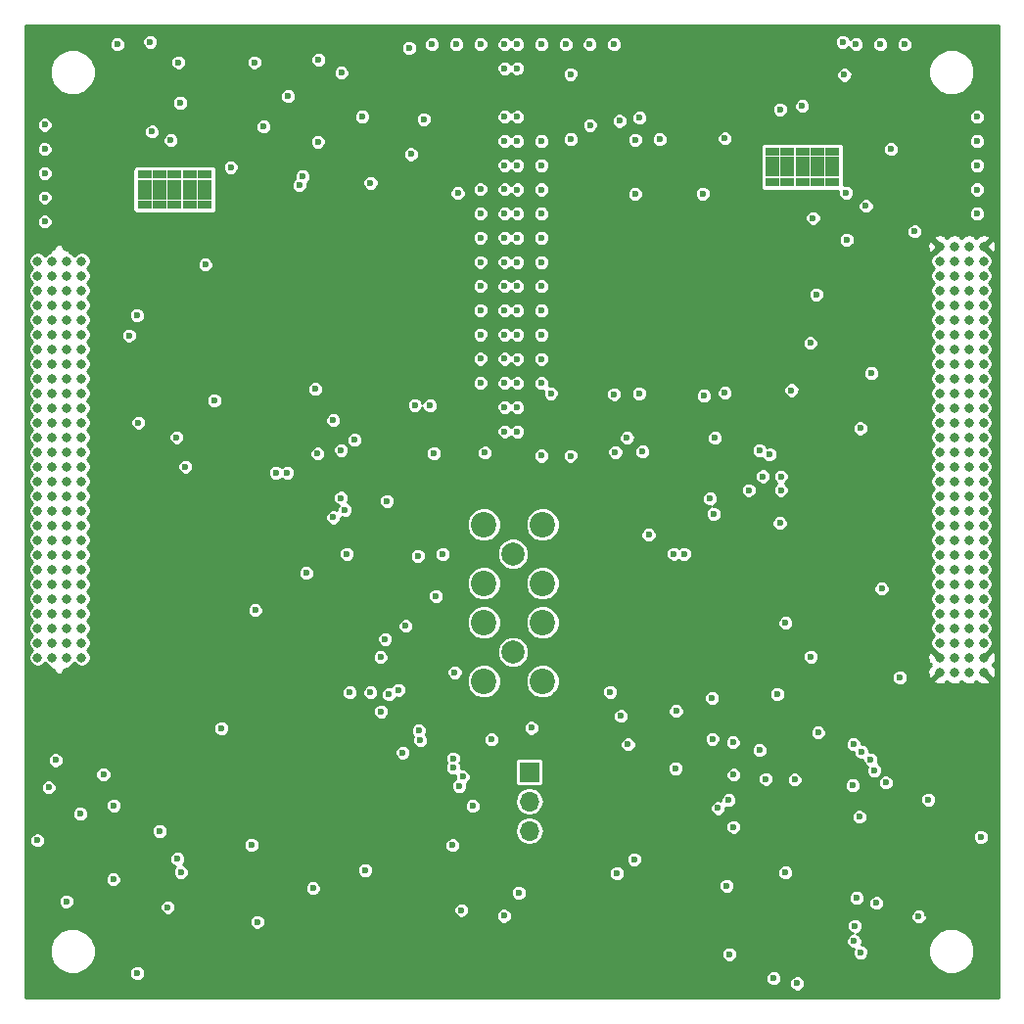
<source format=gbr>
G04 #@! TF.FileFunction,Copper,L2,Inr,Plane*
%FSLAX46Y46*%
G04 Gerber Fmt 4.6, Leading zero omitted, Abs format (unit mm)*
G04 Created by KiCad (PCBNEW 4.0.6) date 11/20/17 22:27:28*
%MOMM*%
%LPD*%
G01*
G04 APERTURE LIST*
%ADD10C,0.100000*%
%ADD11C,0.600000*%
%ADD12C,0.800000*%
%ADD13R,1.300000X0.800000*%
%ADD14R,1.300000X1.800000*%
%ADD15C,2.200000*%
%ADD16C,2.000000*%
%ADD17R,1.700000X1.700000*%
%ADD18O,1.700000X1.700000*%
%ADD19C,0.254000*%
G04 APERTURE END LIST*
D10*
D11*
X115184500Y-78016500D03*
X113984500Y-78016500D03*
X113984500Y-76746500D03*
X116744500Y-73446500D03*
X116744500Y-74626500D03*
X113974500Y-74636500D03*
X72384500Y-78456500D03*
X72394500Y-76556500D03*
X74044500Y-73136500D03*
X133716250Y-50729250D03*
X133716250Y-48636000D03*
X133716250Y-46542750D03*
X133716250Y-44449500D03*
X133716250Y-42356250D03*
X127436500Y-36076500D03*
X125343250Y-36076500D03*
X123250000Y-36076500D03*
X102317500Y-36076500D03*
X100224250Y-36076500D03*
X98131000Y-36076500D03*
X96037750Y-36076500D03*
X96037750Y-71661750D03*
X96037750Y-65382000D03*
X96037750Y-63288750D03*
X96037750Y-61195500D03*
X96037750Y-59102250D03*
X96037750Y-57009000D03*
X96037750Y-54915750D03*
X96037750Y-52822500D03*
X96037750Y-50729250D03*
X96037750Y-48636000D03*
X96037750Y-46542750D03*
X96037750Y-44449500D03*
X93944500Y-69568500D03*
X93944500Y-67475250D03*
X93944500Y-65382000D03*
X93944500Y-63288750D03*
X93944500Y-61195500D03*
X93944500Y-59102250D03*
X93944500Y-57009000D03*
X93944500Y-54915750D03*
X93944500Y-52822500D03*
X93944500Y-50729250D03*
X93944500Y-48636000D03*
X93944500Y-46542750D03*
X93944500Y-44449500D03*
X93944500Y-42356250D03*
X93944500Y-38169750D03*
X93944500Y-36066500D03*
X90763000Y-48626000D03*
X90763000Y-50719250D03*
X90763000Y-52812500D03*
X90763000Y-54905750D03*
X90763000Y-56999000D03*
X90763000Y-59092250D03*
X90763000Y-61185500D03*
X90763000Y-63278750D03*
X90763000Y-65372000D03*
X92856250Y-69558500D03*
X92856250Y-67465250D03*
X92856250Y-65372000D03*
X92856250Y-63278750D03*
X92856250Y-61185500D03*
X92856250Y-59092250D03*
X92856250Y-56999000D03*
X92856250Y-54905750D03*
X92856250Y-52812500D03*
X92856250Y-50719250D03*
X92856250Y-48626000D03*
X92856250Y-46532750D03*
X92856250Y-44439500D03*
X92856250Y-42346250D03*
X92856250Y-38159750D03*
X92856250Y-36066500D03*
X90763000Y-36066500D03*
X88669750Y-36066500D03*
X86576500Y-36066500D03*
X59364250Y-36066500D03*
X53084500Y-43044000D03*
X53084500Y-45137250D03*
X53084500Y-47230500D03*
X53084500Y-49323750D03*
X51689000Y-36764250D03*
X51689000Y-38857500D03*
X51689000Y-40950750D03*
X51689000Y-43044000D03*
X51689000Y-45137250D03*
X51689000Y-47230500D03*
X51689000Y-49323750D03*
X51689000Y-51417000D03*
X51689000Y-93282000D03*
X51689000Y-95375250D03*
X51689000Y-97468500D03*
X51689000Y-99561750D03*
X51689000Y-101655000D03*
X51689000Y-103748250D03*
X51689000Y-105841500D03*
X51689000Y-110028000D03*
X51689000Y-112121250D03*
X51689000Y-114214500D03*
X51689000Y-116307750D03*
X51689000Y-118401000D03*
X53782250Y-118401000D03*
X55875500Y-118401000D03*
X57968750Y-118401000D03*
X60062000Y-118401000D03*
X62155250Y-118401000D03*
X64248500Y-118401000D03*
X70528250Y-118401000D03*
X72621500Y-118401000D03*
X74714750Y-118401000D03*
X76808000Y-118401000D03*
X78901250Y-118401000D03*
X80994500Y-118401000D03*
X83087750Y-118401000D03*
X85181000Y-118401000D03*
X87274250Y-118401000D03*
X89367500Y-118401000D03*
X91460750Y-118401000D03*
X93554000Y-118401000D03*
X95647250Y-118401000D03*
X97740500Y-118401000D03*
X99833750Y-118401000D03*
X101927000Y-118401000D03*
X104020250Y-118401000D03*
X106113500Y-118401000D03*
X108206750Y-118401000D03*
X110300000Y-118401000D03*
X112393250Y-118401000D03*
X114486500Y-118401000D03*
X116579750Y-118401000D03*
X118673000Y-118401000D03*
X120766250Y-118401000D03*
X129139250Y-118401000D03*
X131232500Y-118401000D03*
X133325750Y-118401000D03*
X135419000Y-118401000D03*
X135419000Y-116307750D03*
X135419000Y-114214500D03*
X135419000Y-112121250D03*
X135419000Y-110028000D03*
X135419000Y-107934750D03*
X135419000Y-105841500D03*
X135419000Y-103748250D03*
X135419000Y-99561750D03*
X135419000Y-97468500D03*
X135419000Y-95375250D03*
X135419000Y-93282000D03*
X135419000Y-51417000D03*
X135419000Y-49323750D03*
X135419000Y-47230500D03*
X135419000Y-45137250D03*
X135419000Y-43044000D03*
X135419000Y-40950750D03*
X135419000Y-38857500D03*
X135419000Y-36764250D03*
X135419000Y-34671000D03*
X133325750Y-34671000D03*
X131232500Y-34671000D03*
X129139250Y-34671000D03*
X127046000Y-34671000D03*
X124952750Y-34671000D03*
X122859500Y-34671000D03*
X114486500Y-34671000D03*
X112393250Y-34671000D03*
X110300000Y-34671000D03*
X108206750Y-34671000D03*
X106113500Y-34671000D03*
X104020250Y-34671000D03*
X101927000Y-34671000D03*
X99833750Y-34671000D03*
X97740500Y-34671000D03*
X95647250Y-34671000D03*
X93554000Y-34671000D03*
X91460750Y-34671000D03*
X89367500Y-34671000D03*
X87274250Y-34671000D03*
X85181000Y-34671000D03*
X83087750Y-34671000D03*
X80994500Y-34671000D03*
X78901250Y-34671000D03*
X76808000Y-34671000D03*
X74714750Y-34671000D03*
X72621500Y-34671000D03*
X70528250Y-34671000D03*
X68435000Y-34671000D03*
X62155250Y-34671000D03*
X60062000Y-34671000D03*
X57968750Y-34671000D03*
X55875500Y-34671000D03*
X53782250Y-34671000D03*
D12*
X134278000Y-53555900D03*
X133008000Y-53555900D03*
X131738000Y-53555900D03*
X130468000Y-53555900D03*
X134278000Y-54825900D03*
X131738000Y-54825900D03*
X133008000Y-54825900D03*
X130468000Y-54825900D03*
X134278000Y-56095900D03*
X133008000Y-56095900D03*
X131738000Y-56095900D03*
X130468000Y-56095900D03*
X134278000Y-57365900D03*
X133008000Y-57365900D03*
X131738000Y-57365900D03*
X130468000Y-57365900D03*
X134278000Y-58635900D03*
X133008000Y-58635900D03*
X131738000Y-58635900D03*
X130468000Y-58635900D03*
X134278000Y-59905900D03*
X133008000Y-59905900D03*
X131738000Y-59905900D03*
X130468000Y-59905900D03*
X134278000Y-61175900D03*
X133008000Y-61175900D03*
X131738000Y-61175900D03*
X130468000Y-61175900D03*
X134278000Y-62445900D03*
X133008000Y-62445900D03*
X131738000Y-62445900D03*
X130468000Y-62445900D03*
X134278000Y-63715900D03*
X133008000Y-63715900D03*
X131738000Y-63715900D03*
X130468000Y-63715900D03*
X134278000Y-64985900D03*
X133008000Y-64985900D03*
X131738000Y-64985900D03*
X130468000Y-64985900D03*
X134278000Y-66255900D03*
X133008000Y-66255900D03*
X131738000Y-66255900D03*
X130468000Y-66255900D03*
X134278000Y-67525900D03*
X133008000Y-67525900D03*
X131738000Y-67525900D03*
X130468000Y-67525900D03*
X134278000Y-68795900D03*
X133008000Y-68795900D03*
X131738000Y-68795900D03*
X130468000Y-68795900D03*
X134278000Y-70065900D03*
X133008000Y-70065900D03*
X131738000Y-70065900D03*
X130468000Y-70065900D03*
X134278000Y-71335900D03*
X133008000Y-71335900D03*
X131738000Y-71335900D03*
X130468000Y-71335900D03*
X134278000Y-72605900D03*
X133008000Y-72605900D03*
X131738000Y-72605900D03*
X130468000Y-72605900D03*
X134278000Y-73875900D03*
X133008000Y-73875900D03*
X131738000Y-73875900D03*
X130468000Y-73875900D03*
X134278000Y-75145900D03*
X133008000Y-75145900D03*
X131738000Y-75145900D03*
X130468000Y-75145900D03*
X134278000Y-76415900D03*
X133008000Y-76415900D03*
X131738000Y-76415900D03*
X130468000Y-76415900D03*
X134278000Y-77685900D03*
X133008000Y-77685900D03*
X131738000Y-77685900D03*
X130468000Y-77685900D03*
X134278000Y-78955900D03*
X133008000Y-78955900D03*
X131738000Y-78955900D03*
X130468000Y-78955900D03*
X134278000Y-80225900D03*
X133008000Y-80225900D03*
X131738000Y-80225900D03*
X130468000Y-80225900D03*
X134278000Y-81495900D03*
X133008000Y-81495900D03*
X131738000Y-81495900D03*
X130468000Y-81495900D03*
X134278000Y-82765900D03*
X133008000Y-82765900D03*
X130468000Y-82765900D03*
X131738000Y-82765900D03*
X134278000Y-84035900D03*
X133008000Y-84035900D03*
X131738000Y-84035900D03*
X130468000Y-84035900D03*
X134278000Y-85305900D03*
X133008000Y-85305900D03*
X131738000Y-85305900D03*
X130468000Y-85305900D03*
X134278000Y-86575900D03*
X133008000Y-86575900D03*
X131738000Y-86575900D03*
X130468000Y-86575900D03*
X134278000Y-87845900D03*
X133008000Y-87845900D03*
X131738000Y-87845900D03*
X130468000Y-87845900D03*
X134278000Y-89115900D03*
X133008000Y-89115900D03*
X131738000Y-89115900D03*
X130468000Y-89115900D03*
X134278000Y-90385900D03*
X133008000Y-90385900D03*
X131738000Y-90385900D03*
X130468000Y-90385900D03*
X56278000Y-53555900D03*
X55008000Y-53555900D03*
X53738000Y-53555900D03*
X52468000Y-53555900D03*
X56278000Y-54825900D03*
X53738000Y-54825900D03*
X55008000Y-54825900D03*
X52468000Y-54825900D03*
X56278000Y-56095900D03*
X55008000Y-56095900D03*
X53738000Y-56095900D03*
X52468000Y-56095900D03*
X56278000Y-57365900D03*
X55008000Y-57365900D03*
X53738000Y-57365900D03*
X52468000Y-57365900D03*
X56278000Y-58635900D03*
X55008000Y-58635900D03*
X53738000Y-58635900D03*
X52468000Y-58635900D03*
X56278000Y-59905900D03*
X55008000Y-59905900D03*
X53738000Y-59905900D03*
X52468000Y-59905900D03*
X56278000Y-61175900D03*
X55008000Y-61175900D03*
X53738000Y-61175900D03*
X52468000Y-61175900D03*
X56278000Y-62445900D03*
X55008000Y-62445900D03*
X53738000Y-62445900D03*
X52468000Y-62445900D03*
X56278000Y-63715900D03*
X55008000Y-63715900D03*
X53738000Y-63715900D03*
X52468000Y-63715900D03*
X56278000Y-64985900D03*
X55008000Y-64985900D03*
X53738000Y-64985900D03*
X52468000Y-64985900D03*
X56278000Y-66255900D03*
X55008000Y-66255900D03*
X53738000Y-66255900D03*
X52468000Y-66255900D03*
X56278000Y-67525900D03*
X55008000Y-67525900D03*
X53738000Y-67525900D03*
X52468000Y-67525900D03*
X56278000Y-68795900D03*
X55008000Y-68795900D03*
X53738000Y-68795900D03*
X52468000Y-68795900D03*
X56278000Y-70065900D03*
X55008000Y-70065900D03*
X53738000Y-70065900D03*
X52468000Y-70065900D03*
X56278000Y-71335900D03*
X55008000Y-71335900D03*
X53738000Y-71335900D03*
X52468000Y-71335900D03*
X56278000Y-72605900D03*
X55008000Y-72605900D03*
X53738000Y-72605900D03*
X52468000Y-72605900D03*
X56278000Y-73875900D03*
X55008000Y-73875900D03*
X53738000Y-73875900D03*
X52468000Y-73875900D03*
X56278000Y-75145900D03*
X55008000Y-75145900D03*
X53738000Y-75145900D03*
X52468000Y-75145900D03*
X56278000Y-76415900D03*
X55008000Y-76415900D03*
X53738000Y-76415900D03*
X52468000Y-76415900D03*
X56278000Y-77685900D03*
X55008000Y-77685900D03*
X53738000Y-77685900D03*
X52468000Y-77685900D03*
X56278000Y-78955900D03*
X55008000Y-78955900D03*
X53738000Y-78955900D03*
X52468000Y-78955900D03*
X56278000Y-80225900D03*
X55008000Y-80225900D03*
X53738000Y-80225900D03*
X52468000Y-80225900D03*
X56278000Y-81495900D03*
X55008000Y-81495900D03*
X53738000Y-81495900D03*
X52468000Y-81495900D03*
X56278000Y-82765900D03*
X55008000Y-82765900D03*
X52468000Y-82765900D03*
X53738000Y-82765900D03*
X56278000Y-84035900D03*
X55008000Y-84035900D03*
X53738000Y-84035900D03*
X52468000Y-84035900D03*
X56278000Y-85305900D03*
X55008000Y-85305900D03*
X53738000Y-85305900D03*
X52468000Y-85305900D03*
X56278000Y-86575900D03*
X55008000Y-86575900D03*
X53738000Y-86575900D03*
X52468000Y-86575900D03*
X56278000Y-87845900D03*
X55008000Y-87845900D03*
X53738000Y-87845900D03*
X52468000Y-87845900D03*
X56278000Y-89115900D03*
X55008000Y-89115900D03*
X53738000Y-89115900D03*
X52468000Y-89115900D03*
X56278000Y-90385900D03*
X55008000Y-90385900D03*
X53738000Y-90385900D03*
X52468000Y-90385900D03*
D13*
X61716920Y-49952100D03*
D14*
X66916920Y-48652100D03*
X65616920Y-48652100D03*
X61716920Y-48652100D03*
X63016920Y-48652100D03*
X64316920Y-48652100D03*
D13*
X61716920Y-47352100D03*
X63016920Y-47352100D03*
X64316920Y-47352100D03*
X65616920Y-47352100D03*
X66916920Y-47352100D03*
X66916920Y-49952100D03*
X65616920Y-49952100D03*
X64316920Y-49952100D03*
X63016920Y-49952100D03*
X116004820Y-47964880D03*
D14*
X121204820Y-46664880D03*
X119904820Y-46664880D03*
X116004820Y-46664880D03*
X117304820Y-46664880D03*
X118604820Y-46664880D03*
D13*
X116004820Y-45364880D03*
X117304820Y-45364880D03*
X118604820Y-45364880D03*
X119904820Y-45364880D03*
X121204820Y-45364880D03*
X121204820Y-47964880D03*
X119904820Y-47964880D03*
X118604820Y-47964880D03*
X117304820Y-47964880D03*
D15*
X91046300Y-77609700D03*
X91046300Y-82689700D03*
X96126300Y-82689700D03*
X96126300Y-77609700D03*
D16*
X93586300Y-80149700D03*
D15*
X91059000Y-86093300D03*
X91059000Y-91173300D03*
X96139000Y-91173300D03*
X96139000Y-86093300D03*
D16*
X93599000Y-88633300D03*
D17*
X94996000Y-99021900D03*
D18*
X94996000Y-101561900D03*
X94996000Y-104101900D03*
D11*
X51689000Y-34671000D03*
X53084500Y-51417000D03*
X73084500Y-73136500D03*
X71475600Y-111975900D03*
X78044040Y-76995020D03*
X78038960Y-68587620D03*
X86405720Y-67317620D03*
X78714600Y-71188580D03*
X75378264Y-47504876D03*
X88803480Y-48948340D03*
X75097640Y-48257460D03*
X81264760Y-48074580D03*
X75698800Y-81788000D03*
X87503000Y-80175100D03*
X82524600Y-87528400D03*
X65252600Y-72605900D03*
X83677760Y-91909900D03*
X64490600Y-70065900D03*
X100444500Y-91786500D03*
X102454500Y-95266500D03*
X98144500Y-99186500D03*
X102624500Y-102111901D03*
X58924500Y-95556500D03*
X68304500Y-98206500D03*
X104229821Y-104966999D03*
X114180910Y-98528429D03*
X88569800Y-76758800D03*
X90017600Y-103924100D03*
X92430600Y-93599000D03*
X107518200Y-108902500D03*
X113906300Y-116382800D03*
X119964200Y-103047800D03*
X112125760Y-112791240D03*
X118277640Y-104241600D03*
X122732800Y-103037640D03*
X125430280Y-103007160D03*
X120700800Y-76885800D03*
X120721120Y-74376280D03*
X134523480Y-100665280D03*
X85622274Y-101042326D03*
X64935100Y-58420000D03*
X105008680Y-76944220D03*
X116936520Y-53967380D03*
X65313560Y-44284900D03*
X70190360Y-43639740D03*
X68681600Y-49806860D03*
X127005080Y-47155100D03*
X125867160Y-48953420D03*
X119574820Y-42540485D03*
X120233440Y-42537185D03*
X114884200Y-94081600D03*
X120015000Y-93218000D03*
X126720600Y-92405200D03*
X110807500Y-97739200D03*
X79527400Y-113753900D03*
X104470200Y-96672400D03*
X103987600Y-92087700D03*
X119049800Y-110032800D03*
X129439840Y-111269114D03*
X120497600Y-116243100D03*
X123558300Y-110769400D03*
X122631200Y-105168700D03*
X124599700Y-107010200D03*
X131381500Y-105537000D03*
X128473200Y-117182900D03*
X52613136Y-100340529D03*
X58902600Y-107086400D03*
X58006025Y-108839845D03*
X53949600Y-109905800D03*
X120624600Y-71843900D03*
X120624600Y-69303900D03*
X63728600Y-73621900D03*
X63728600Y-71081900D03*
X63728600Y-68795900D03*
X68986400Y-113779300D03*
X65227200Y-115252500D03*
X64897000Y-110324900D03*
X62103000Y-111544100D03*
X62306200Y-102831900D03*
X63271400Y-100495100D03*
X81356200Y-99994430D03*
X85648800Y-93014800D03*
X72948800Y-96189800D03*
X69265800Y-92125800D03*
X66598800Y-92252800D03*
X112293400Y-114765101D03*
X76276200Y-109054900D03*
X129501900Y-101409500D03*
X80797400Y-107505500D03*
X54025800Y-97993200D03*
X53416200Y-100355400D03*
X70967600Y-105321100D03*
X64846200Y-107683300D03*
X63017400Y-104127300D03*
X59004200Y-108292900D03*
X125018800Y-110350300D03*
X123159200Y-112318800D03*
X64566800Y-106514900D03*
X90093800Y-101942900D03*
X95173800Y-95199200D03*
X71285100Y-85013800D03*
X88341200Y-105346500D03*
X68376799Y-95238980D03*
X84759800Y-45582800D03*
X76702920Y-44503340D03*
X79207360Y-80154780D03*
X79054960Y-76354940D03*
X58152782Y-99225100D03*
X54952900Y-110210600D03*
X79451200Y-92120430D03*
X91719400Y-96202500D03*
X71214500Y-37636500D03*
X62204500Y-35876500D03*
X85344000Y-80337660D03*
X76479400Y-65892680D03*
X85090000Y-67297300D03*
X84602320Y-36396580D03*
X62351920Y-43629580D03*
X69169280Y-46718220D03*
X67734500Y-66876500D03*
X74117200Y-40567623D03*
X61063780Y-59507760D03*
X64794120Y-41140380D03*
X118595715Y-41398985D03*
X119806720Y-57721500D03*
X63986920Y-44376340D03*
X61188600Y-68795900D03*
X59050339Y-101906141D03*
X60385960Y-61257180D03*
X103530400Y-96634300D03*
X112604036Y-96443507D03*
X123037600Y-96608900D03*
X85572600Y-96266000D03*
X123621800Y-69291200D03*
X102565200Y-107772200D03*
X94081600Y-109461300D03*
X82845693Y-92286532D03*
X85432900Y-95427800D03*
X88925400Y-100215700D03*
X117932200Y-99682300D03*
X89128600Y-110959900D03*
X63728600Y-110705900D03*
X61087000Y-116408200D03*
X86735920Y-71447660D03*
X85872320Y-42557700D03*
X80543400Y-42349420D03*
X82687160Y-75572620D03*
X79872840Y-70279260D03*
X84302600Y-86385400D03*
X86906100Y-83807300D03*
X82173321Y-93785179D03*
X91147900Y-71399400D03*
X76771500Y-37414200D03*
X72009000Y-43192700D03*
X76682600Y-71488300D03*
X64653160Y-37637720D03*
X78729840Y-38536880D03*
X78704440Y-75305920D03*
X52451000Y-104927400D03*
X112666490Y-99249879D03*
X124574300Y-64516000D03*
X124523500Y-97942400D03*
X88392000Y-97828100D03*
X115452615Y-99610890D03*
X124828300Y-98856800D03*
X125463300Y-83159600D03*
X88406089Y-98631178D03*
X134048500Y-104635300D03*
X112052100Y-108864400D03*
X82118200Y-89077800D03*
X116433600Y-92278200D03*
X128676400Y-111518700D03*
X123088400Y-113639600D03*
X110824979Y-96149906D03*
X127050800Y-90843100D03*
X122961400Y-100164900D03*
X116657120Y-77487780D03*
X117668040Y-65991740D03*
X111907320Y-66210180D03*
X110093760Y-66479420D03*
X104480360Y-66286380D03*
X102321360Y-66337180D03*
X96850200Y-66260980D03*
X111902240Y-44218860D03*
X106278680Y-44289980D03*
X104160320Y-44350940D03*
X98582480Y-44295060D03*
X114909600Y-97124810D03*
X116116100Y-116852700D03*
X102920800Y-94170500D03*
X123545600Y-102895400D03*
X107683300Y-93738700D03*
X104521000Y-42415460D03*
X116677440Y-41705824D03*
X122397520Y-48902620D03*
X122443240Y-52992020D03*
X122240040Y-38724840D03*
X122092720Y-35874960D03*
X98552000Y-38663880D03*
X98552000Y-71673720D03*
X126278640Y-45145960D03*
X115183920Y-73441560D03*
X110622080Y-75356720D03*
X128303020Y-52260500D03*
X124104400Y-50063400D03*
X119333999Y-89048353D03*
X119286310Y-61917290D03*
X117132100Y-107708700D03*
X123637702Y-114604800D03*
X118148100Y-117297200D03*
X114894360Y-71198740D03*
X115757960Y-71539100D03*
X110916720Y-76695300D03*
X102793800Y-42705020D03*
X108394500Y-80162400D03*
X109994700Y-48996600D03*
X100238560Y-43080940D03*
X107480100Y-80137000D03*
X104140000Y-49022000D03*
X102428040Y-71361300D03*
X103444040Y-70116700D03*
X111043720Y-70116700D03*
X104785160Y-71290180D03*
X112242600Y-101434900D03*
X119964200Y-95605600D03*
X125831600Y-99936300D03*
X123304300Y-109905800D03*
X107641143Y-98696468D03*
X101971887Y-92095610D03*
X105313480Y-78503780D03*
X66969640Y-55115460D03*
X119532400Y-51092100D03*
X112651484Y-103760574D03*
X104063800Y-106565700D03*
X84046531Y-97349202D03*
X123748800Y-97294700D03*
X117157500Y-86118700D03*
X89230338Y-99421800D03*
X81260770Y-92117890D03*
X92811600Y-111455200D03*
X111315500Y-102141310D03*
X88544500Y-90406500D03*
X110804500Y-92616500D03*
X56164500Y-102626500D03*
D19*
G36*
X135544000Y-118544000D02*
X51456000Y-118544000D01*
X51456000Y-116543065D01*
X60405882Y-116543065D01*
X60509339Y-116793452D01*
X60700741Y-116985187D01*
X60950946Y-117089082D01*
X61221865Y-117089318D01*
X61468127Y-116987565D01*
X115434982Y-116987565D01*
X115538439Y-117237952D01*
X115729841Y-117429687D01*
X115980046Y-117533582D01*
X116250965Y-117533818D01*
X116497227Y-117432065D01*
X117466982Y-117432065D01*
X117570439Y-117682452D01*
X117761841Y-117874187D01*
X118012046Y-117978082D01*
X118282965Y-117978318D01*
X118533352Y-117874861D01*
X118725087Y-117683459D01*
X118828982Y-117433254D01*
X118829218Y-117162335D01*
X118725761Y-116911948D01*
X118534359Y-116720213D01*
X118284154Y-116616318D01*
X118013235Y-116616082D01*
X117762848Y-116719539D01*
X117571113Y-116910941D01*
X117467218Y-117161146D01*
X117466982Y-117432065D01*
X116497227Y-117432065D01*
X116501352Y-117430361D01*
X116693087Y-117238959D01*
X116796982Y-116988754D01*
X116797218Y-116717835D01*
X116693761Y-116467448D01*
X116502359Y-116275713D01*
X116252154Y-116171818D01*
X115981235Y-116171582D01*
X115730848Y-116275039D01*
X115539113Y-116466441D01*
X115435218Y-116716646D01*
X115434982Y-116987565D01*
X61468127Y-116987565D01*
X61472252Y-116985861D01*
X61663987Y-116794459D01*
X61767882Y-116544254D01*
X61768118Y-116273335D01*
X61664661Y-116022948D01*
X61473259Y-115831213D01*
X61223054Y-115727318D01*
X60952135Y-115727082D01*
X60701748Y-115830539D01*
X60510013Y-116021941D01*
X60406118Y-116272146D01*
X60405882Y-116543065D01*
X51456000Y-116543065D01*
X51456000Y-114882316D01*
X53518657Y-114882316D01*
X53819611Y-115610680D01*
X54376389Y-116168431D01*
X55104226Y-116470655D01*
X55892316Y-116471343D01*
X56620680Y-116170389D01*
X57178431Y-115613611D01*
X57474761Y-114899966D01*
X111612282Y-114899966D01*
X111715739Y-115150353D01*
X111907141Y-115342088D01*
X112157346Y-115445983D01*
X112428265Y-115446219D01*
X112678652Y-115342762D01*
X112870387Y-115151360D01*
X112974282Y-114901155D01*
X112974518Y-114630236D01*
X112871061Y-114379849D01*
X112679659Y-114188114D01*
X112429454Y-114084219D01*
X112158535Y-114083983D01*
X111908148Y-114187440D01*
X111716413Y-114378842D01*
X111612518Y-114629047D01*
X111612282Y-114899966D01*
X57474761Y-114899966D01*
X57480655Y-114885774D01*
X57481343Y-114097684D01*
X57347792Y-113774465D01*
X122407282Y-113774465D01*
X122510739Y-114024852D01*
X122702141Y-114216587D01*
X122952346Y-114320482D01*
X123018361Y-114320540D01*
X122956820Y-114468746D01*
X122956584Y-114739665D01*
X123060041Y-114990052D01*
X123251443Y-115181787D01*
X123501648Y-115285682D01*
X123772567Y-115285918D01*
X124022954Y-115182461D01*
X124214689Y-114991059D01*
X124259843Y-114882316D01*
X129518657Y-114882316D01*
X129819611Y-115610680D01*
X130376389Y-116168431D01*
X131104226Y-116470655D01*
X131892316Y-116471343D01*
X132620680Y-116170389D01*
X133178431Y-115613611D01*
X133480655Y-114885774D01*
X133481343Y-114097684D01*
X133180389Y-113369320D01*
X132623611Y-112811569D01*
X131895774Y-112509345D01*
X131107684Y-112508657D01*
X130379320Y-112809611D01*
X129821569Y-113366389D01*
X129519345Y-114094226D01*
X129518657Y-114882316D01*
X124259843Y-114882316D01*
X124318584Y-114740854D01*
X124318820Y-114469935D01*
X124215363Y-114219548D01*
X124023961Y-114027813D01*
X123773756Y-113923918D01*
X123707741Y-113923860D01*
X123769282Y-113775654D01*
X123769518Y-113504735D01*
X123666061Y-113254348D01*
X123474659Y-113062613D01*
X123308906Y-112993786D01*
X123544452Y-112896461D01*
X123736187Y-112705059D01*
X123840082Y-112454854D01*
X123840318Y-112183935D01*
X123736861Y-111933548D01*
X123545459Y-111741813D01*
X123332936Y-111653565D01*
X127995282Y-111653565D01*
X128098739Y-111903952D01*
X128290141Y-112095687D01*
X128540346Y-112199582D01*
X128811265Y-112199818D01*
X129061652Y-112096361D01*
X129253387Y-111904959D01*
X129357282Y-111654754D01*
X129357518Y-111383835D01*
X129254061Y-111133448D01*
X129062659Y-110941713D01*
X128812454Y-110837818D01*
X128541535Y-110837582D01*
X128291148Y-110941039D01*
X128099413Y-111132441D01*
X127995518Y-111382646D01*
X127995282Y-111653565D01*
X123332936Y-111653565D01*
X123295254Y-111637918D01*
X123024335Y-111637682D01*
X122773948Y-111741139D01*
X122582213Y-111932541D01*
X122478318Y-112182746D01*
X122478082Y-112453665D01*
X122581539Y-112704052D01*
X122772941Y-112895787D01*
X122938694Y-112964614D01*
X122703148Y-113061939D01*
X122511413Y-113253341D01*
X122407518Y-113503546D01*
X122407282Y-113774465D01*
X57347792Y-113774465D01*
X57180389Y-113369320D01*
X56623611Y-112811569D01*
X55895774Y-112509345D01*
X55107684Y-112508657D01*
X54379320Y-112809611D01*
X53821569Y-113366389D01*
X53519345Y-114094226D01*
X53518657Y-114882316D01*
X51456000Y-114882316D01*
X51456000Y-112110765D01*
X70794482Y-112110765D01*
X70897939Y-112361152D01*
X71089341Y-112552887D01*
X71339546Y-112656782D01*
X71610465Y-112657018D01*
X71860852Y-112553561D01*
X72052587Y-112362159D01*
X72156482Y-112111954D01*
X72156718Y-111841035D01*
X72053261Y-111590648D01*
X71861859Y-111398913D01*
X71611654Y-111295018D01*
X71340735Y-111294782D01*
X71090348Y-111398239D01*
X70898613Y-111589641D01*
X70794718Y-111839846D01*
X70794482Y-112110765D01*
X51456000Y-112110765D01*
X51456000Y-110345465D01*
X54271782Y-110345465D01*
X54375239Y-110595852D01*
X54566641Y-110787587D01*
X54816846Y-110891482D01*
X55087765Y-110891718D01*
X55211081Y-110840765D01*
X63047482Y-110840765D01*
X63150939Y-111091152D01*
X63342341Y-111282887D01*
X63592546Y-111386782D01*
X63863465Y-111387018D01*
X64113852Y-111283561D01*
X64302976Y-111094765D01*
X88447482Y-111094765D01*
X88550939Y-111345152D01*
X88742341Y-111536887D01*
X88992546Y-111640782D01*
X89263465Y-111641018D01*
X89386781Y-111590065D01*
X92130482Y-111590065D01*
X92233939Y-111840452D01*
X92425341Y-112032187D01*
X92675546Y-112136082D01*
X92946465Y-112136318D01*
X93196852Y-112032861D01*
X93388587Y-111841459D01*
X93492482Y-111591254D01*
X93492718Y-111320335D01*
X93389261Y-111069948D01*
X93197859Y-110878213D01*
X92947654Y-110774318D01*
X92676735Y-110774082D01*
X92426348Y-110877539D01*
X92234613Y-111068941D01*
X92130718Y-111319146D01*
X92130482Y-111590065D01*
X89386781Y-111590065D01*
X89513852Y-111537561D01*
X89705587Y-111346159D01*
X89809482Y-111095954D01*
X89809718Y-110825035D01*
X89706261Y-110574648D01*
X89514859Y-110382913D01*
X89264654Y-110279018D01*
X88993735Y-110278782D01*
X88743348Y-110382239D01*
X88551613Y-110573641D01*
X88447718Y-110823846D01*
X88447482Y-111094765D01*
X64302976Y-111094765D01*
X64305587Y-111092159D01*
X64409482Y-110841954D01*
X64409718Y-110571035D01*
X64306261Y-110320648D01*
X64114859Y-110128913D01*
X63864654Y-110025018D01*
X63593735Y-110024782D01*
X63343348Y-110128239D01*
X63151613Y-110319641D01*
X63047718Y-110569846D01*
X63047482Y-110840765D01*
X55211081Y-110840765D01*
X55338152Y-110788261D01*
X55529887Y-110596859D01*
X55633782Y-110346654D01*
X55634018Y-110075735D01*
X55530561Y-109825348D01*
X55339159Y-109633613D01*
X55088954Y-109529718D01*
X54818035Y-109529482D01*
X54567648Y-109632939D01*
X54375913Y-109824341D01*
X54272018Y-110074546D01*
X54271782Y-110345465D01*
X51456000Y-110345465D01*
X51456000Y-109189765D01*
X75595082Y-109189765D01*
X75698539Y-109440152D01*
X75889941Y-109631887D01*
X76140146Y-109735782D01*
X76411065Y-109736018D01*
X76661452Y-109632561D01*
X76697911Y-109596165D01*
X93400482Y-109596165D01*
X93503939Y-109846552D01*
X93695341Y-110038287D01*
X93945546Y-110142182D01*
X94216465Y-110142418D01*
X94462727Y-110040665D01*
X122623182Y-110040665D01*
X122726639Y-110291052D01*
X122918041Y-110482787D01*
X123168246Y-110586682D01*
X123439165Y-110586918D01*
X123685427Y-110485165D01*
X124337682Y-110485165D01*
X124441139Y-110735552D01*
X124632541Y-110927287D01*
X124882746Y-111031182D01*
X125153665Y-111031418D01*
X125404052Y-110927961D01*
X125595787Y-110736559D01*
X125699682Y-110486354D01*
X125699918Y-110215435D01*
X125596461Y-109965048D01*
X125405059Y-109773313D01*
X125154854Y-109669418D01*
X124883935Y-109669182D01*
X124633548Y-109772639D01*
X124441813Y-109964041D01*
X124337918Y-110214246D01*
X124337682Y-110485165D01*
X123685427Y-110485165D01*
X123689552Y-110483461D01*
X123881287Y-110292059D01*
X123985182Y-110041854D01*
X123985418Y-109770935D01*
X123881961Y-109520548D01*
X123690559Y-109328813D01*
X123440354Y-109224918D01*
X123169435Y-109224682D01*
X122919048Y-109328139D01*
X122727313Y-109519541D01*
X122623418Y-109769746D01*
X122623182Y-110040665D01*
X94462727Y-110040665D01*
X94466852Y-110038961D01*
X94658587Y-109847559D01*
X94762482Y-109597354D01*
X94762718Y-109326435D01*
X94659261Y-109076048D01*
X94582612Y-108999265D01*
X111370982Y-108999265D01*
X111474439Y-109249652D01*
X111665841Y-109441387D01*
X111916046Y-109545282D01*
X112186965Y-109545518D01*
X112437352Y-109442061D01*
X112629087Y-109250659D01*
X112732982Y-109000454D01*
X112733218Y-108729535D01*
X112629761Y-108479148D01*
X112438359Y-108287413D01*
X112188154Y-108183518D01*
X111917235Y-108183282D01*
X111666848Y-108286739D01*
X111475113Y-108478141D01*
X111371218Y-108728346D01*
X111370982Y-108999265D01*
X94582612Y-108999265D01*
X94467859Y-108884313D01*
X94217654Y-108780418D01*
X93946735Y-108780182D01*
X93696348Y-108883639D01*
X93504613Y-109075041D01*
X93400718Y-109325246D01*
X93400482Y-109596165D01*
X76697911Y-109596165D01*
X76853187Y-109441159D01*
X76957082Y-109190954D01*
X76957318Y-108920035D01*
X76853861Y-108669648D01*
X76662459Y-108477913D01*
X76412254Y-108374018D01*
X76141335Y-108373782D01*
X75890948Y-108477239D01*
X75699213Y-108668641D01*
X75595318Y-108918846D01*
X75595082Y-109189765D01*
X51456000Y-109189765D01*
X51456000Y-108427765D01*
X58323082Y-108427765D01*
X58426539Y-108678152D01*
X58617941Y-108869887D01*
X58868146Y-108973782D01*
X59139065Y-108974018D01*
X59389452Y-108870561D01*
X59581187Y-108679159D01*
X59685082Y-108428954D01*
X59685318Y-108158035D01*
X59581861Y-107907648D01*
X59390459Y-107715913D01*
X59140254Y-107612018D01*
X58869335Y-107611782D01*
X58618948Y-107715239D01*
X58427213Y-107906641D01*
X58323318Y-108156846D01*
X58323082Y-108427765D01*
X51456000Y-108427765D01*
X51456000Y-106649765D01*
X63885682Y-106649765D01*
X63989139Y-106900152D01*
X64180541Y-107091887D01*
X64388303Y-107178158D01*
X64269213Y-107297041D01*
X64165318Y-107547246D01*
X64165082Y-107818165D01*
X64268539Y-108068552D01*
X64459941Y-108260287D01*
X64710146Y-108364182D01*
X64981065Y-108364418D01*
X65231452Y-108260961D01*
X65423187Y-108069559D01*
X65527082Y-107819354D01*
X65527237Y-107640365D01*
X80116282Y-107640365D01*
X80219739Y-107890752D01*
X80411141Y-108082487D01*
X80661346Y-108186382D01*
X80932265Y-108186618D01*
X81182652Y-108083161D01*
X81359054Y-107907065D01*
X101884082Y-107907065D01*
X101987539Y-108157452D01*
X102178941Y-108349187D01*
X102429146Y-108453082D01*
X102700065Y-108453318D01*
X102950452Y-108349861D01*
X103142187Y-108158459D01*
X103246082Y-107908254D01*
X103246138Y-107843565D01*
X116450982Y-107843565D01*
X116554439Y-108093952D01*
X116745841Y-108285687D01*
X116996046Y-108389582D01*
X117266965Y-108389818D01*
X117517352Y-108286361D01*
X117709087Y-108094959D01*
X117812982Y-107844754D01*
X117813218Y-107573835D01*
X117709761Y-107323448D01*
X117518359Y-107131713D01*
X117268154Y-107027818D01*
X116997235Y-107027582D01*
X116746848Y-107131039D01*
X116555113Y-107322441D01*
X116451218Y-107572646D01*
X116450982Y-107843565D01*
X103246138Y-107843565D01*
X103246318Y-107637335D01*
X103142861Y-107386948D01*
X102951459Y-107195213D01*
X102701254Y-107091318D01*
X102430335Y-107091082D01*
X102179948Y-107194539D01*
X101988213Y-107385941D01*
X101884318Y-107636146D01*
X101884082Y-107907065D01*
X81359054Y-107907065D01*
X81374387Y-107891759D01*
X81478282Y-107641554D01*
X81478518Y-107370635D01*
X81375061Y-107120248D01*
X81183659Y-106928513D01*
X80933454Y-106824618D01*
X80662535Y-106824382D01*
X80412148Y-106927839D01*
X80220413Y-107119241D01*
X80116518Y-107369446D01*
X80116282Y-107640365D01*
X65527237Y-107640365D01*
X65527318Y-107548435D01*
X65423861Y-107298048D01*
X65232459Y-107106313D01*
X65024697Y-107020042D01*
X65143787Y-106901159D01*
X65227081Y-106700565D01*
X103382682Y-106700565D01*
X103486139Y-106950952D01*
X103677541Y-107142687D01*
X103927746Y-107246582D01*
X104198665Y-107246818D01*
X104449052Y-107143361D01*
X104640787Y-106951959D01*
X104744682Y-106701754D01*
X104744918Y-106430835D01*
X104641461Y-106180448D01*
X104450059Y-105988713D01*
X104199854Y-105884818D01*
X103928935Y-105884582D01*
X103678548Y-105988039D01*
X103486813Y-106179441D01*
X103382918Y-106429646D01*
X103382682Y-106700565D01*
X65227081Y-106700565D01*
X65247682Y-106650954D01*
X65247918Y-106380035D01*
X65144461Y-106129648D01*
X64953059Y-105937913D01*
X64702854Y-105834018D01*
X64431935Y-105833782D01*
X64181548Y-105937239D01*
X63989813Y-106128641D01*
X63885918Y-106378846D01*
X63885682Y-106649765D01*
X51456000Y-106649765D01*
X51456000Y-105062265D01*
X51769882Y-105062265D01*
X51873339Y-105312652D01*
X52064741Y-105504387D01*
X52314946Y-105608282D01*
X52585865Y-105608518D01*
X52836252Y-105505061D01*
X52885433Y-105455965D01*
X70286482Y-105455965D01*
X70389939Y-105706352D01*
X70581341Y-105898087D01*
X70831546Y-106001982D01*
X71102465Y-106002218D01*
X71352852Y-105898761D01*
X71544587Y-105707359D01*
X71638428Y-105481365D01*
X87660082Y-105481365D01*
X87763539Y-105731752D01*
X87954941Y-105923487D01*
X88205146Y-106027382D01*
X88476065Y-106027618D01*
X88726452Y-105924161D01*
X88918187Y-105732759D01*
X89022082Y-105482554D01*
X89022318Y-105211635D01*
X88918861Y-104961248D01*
X88727459Y-104769513D01*
X88477254Y-104665618D01*
X88206335Y-104665382D01*
X87955948Y-104768839D01*
X87764213Y-104960241D01*
X87660318Y-105210446D01*
X87660082Y-105481365D01*
X71638428Y-105481365D01*
X71648482Y-105457154D01*
X71648718Y-105186235D01*
X71545261Y-104935848D01*
X71353859Y-104744113D01*
X71103654Y-104640218D01*
X70832735Y-104639982D01*
X70582348Y-104743439D01*
X70390613Y-104934841D01*
X70286718Y-105185046D01*
X70286482Y-105455965D01*
X52885433Y-105455965D01*
X53027987Y-105313659D01*
X53131882Y-105063454D01*
X53132118Y-104792535D01*
X53028661Y-104542148D01*
X52837259Y-104350413D01*
X52624736Y-104262165D01*
X62336282Y-104262165D01*
X62439739Y-104512552D01*
X62631141Y-104704287D01*
X62881346Y-104808182D01*
X63152265Y-104808418D01*
X63402652Y-104704961D01*
X63594387Y-104513559D01*
X63698282Y-104263354D01*
X63698422Y-104101900D01*
X93740883Y-104101900D01*
X93834587Y-104572983D01*
X94101435Y-104972348D01*
X94500800Y-105239196D01*
X94971883Y-105332900D01*
X95020117Y-105332900D01*
X95491200Y-105239196D01*
X95890565Y-104972348D01*
X96025659Y-104770165D01*
X133367382Y-104770165D01*
X133470839Y-105020552D01*
X133662241Y-105212287D01*
X133912446Y-105316182D01*
X134183365Y-105316418D01*
X134433752Y-105212961D01*
X134625487Y-105021559D01*
X134729382Y-104771354D01*
X134729618Y-104500435D01*
X134626161Y-104250048D01*
X134434759Y-104058313D01*
X134184554Y-103954418D01*
X133913635Y-103954182D01*
X133663248Y-104057639D01*
X133471513Y-104249041D01*
X133367618Y-104499246D01*
X133367382Y-104770165D01*
X96025659Y-104770165D01*
X96157413Y-104572983D01*
X96251117Y-104101900D01*
X96210050Y-103895439D01*
X111970366Y-103895439D01*
X112073823Y-104145826D01*
X112265225Y-104337561D01*
X112515430Y-104441456D01*
X112786349Y-104441692D01*
X113036736Y-104338235D01*
X113228471Y-104146833D01*
X113332366Y-103896628D01*
X113332602Y-103625709D01*
X113229145Y-103375322D01*
X113037743Y-103183587D01*
X112787538Y-103079692D01*
X112516619Y-103079456D01*
X112266232Y-103182913D01*
X112074497Y-103374315D01*
X111970602Y-103624520D01*
X111970366Y-103895439D01*
X96210050Y-103895439D01*
X96157413Y-103630817D01*
X95890565Y-103231452D01*
X95589469Y-103030265D01*
X122864482Y-103030265D01*
X122967939Y-103280652D01*
X123159341Y-103472387D01*
X123409546Y-103576282D01*
X123680465Y-103576518D01*
X123930852Y-103473061D01*
X124122587Y-103281659D01*
X124226482Y-103031454D01*
X124226718Y-102760535D01*
X124123261Y-102510148D01*
X123931859Y-102318413D01*
X123681654Y-102214518D01*
X123410735Y-102214282D01*
X123160348Y-102317739D01*
X122968613Y-102509141D01*
X122864718Y-102759346D01*
X122864482Y-103030265D01*
X95589469Y-103030265D01*
X95491200Y-102964604D01*
X95020117Y-102870900D01*
X94971883Y-102870900D01*
X94500800Y-102964604D01*
X94101435Y-103231452D01*
X93834587Y-103630817D01*
X93740883Y-104101900D01*
X63698422Y-104101900D01*
X63698518Y-103992435D01*
X63595061Y-103742048D01*
X63403659Y-103550313D01*
X63153454Y-103446418D01*
X62882535Y-103446182D01*
X62632148Y-103549639D01*
X62440413Y-103741041D01*
X62336518Y-103991246D01*
X62336282Y-104262165D01*
X52624736Y-104262165D01*
X52587054Y-104246518D01*
X52316135Y-104246282D01*
X52065748Y-104349739D01*
X51874013Y-104541141D01*
X51770118Y-104791346D01*
X51769882Y-105062265D01*
X51456000Y-105062265D01*
X51456000Y-102761365D01*
X55483382Y-102761365D01*
X55586839Y-103011752D01*
X55778241Y-103203487D01*
X56028446Y-103307382D01*
X56299365Y-103307618D01*
X56549752Y-103204161D01*
X56741487Y-103012759D01*
X56845382Y-102762554D01*
X56845618Y-102491635D01*
X56742161Y-102241248D01*
X56550759Y-102049513D01*
X56530273Y-102041006D01*
X58369221Y-102041006D01*
X58472678Y-102291393D01*
X58664080Y-102483128D01*
X58914285Y-102587023D01*
X59185204Y-102587259D01*
X59435591Y-102483802D01*
X59627326Y-102292400D01*
X59716450Y-102077765D01*
X89412682Y-102077765D01*
X89516139Y-102328152D01*
X89707541Y-102519887D01*
X89957746Y-102623782D01*
X90228665Y-102624018D01*
X90479052Y-102520561D01*
X90670787Y-102329159D01*
X90774682Y-102078954D01*
X90774918Y-101808035D01*
X90673218Y-101561900D01*
X93740883Y-101561900D01*
X93834587Y-102032983D01*
X94101435Y-102432348D01*
X94500800Y-102699196D01*
X94971883Y-102792900D01*
X95020117Y-102792900D01*
X95491200Y-102699196D01*
X95890565Y-102432348D01*
X95994916Y-102276175D01*
X110634382Y-102276175D01*
X110737839Y-102526562D01*
X110929241Y-102718297D01*
X111179446Y-102822192D01*
X111450365Y-102822428D01*
X111700752Y-102718971D01*
X111892487Y-102527569D01*
X111996382Y-102277364D01*
X111996563Y-102070113D01*
X112106546Y-102115782D01*
X112377465Y-102116018D01*
X112627852Y-102012561D01*
X112819587Y-101821159D01*
X112923482Y-101570954D01*
X112923505Y-101544365D01*
X128820782Y-101544365D01*
X128924239Y-101794752D01*
X129115641Y-101986487D01*
X129365846Y-102090382D01*
X129636765Y-102090618D01*
X129887152Y-101987161D01*
X130078887Y-101795759D01*
X130182782Y-101545554D01*
X130183018Y-101274635D01*
X130079561Y-101024248D01*
X129888159Y-100832513D01*
X129637954Y-100728618D01*
X129367035Y-100728382D01*
X129116648Y-100831839D01*
X128924913Y-101023241D01*
X128821018Y-101273446D01*
X128820782Y-101544365D01*
X112923505Y-101544365D01*
X112923718Y-101300035D01*
X112820261Y-101049648D01*
X112628859Y-100857913D01*
X112378654Y-100754018D01*
X112107735Y-100753782D01*
X111857348Y-100857239D01*
X111665613Y-101048641D01*
X111561718Y-101298846D01*
X111561537Y-101506097D01*
X111451554Y-101460428D01*
X111180635Y-101460192D01*
X110930248Y-101563649D01*
X110738513Y-101755051D01*
X110634618Y-102005256D01*
X110634382Y-102276175D01*
X95994916Y-102276175D01*
X96157413Y-102032983D01*
X96251117Y-101561900D01*
X96157413Y-101090817D01*
X95890565Y-100691452D01*
X95491200Y-100424604D01*
X95020117Y-100330900D01*
X94971883Y-100330900D01*
X94500800Y-100424604D01*
X94101435Y-100691452D01*
X93834587Y-101090817D01*
X93740883Y-101561900D01*
X90673218Y-101561900D01*
X90671461Y-101557648D01*
X90480059Y-101365913D01*
X90229854Y-101262018D01*
X89958935Y-101261782D01*
X89708548Y-101365239D01*
X89516813Y-101556641D01*
X89412918Y-101806846D01*
X89412682Y-102077765D01*
X59716450Y-102077765D01*
X59731221Y-102042195D01*
X59731457Y-101771276D01*
X59628000Y-101520889D01*
X59436598Y-101329154D01*
X59186393Y-101225259D01*
X58915474Y-101225023D01*
X58665087Y-101328480D01*
X58473352Y-101519882D01*
X58369457Y-101770087D01*
X58369221Y-102041006D01*
X56530273Y-102041006D01*
X56300554Y-101945618D01*
X56029635Y-101945382D01*
X55779248Y-102048839D01*
X55587513Y-102240241D01*
X55483618Y-102490446D01*
X55483382Y-102761365D01*
X51456000Y-102761365D01*
X51456000Y-100490265D01*
X52735082Y-100490265D01*
X52838539Y-100740652D01*
X53029941Y-100932387D01*
X53280146Y-101036282D01*
X53551065Y-101036518D01*
X53801452Y-100933061D01*
X53993187Y-100741659D01*
X54097082Y-100491454D01*
X54097318Y-100220535D01*
X53993861Y-99970148D01*
X53802459Y-99778413D01*
X53552254Y-99674518D01*
X53281335Y-99674282D01*
X53030948Y-99777739D01*
X52839213Y-99969141D01*
X52735318Y-100219346D01*
X52735082Y-100490265D01*
X51456000Y-100490265D01*
X51456000Y-99359965D01*
X57471664Y-99359965D01*
X57575121Y-99610352D01*
X57766523Y-99802087D01*
X58016728Y-99905982D01*
X58287647Y-99906218D01*
X58538034Y-99802761D01*
X58729769Y-99611359D01*
X58833664Y-99361154D01*
X58833900Y-99090235D01*
X58730443Y-98839848D01*
X58539041Y-98648113D01*
X58288836Y-98544218D01*
X58017917Y-98543982D01*
X57767530Y-98647439D01*
X57575795Y-98838841D01*
X57471900Y-99089046D01*
X57471664Y-99359965D01*
X51456000Y-99359965D01*
X51456000Y-98128065D01*
X53344682Y-98128065D01*
X53448139Y-98378452D01*
X53639541Y-98570187D01*
X53889746Y-98674082D01*
X54160665Y-98674318D01*
X54411052Y-98570861D01*
X54602787Y-98379459D01*
X54706682Y-98129254D01*
X54706918Y-97858335D01*
X54603461Y-97607948D01*
X54479796Y-97484067D01*
X83365413Y-97484067D01*
X83468870Y-97734454D01*
X83660272Y-97926189D01*
X83910477Y-98030084D01*
X84181396Y-98030320D01*
X84344408Y-97962965D01*
X87710882Y-97962965D01*
X87814339Y-98213352D01*
X87837491Y-98236544D01*
X87829102Y-98244919D01*
X87725207Y-98495124D01*
X87724971Y-98766043D01*
X87828428Y-99016430D01*
X88019830Y-99208165D01*
X88270035Y-99312060D01*
X88540954Y-99312296D01*
X88549436Y-99308791D01*
X88549220Y-99556665D01*
X88576617Y-99622971D01*
X88540148Y-99638039D01*
X88348413Y-99829441D01*
X88244518Y-100079646D01*
X88244282Y-100350565D01*
X88347739Y-100600952D01*
X88539141Y-100792687D01*
X88789346Y-100896582D01*
X89060265Y-100896818D01*
X89310652Y-100793361D01*
X89502387Y-100601959D01*
X89606282Y-100351754D01*
X89606518Y-100080835D01*
X89579121Y-100014529D01*
X89615590Y-99999461D01*
X89807325Y-99808059D01*
X89911220Y-99557854D01*
X89911456Y-99286935D01*
X89807999Y-99036548D01*
X89616597Y-98844813D01*
X89366392Y-98740918D01*
X89095473Y-98740682D01*
X89086991Y-98744187D01*
X89087207Y-98496313D01*
X88983750Y-98245926D01*
X88960598Y-98222734D01*
X88968987Y-98214359D01*
X88986617Y-98171900D01*
X93757536Y-98171900D01*
X93757536Y-99871900D01*
X93784103Y-100013090D01*
X93867546Y-100142765D01*
X93994866Y-100229759D01*
X94146000Y-100260364D01*
X95846000Y-100260364D01*
X95987190Y-100233797D01*
X96116865Y-100150354D01*
X96203859Y-100023034D01*
X96234464Y-99871900D01*
X96234464Y-99384744D01*
X111985372Y-99384744D01*
X112088829Y-99635131D01*
X112280231Y-99826866D01*
X112530436Y-99930761D01*
X112801355Y-99930997D01*
X113051742Y-99827540D01*
X113133669Y-99745755D01*
X114771497Y-99745755D01*
X114874954Y-99996142D01*
X115066356Y-100187877D01*
X115316561Y-100291772D01*
X115587480Y-100292008D01*
X115837867Y-100188551D01*
X116029602Y-99997149D01*
X116104338Y-99817165D01*
X117251082Y-99817165D01*
X117354539Y-100067552D01*
X117545941Y-100259287D01*
X117796146Y-100363182D01*
X118067065Y-100363418D01*
X118221118Y-100299765D01*
X122280282Y-100299765D01*
X122383739Y-100550152D01*
X122575141Y-100741887D01*
X122825346Y-100845782D01*
X123096265Y-100846018D01*
X123346652Y-100742561D01*
X123538387Y-100551159D01*
X123642282Y-100300954D01*
X123642482Y-100071165D01*
X125150482Y-100071165D01*
X125253939Y-100321552D01*
X125445341Y-100513287D01*
X125695546Y-100617182D01*
X125966465Y-100617418D01*
X126216852Y-100513961D01*
X126408587Y-100322559D01*
X126512482Y-100072354D01*
X126512718Y-99801435D01*
X126409261Y-99551048D01*
X126217859Y-99359313D01*
X125967654Y-99255418D01*
X125696735Y-99255182D01*
X125446348Y-99358639D01*
X125254613Y-99550041D01*
X125150718Y-99800246D01*
X125150482Y-100071165D01*
X123642482Y-100071165D01*
X123642518Y-100030035D01*
X123539061Y-99779648D01*
X123347659Y-99587913D01*
X123097454Y-99484018D01*
X122826535Y-99483782D01*
X122576148Y-99587239D01*
X122384413Y-99778641D01*
X122280518Y-100028846D01*
X122280282Y-100299765D01*
X118221118Y-100299765D01*
X118317452Y-100259961D01*
X118509187Y-100068559D01*
X118613082Y-99818354D01*
X118613318Y-99547435D01*
X118509861Y-99297048D01*
X118318459Y-99105313D01*
X118068254Y-99001418D01*
X117797335Y-99001182D01*
X117546948Y-99104639D01*
X117355213Y-99296041D01*
X117251318Y-99546246D01*
X117251082Y-99817165D01*
X116104338Y-99817165D01*
X116133497Y-99746944D01*
X116133733Y-99476025D01*
X116030276Y-99225638D01*
X115838874Y-99033903D01*
X115588669Y-98930008D01*
X115317750Y-98929772D01*
X115067363Y-99033229D01*
X114875628Y-99224631D01*
X114771733Y-99474836D01*
X114771497Y-99745755D01*
X113133669Y-99745755D01*
X113243477Y-99636138D01*
X113347372Y-99385933D01*
X113347608Y-99115014D01*
X113244151Y-98864627D01*
X113052749Y-98672892D01*
X112802544Y-98568997D01*
X112531625Y-98568761D01*
X112281238Y-98672218D01*
X112089503Y-98863620D01*
X111985608Y-99113825D01*
X111985372Y-99384744D01*
X96234464Y-99384744D01*
X96234464Y-98831333D01*
X106960025Y-98831333D01*
X107063482Y-99081720D01*
X107254884Y-99273455D01*
X107505089Y-99377350D01*
X107776008Y-99377586D01*
X108026395Y-99274129D01*
X108218130Y-99082727D01*
X108322025Y-98832522D01*
X108322261Y-98561603D01*
X108218804Y-98311216D01*
X108027402Y-98119481D01*
X107777197Y-98015586D01*
X107506278Y-98015350D01*
X107255891Y-98118807D01*
X107064156Y-98310209D01*
X106960261Y-98560414D01*
X106960025Y-98831333D01*
X96234464Y-98831333D01*
X96234464Y-98171900D01*
X96207897Y-98030710D01*
X96124454Y-97901035D01*
X95997134Y-97814041D01*
X95846000Y-97783436D01*
X94146000Y-97783436D01*
X94004810Y-97810003D01*
X93875135Y-97893446D01*
X93788141Y-98020766D01*
X93757536Y-98171900D01*
X88986617Y-98171900D01*
X89072882Y-97964154D01*
X89073118Y-97693235D01*
X88969661Y-97442848D01*
X88778259Y-97251113D01*
X88528054Y-97147218D01*
X88257135Y-97146982D01*
X88006748Y-97250439D01*
X87815013Y-97441841D01*
X87711118Y-97692046D01*
X87710882Y-97962965D01*
X84344408Y-97962965D01*
X84431783Y-97926863D01*
X84623518Y-97735461D01*
X84727413Y-97485256D01*
X84727649Y-97214337D01*
X84624192Y-96963950D01*
X84432790Y-96772215D01*
X84182585Y-96668320D01*
X83911666Y-96668084D01*
X83661279Y-96771541D01*
X83469544Y-96962943D01*
X83365649Y-97213148D01*
X83365413Y-97484067D01*
X54479796Y-97484067D01*
X54412059Y-97416213D01*
X54161854Y-97312318D01*
X53890935Y-97312082D01*
X53640548Y-97415539D01*
X53448813Y-97606941D01*
X53344918Y-97857146D01*
X53344682Y-98128065D01*
X51456000Y-98128065D01*
X51456000Y-95373845D01*
X67695681Y-95373845D01*
X67799138Y-95624232D01*
X67990540Y-95815967D01*
X68240745Y-95919862D01*
X68511664Y-95920098D01*
X68762051Y-95816641D01*
X68953786Y-95625239D01*
X68979769Y-95562665D01*
X84751782Y-95562665D01*
X84855239Y-95813052D01*
X84973933Y-95931952D01*
X84891718Y-96129946D01*
X84891482Y-96400865D01*
X84994939Y-96651252D01*
X85186341Y-96842987D01*
X85436546Y-96946882D01*
X85707465Y-96947118D01*
X85957852Y-96843661D01*
X86149587Y-96652259D01*
X86253482Y-96402054D01*
X86253538Y-96337365D01*
X91038282Y-96337365D01*
X91141739Y-96587752D01*
X91333141Y-96779487D01*
X91583346Y-96883382D01*
X91854265Y-96883618D01*
X92104652Y-96780161D01*
X92115667Y-96769165D01*
X102849282Y-96769165D01*
X102952739Y-97019552D01*
X103144141Y-97211287D01*
X103394346Y-97315182D01*
X103665265Y-97315418D01*
X103800174Y-97259675D01*
X114228482Y-97259675D01*
X114331939Y-97510062D01*
X114523341Y-97701797D01*
X114773546Y-97805692D01*
X115044465Y-97805928D01*
X115294852Y-97702471D01*
X115486587Y-97511069D01*
X115590482Y-97260864D01*
X115590718Y-96989945D01*
X115489000Y-96743765D01*
X122356482Y-96743765D01*
X122459939Y-96994152D01*
X122651341Y-97185887D01*
X122901546Y-97289782D01*
X123067804Y-97289927D01*
X123067682Y-97429565D01*
X123171139Y-97679952D01*
X123362541Y-97871687D01*
X123612746Y-97975582D01*
X123842470Y-97975782D01*
X123842382Y-98077265D01*
X123945839Y-98327652D01*
X124137241Y-98519387D01*
X124217237Y-98552604D01*
X124147418Y-98720746D01*
X124147182Y-98991665D01*
X124250639Y-99242052D01*
X124442041Y-99433787D01*
X124692246Y-99537682D01*
X124963165Y-99537918D01*
X125213552Y-99434461D01*
X125405287Y-99243059D01*
X125509182Y-98992854D01*
X125509418Y-98721935D01*
X125405961Y-98471548D01*
X125214559Y-98279813D01*
X125134563Y-98246596D01*
X125204382Y-98078454D01*
X125204618Y-97807535D01*
X125101161Y-97557148D01*
X124909759Y-97365413D01*
X124659554Y-97261518D01*
X124429830Y-97261318D01*
X124429918Y-97159835D01*
X124326461Y-96909448D01*
X124135059Y-96717713D01*
X123884854Y-96613818D01*
X123718596Y-96613673D01*
X123718718Y-96474035D01*
X123615261Y-96223648D01*
X123423859Y-96031913D01*
X123173654Y-95928018D01*
X122902735Y-95927782D01*
X122652348Y-96031239D01*
X122460613Y-96222641D01*
X122356718Y-96472846D01*
X122356482Y-96743765D01*
X115489000Y-96743765D01*
X115487261Y-96739558D01*
X115295859Y-96547823D01*
X115045654Y-96443928D01*
X114774735Y-96443692D01*
X114524348Y-96547149D01*
X114332613Y-96738551D01*
X114228718Y-96988756D01*
X114228482Y-97259675D01*
X103800174Y-97259675D01*
X103915652Y-97211961D01*
X104107387Y-97020559D01*
X104211282Y-96770354D01*
X104211518Y-96499435D01*
X104122822Y-96284771D01*
X110143861Y-96284771D01*
X110247318Y-96535158D01*
X110438720Y-96726893D01*
X110688925Y-96830788D01*
X110959844Y-96831024D01*
X111210231Y-96727567D01*
X111359685Y-96578372D01*
X111922918Y-96578372D01*
X112026375Y-96828759D01*
X112217777Y-97020494D01*
X112467982Y-97124389D01*
X112738901Y-97124625D01*
X112989288Y-97021168D01*
X113181023Y-96829766D01*
X113284918Y-96579561D01*
X113285154Y-96308642D01*
X113181697Y-96058255D01*
X112990295Y-95866520D01*
X112740090Y-95762625D01*
X112469171Y-95762389D01*
X112218784Y-95865846D01*
X112027049Y-96057248D01*
X111923154Y-96307453D01*
X111922918Y-96578372D01*
X111359685Y-96578372D01*
X111401966Y-96536165D01*
X111505861Y-96285960D01*
X111506097Y-96015041D01*
X111402640Y-95764654D01*
X111378494Y-95740465D01*
X119283082Y-95740465D01*
X119386539Y-95990852D01*
X119577941Y-96182587D01*
X119828146Y-96286482D01*
X120099065Y-96286718D01*
X120349452Y-96183261D01*
X120541187Y-95991859D01*
X120645082Y-95741654D01*
X120645318Y-95470735D01*
X120541861Y-95220348D01*
X120350459Y-95028613D01*
X120100254Y-94924718D01*
X119829335Y-94924482D01*
X119578948Y-95027939D01*
X119387213Y-95219341D01*
X119283318Y-95469546D01*
X119283082Y-95740465D01*
X111378494Y-95740465D01*
X111211238Y-95572919D01*
X110961033Y-95469024D01*
X110690114Y-95468788D01*
X110439727Y-95572245D01*
X110247992Y-95763647D01*
X110144097Y-96013852D01*
X110143861Y-96284771D01*
X104122822Y-96284771D01*
X104108061Y-96249048D01*
X103916659Y-96057313D01*
X103666454Y-95953418D01*
X103395535Y-95953182D01*
X103145148Y-96056639D01*
X102953413Y-96248041D01*
X102849518Y-96498246D01*
X102849282Y-96769165D01*
X92115667Y-96769165D01*
X92296387Y-96588759D01*
X92400282Y-96338554D01*
X92400518Y-96067635D01*
X92297061Y-95817248D01*
X92105659Y-95625513D01*
X91855454Y-95521618D01*
X91584535Y-95521382D01*
X91334148Y-95624839D01*
X91142413Y-95816241D01*
X91038518Y-96066446D01*
X91038282Y-96337365D01*
X86253538Y-96337365D01*
X86253718Y-96131135D01*
X86150261Y-95880748D01*
X86031567Y-95761848D01*
X86113782Y-95563854D01*
X86113982Y-95334065D01*
X94492682Y-95334065D01*
X94596139Y-95584452D01*
X94787541Y-95776187D01*
X95037746Y-95880082D01*
X95308665Y-95880318D01*
X95559052Y-95776861D01*
X95750787Y-95585459D01*
X95854682Y-95335254D01*
X95854918Y-95064335D01*
X95751461Y-94813948D01*
X95560059Y-94622213D01*
X95309854Y-94518318D01*
X95038935Y-94518082D01*
X94788548Y-94621539D01*
X94596813Y-94812941D01*
X94492918Y-95063146D01*
X94492682Y-95334065D01*
X86113982Y-95334065D01*
X86114018Y-95292935D01*
X86010561Y-95042548D01*
X85819159Y-94850813D01*
X85568954Y-94746918D01*
X85298035Y-94746682D01*
X85047648Y-94850139D01*
X84855913Y-95041541D01*
X84752018Y-95291746D01*
X84751782Y-95562665D01*
X68979769Y-95562665D01*
X69057681Y-95375034D01*
X69057917Y-95104115D01*
X68954460Y-94853728D01*
X68763058Y-94661993D01*
X68512853Y-94558098D01*
X68241934Y-94557862D01*
X67991547Y-94661319D01*
X67799812Y-94852721D01*
X67695917Y-95102926D01*
X67695681Y-95373845D01*
X51456000Y-95373845D01*
X51456000Y-93920044D01*
X81492203Y-93920044D01*
X81595660Y-94170431D01*
X81787062Y-94362166D01*
X82037267Y-94466061D01*
X82308186Y-94466297D01*
X82558573Y-94362840D01*
X82616147Y-94305365D01*
X102239682Y-94305365D01*
X102343139Y-94555752D01*
X102534541Y-94747487D01*
X102784746Y-94851382D01*
X103055665Y-94851618D01*
X103306052Y-94748161D01*
X103497787Y-94556759D01*
X103601682Y-94306554D01*
X103601918Y-94035635D01*
X103534953Y-93873565D01*
X107002182Y-93873565D01*
X107105639Y-94123952D01*
X107297041Y-94315687D01*
X107547246Y-94419582D01*
X107818165Y-94419818D01*
X108068552Y-94316361D01*
X108260287Y-94124959D01*
X108364182Y-93874754D01*
X108364418Y-93603835D01*
X108260961Y-93353448D01*
X108069559Y-93161713D01*
X107819354Y-93057818D01*
X107548435Y-93057582D01*
X107298048Y-93161039D01*
X107106313Y-93352441D01*
X107002418Y-93602646D01*
X107002182Y-93873565D01*
X103534953Y-93873565D01*
X103498461Y-93785248D01*
X103307059Y-93593513D01*
X103056854Y-93489618D01*
X102785935Y-93489382D01*
X102535548Y-93592839D01*
X102343813Y-93784241D01*
X102239918Y-94034446D01*
X102239682Y-94305365D01*
X82616147Y-94305365D01*
X82750308Y-94171438D01*
X82854203Y-93921233D01*
X82854439Y-93650314D01*
X82750982Y-93399927D01*
X82559580Y-93208192D01*
X82309375Y-93104297D01*
X82038456Y-93104061D01*
X81788069Y-93207518D01*
X81596334Y-93398920D01*
X81492439Y-93649125D01*
X81492203Y-93920044D01*
X51456000Y-93920044D01*
X51456000Y-92255295D01*
X78770082Y-92255295D01*
X78873539Y-92505682D01*
X79064941Y-92697417D01*
X79315146Y-92801312D01*
X79586065Y-92801548D01*
X79836452Y-92698091D01*
X80028187Y-92506689D01*
X80132082Y-92256484D01*
X80132085Y-92252755D01*
X80579652Y-92252755D01*
X80683109Y-92503142D01*
X80874511Y-92694877D01*
X81124716Y-92798772D01*
X81395635Y-92799008D01*
X81646022Y-92695551D01*
X81837757Y-92504149D01*
X81872118Y-92421397D01*
X82164575Y-92421397D01*
X82268032Y-92671784D01*
X82459434Y-92863519D01*
X82709639Y-92967414D01*
X82980558Y-92967650D01*
X83230945Y-92864193D01*
X83422680Y-92672791D01*
X83469230Y-92560687D01*
X83541706Y-92590782D01*
X83812625Y-92591018D01*
X84063012Y-92487561D01*
X84254747Y-92296159D01*
X84358642Y-92045954D01*
X84358878Y-91775035D01*
X84255421Y-91524648D01*
X84197471Y-91466597D01*
X89577743Y-91466597D01*
X89802737Y-92011123D01*
X90218985Y-92428099D01*
X90763118Y-92654043D01*
X91352297Y-92654557D01*
X91896823Y-92429563D01*
X92313799Y-92013315D01*
X92539743Y-91469182D01*
X92539745Y-91466597D01*
X94657743Y-91466597D01*
X94882737Y-92011123D01*
X95298985Y-92428099D01*
X95843118Y-92654043D01*
X96432297Y-92654557D01*
X96976823Y-92429563D01*
X97176259Y-92230475D01*
X101290769Y-92230475D01*
X101394226Y-92480862D01*
X101585628Y-92672597D01*
X101835833Y-92776492D01*
X102106752Y-92776728D01*
X102168135Y-92751365D01*
X110123382Y-92751365D01*
X110226839Y-93001752D01*
X110418241Y-93193487D01*
X110668446Y-93297382D01*
X110939365Y-93297618D01*
X111189752Y-93194161D01*
X111381487Y-93002759D01*
X111485382Y-92752554D01*
X111485618Y-92481635D01*
X111457286Y-92413065D01*
X115752482Y-92413065D01*
X115855939Y-92663452D01*
X116047341Y-92855187D01*
X116297546Y-92959082D01*
X116568465Y-92959318D01*
X116818852Y-92855861D01*
X117010587Y-92664459D01*
X117114482Y-92414254D01*
X117114718Y-92143335D01*
X117011261Y-91892948D01*
X116819859Y-91701213D01*
X116569654Y-91597318D01*
X116298735Y-91597082D01*
X116048348Y-91700539D01*
X115856613Y-91891941D01*
X115752718Y-92142146D01*
X115752482Y-92413065D01*
X111457286Y-92413065D01*
X111382161Y-92231248D01*
X111190759Y-92039513D01*
X110940554Y-91935618D01*
X110669635Y-91935382D01*
X110419248Y-92038839D01*
X110227513Y-92230241D01*
X110123618Y-92480446D01*
X110123382Y-92751365D01*
X102168135Y-92751365D01*
X102357139Y-92673271D01*
X102548874Y-92481869D01*
X102652769Y-92231664D01*
X102653005Y-91960745D01*
X102549548Y-91710358D01*
X102358146Y-91518623D01*
X102107941Y-91414728D01*
X101837022Y-91414492D01*
X101586635Y-91517949D01*
X101394900Y-91709351D01*
X101291005Y-91959556D01*
X101290769Y-92230475D01*
X97176259Y-92230475D01*
X97393799Y-92013315D01*
X97619743Y-91469182D01*
X97620171Y-90977965D01*
X126369682Y-90977965D01*
X126473139Y-91228352D01*
X126664541Y-91420087D01*
X126914746Y-91523982D01*
X127185665Y-91524218D01*
X127436052Y-91420761D01*
X127627787Y-91229359D01*
X127731682Y-90979154D01*
X127731918Y-90708235D01*
X127628461Y-90457848D01*
X127437059Y-90266113D01*
X127186854Y-90162218D01*
X126915935Y-90161982D01*
X126665548Y-90265439D01*
X126473813Y-90456841D01*
X126369918Y-90707046D01*
X126369682Y-90977965D01*
X97620171Y-90977965D01*
X97620257Y-90880003D01*
X97395263Y-90335477D01*
X96979015Y-89918501D01*
X96434882Y-89692557D01*
X95845703Y-89692043D01*
X95301177Y-89917037D01*
X94884201Y-90333285D01*
X94658257Y-90877418D01*
X94657743Y-91466597D01*
X92539745Y-91466597D01*
X92540257Y-90880003D01*
X92315263Y-90335477D01*
X91899015Y-89918501D01*
X91354882Y-89692557D01*
X90765703Y-89692043D01*
X90221177Y-89917037D01*
X89804201Y-90333285D01*
X89578257Y-90877418D01*
X89577743Y-91466597D01*
X84197471Y-91466597D01*
X84064019Y-91332913D01*
X83813814Y-91229018D01*
X83542895Y-91228782D01*
X83292508Y-91332239D01*
X83100773Y-91523641D01*
X83054223Y-91635745D01*
X82981747Y-91605650D01*
X82710828Y-91605414D01*
X82460441Y-91708871D01*
X82268706Y-91900273D01*
X82164811Y-92150478D01*
X82164575Y-92421397D01*
X81872118Y-92421397D01*
X81941652Y-92253944D01*
X81941888Y-91983025D01*
X81838431Y-91732638D01*
X81647029Y-91540903D01*
X81396824Y-91437008D01*
X81125905Y-91436772D01*
X80875518Y-91540229D01*
X80683783Y-91731631D01*
X80579888Y-91981836D01*
X80579652Y-92252755D01*
X80132085Y-92252755D01*
X80132318Y-91985565D01*
X80028861Y-91735178D01*
X79837459Y-91543443D01*
X79587254Y-91439548D01*
X79316335Y-91439312D01*
X79065948Y-91542769D01*
X78874213Y-91734171D01*
X78770318Y-91984376D01*
X78770082Y-92255295D01*
X51456000Y-92255295D01*
X51456000Y-54980569D01*
X51686864Y-54980569D01*
X51805514Y-55267723D01*
X51998498Y-55461045D01*
X51806286Y-55652921D01*
X51687136Y-55939868D01*
X51686864Y-56250569D01*
X51805514Y-56537723D01*
X51998498Y-56731045D01*
X51806286Y-56922921D01*
X51687136Y-57209868D01*
X51686864Y-57520569D01*
X51805514Y-57807723D01*
X51998498Y-58001045D01*
X51806286Y-58192921D01*
X51687136Y-58479868D01*
X51686864Y-58790569D01*
X51805514Y-59077723D01*
X51998498Y-59271045D01*
X51806286Y-59462921D01*
X51687136Y-59749868D01*
X51686864Y-60060569D01*
X51805514Y-60347723D01*
X51998498Y-60541045D01*
X51806286Y-60732921D01*
X51687136Y-61019868D01*
X51686864Y-61330569D01*
X51805514Y-61617723D01*
X51998498Y-61811045D01*
X51806286Y-62002921D01*
X51687136Y-62289868D01*
X51686864Y-62600569D01*
X51805514Y-62887723D01*
X51998498Y-63081045D01*
X51806286Y-63272921D01*
X51687136Y-63559868D01*
X51686864Y-63870569D01*
X51805514Y-64157723D01*
X51998498Y-64351045D01*
X51806286Y-64542921D01*
X51687136Y-64829868D01*
X51686864Y-65140569D01*
X51805514Y-65427723D01*
X51998498Y-65621045D01*
X51806286Y-65812921D01*
X51687136Y-66099868D01*
X51686864Y-66410569D01*
X51805514Y-66697723D01*
X51998498Y-66891045D01*
X51806286Y-67082921D01*
X51687136Y-67369868D01*
X51686864Y-67680569D01*
X51805514Y-67967723D01*
X51998498Y-68161045D01*
X51806286Y-68352921D01*
X51687136Y-68639868D01*
X51686864Y-68950569D01*
X51805514Y-69237723D01*
X51998498Y-69431045D01*
X51806286Y-69622921D01*
X51687136Y-69909868D01*
X51686864Y-70220569D01*
X51805514Y-70507723D01*
X51998498Y-70701045D01*
X51806286Y-70892921D01*
X51687136Y-71179868D01*
X51686864Y-71490569D01*
X51805514Y-71777723D01*
X51998498Y-71971045D01*
X51806286Y-72162921D01*
X51687136Y-72449868D01*
X51686864Y-72760569D01*
X51805514Y-73047723D01*
X51998498Y-73241045D01*
X51806286Y-73432921D01*
X51687136Y-73719868D01*
X51686864Y-74030569D01*
X51805514Y-74317723D01*
X51998498Y-74511045D01*
X51806286Y-74702921D01*
X51687136Y-74989868D01*
X51686864Y-75300569D01*
X51805514Y-75587723D01*
X51998498Y-75781045D01*
X51806286Y-75972921D01*
X51687136Y-76259868D01*
X51686864Y-76570569D01*
X51805514Y-76857723D01*
X51998498Y-77051045D01*
X51806286Y-77242921D01*
X51687136Y-77529868D01*
X51686864Y-77840569D01*
X51805514Y-78127723D01*
X51998498Y-78321045D01*
X51806286Y-78512921D01*
X51687136Y-78799868D01*
X51686864Y-79110569D01*
X51805514Y-79397723D01*
X51998498Y-79591045D01*
X51806286Y-79782921D01*
X51687136Y-80069868D01*
X51686864Y-80380569D01*
X51805514Y-80667723D01*
X51998498Y-80861045D01*
X51806286Y-81052921D01*
X51687136Y-81339868D01*
X51686864Y-81650569D01*
X51805514Y-81937723D01*
X51998498Y-82131045D01*
X51806286Y-82322921D01*
X51687136Y-82609868D01*
X51686864Y-82920569D01*
X51805514Y-83207723D01*
X51998498Y-83401045D01*
X51806286Y-83592921D01*
X51687136Y-83879868D01*
X51686864Y-84190569D01*
X51805514Y-84477723D01*
X51998498Y-84671045D01*
X51806286Y-84862921D01*
X51687136Y-85149868D01*
X51686864Y-85460569D01*
X51805514Y-85747723D01*
X51998498Y-85941045D01*
X51806286Y-86132921D01*
X51687136Y-86419868D01*
X51686864Y-86730569D01*
X51805514Y-87017723D01*
X51998498Y-87211045D01*
X51806286Y-87402921D01*
X51687136Y-87689868D01*
X51686864Y-88000569D01*
X51805514Y-88287723D01*
X51998498Y-88481045D01*
X51806286Y-88672921D01*
X51687136Y-88959868D01*
X51686864Y-89270569D01*
X51805514Y-89557723D01*
X52025021Y-89777614D01*
X52311968Y-89896764D01*
X52622669Y-89897036D01*
X52909823Y-89778386D01*
X53103145Y-89585402D01*
X53295021Y-89777614D01*
X53547385Y-89882404D01*
X53547357Y-89914382D01*
X53672767Y-90217898D01*
X53904781Y-90450317D01*
X54208077Y-90576257D01*
X54536482Y-90576543D01*
X54621619Y-90541365D01*
X87863382Y-90541365D01*
X87966839Y-90791752D01*
X88158241Y-90983487D01*
X88408446Y-91087382D01*
X88679365Y-91087618D01*
X88929752Y-90984161D01*
X89121487Y-90792759D01*
X89225382Y-90542554D01*
X89225618Y-90271635D01*
X89122161Y-90021248D01*
X88930759Y-89829513D01*
X88680554Y-89725618D01*
X88409635Y-89725382D01*
X88159248Y-89828839D01*
X87967513Y-90020241D01*
X87863618Y-90270446D01*
X87863382Y-90541365D01*
X54621619Y-90541365D01*
X54839998Y-90451133D01*
X55072417Y-90219119D01*
X55198357Y-89915823D01*
X55198386Y-89882278D01*
X55449823Y-89778386D01*
X55643145Y-89585402D01*
X55835021Y-89777614D01*
X56121968Y-89896764D01*
X56432669Y-89897036D01*
X56719823Y-89778386D01*
X56939714Y-89558879D01*
X57058864Y-89271932D01*
X57058915Y-89212665D01*
X81437082Y-89212665D01*
X81540539Y-89463052D01*
X81731941Y-89654787D01*
X81982146Y-89758682D01*
X82253065Y-89758918D01*
X82503452Y-89655461D01*
X82695187Y-89464059D01*
X82799082Y-89213854D01*
X82799318Y-88942935D01*
X82784385Y-88906793D01*
X92217761Y-88906793D01*
X92427563Y-89414551D01*
X92815705Y-89803372D01*
X93323097Y-90014059D01*
X93872493Y-90014539D01*
X94380251Y-89804737D01*
X94769072Y-89416595D01*
X94865978Y-89183218D01*
X118652881Y-89183218D01*
X118756338Y-89433605D01*
X118947740Y-89625340D01*
X119197945Y-89729235D01*
X119468864Y-89729471D01*
X119719251Y-89626014D01*
X119910986Y-89434612D01*
X120014881Y-89184407D01*
X120015046Y-88994831D01*
X129419691Y-88994831D01*
X129453158Y-89405218D01*
X129545820Y-89628923D01*
X129715615Y-89649417D01*
X129633762Y-89731270D01*
X129653392Y-89750900D01*
X129633762Y-89770530D01*
X129715615Y-89852383D01*
X129545820Y-89872877D01*
X129419691Y-90264831D01*
X129453158Y-90675218D01*
X129545820Y-90898923D01*
X129750650Y-90923645D01*
X130288395Y-90385900D01*
X130274253Y-90371758D01*
X130453858Y-90192153D01*
X130468000Y-90206295D01*
X130482143Y-90192153D01*
X130661748Y-90371758D01*
X130647605Y-90385900D01*
X130661748Y-90400043D01*
X130482143Y-90579648D01*
X130468000Y-90565505D01*
X129930255Y-91103250D01*
X129954977Y-91308080D01*
X130346931Y-91434209D01*
X130757318Y-91400742D01*
X130981023Y-91308080D01*
X131001517Y-91138285D01*
X131083370Y-91220138D01*
X131103000Y-91200508D01*
X131122630Y-91220138D01*
X131204483Y-91138285D01*
X131224977Y-91308080D01*
X131616931Y-91434209D01*
X132027318Y-91400742D01*
X132251023Y-91308080D01*
X132271517Y-91138285D01*
X132353370Y-91220138D01*
X132373000Y-91200508D01*
X132392630Y-91220138D01*
X132474483Y-91138285D01*
X132494977Y-91308080D01*
X132886931Y-91434209D01*
X133297318Y-91400742D01*
X133521023Y-91308080D01*
X133541517Y-91138285D01*
X133623370Y-91220138D01*
X133643000Y-91200508D01*
X133662630Y-91220138D01*
X133744483Y-91138285D01*
X133764977Y-91308080D01*
X134156931Y-91434209D01*
X134567318Y-91400742D01*
X134791023Y-91308080D01*
X134815745Y-91103250D01*
X134278000Y-90565505D01*
X134263858Y-90579648D01*
X134084253Y-90400043D01*
X134098395Y-90385900D01*
X134084253Y-90371758D01*
X134263858Y-90192153D01*
X134278000Y-90206295D01*
X134292143Y-90192153D01*
X134471748Y-90371758D01*
X134457605Y-90385900D01*
X134995350Y-90923645D01*
X135200180Y-90898923D01*
X135326309Y-90506969D01*
X135292842Y-90096582D01*
X135200180Y-89872877D01*
X135030385Y-89852383D01*
X135112238Y-89770530D01*
X135092608Y-89750900D01*
X135112238Y-89731270D01*
X135030385Y-89649417D01*
X135200180Y-89628923D01*
X135326309Y-89236969D01*
X135292842Y-88826582D01*
X135200180Y-88602877D01*
X134995350Y-88578155D01*
X134457605Y-89115900D01*
X134471748Y-89130043D01*
X134292143Y-89309648D01*
X134278000Y-89295505D01*
X134263858Y-89309648D01*
X134084253Y-89130043D01*
X134098395Y-89115900D01*
X134084253Y-89101758D01*
X134263858Y-88922153D01*
X134278000Y-88936295D01*
X134696112Y-88518183D01*
X134719823Y-88508386D01*
X134939714Y-88288879D01*
X135058864Y-88001932D01*
X135059136Y-87691231D01*
X134940486Y-87404077D01*
X134747502Y-87210755D01*
X134939714Y-87018879D01*
X135058864Y-86731932D01*
X135059136Y-86421231D01*
X134940486Y-86134077D01*
X134747502Y-85940755D01*
X134939714Y-85748879D01*
X135058864Y-85461932D01*
X135059136Y-85151231D01*
X134940486Y-84864077D01*
X134747502Y-84670755D01*
X134939714Y-84478879D01*
X135058864Y-84191932D01*
X135059136Y-83881231D01*
X134940486Y-83594077D01*
X134747502Y-83400755D01*
X134939714Y-83208879D01*
X135058864Y-82921932D01*
X135059136Y-82611231D01*
X134940486Y-82324077D01*
X134747502Y-82130755D01*
X134939714Y-81938879D01*
X135058864Y-81651932D01*
X135059136Y-81341231D01*
X134940486Y-81054077D01*
X134747502Y-80860755D01*
X134939714Y-80668879D01*
X135058864Y-80381932D01*
X135059136Y-80071231D01*
X134940486Y-79784077D01*
X134747502Y-79590755D01*
X134939714Y-79398879D01*
X135058864Y-79111932D01*
X135059136Y-78801231D01*
X134940486Y-78514077D01*
X134747502Y-78320755D01*
X134939714Y-78128879D01*
X135058864Y-77841932D01*
X135059136Y-77531231D01*
X134940486Y-77244077D01*
X134747502Y-77050755D01*
X134939714Y-76858879D01*
X135058864Y-76571932D01*
X135059136Y-76261231D01*
X134940486Y-75974077D01*
X134747502Y-75780755D01*
X134939714Y-75588879D01*
X135058864Y-75301932D01*
X135059136Y-74991231D01*
X134940486Y-74704077D01*
X134747502Y-74510755D01*
X134939714Y-74318879D01*
X135058864Y-74031932D01*
X135059136Y-73721231D01*
X134940486Y-73434077D01*
X134747502Y-73240755D01*
X134939714Y-73048879D01*
X135058864Y-72761932D01*
X135059136Y-72451231D01*
X134940486Y-72164077D01*
X134747502Y-71970755D01*
X134939714Y-71778879D01*
X135058864Y-71491932D01*
X135059136Y-71181231D01*
X134940486Y-70894077D01*
X134747502Y-70700755D01*
X134939714Y-70508879D01*
X135058864Y-70221932D01*
X135059136Y-69911231D01*
X134940486Y-69624077D01*
X134747502Y-69430755D01*
X134939714Y-69238879D01*
X135058864Y-68951932D01*
X135059136Y-68641231D01*
X134940486Y-68354077D01*
X134747502Y-68160755D01*
X134939714Y-67968879D01*
X135058864Y-67681932D01*
X135059136Y-67371231D01*
X134940486Y-67084077D01*
X134747502Y-66890755D01*
X134939714Y-66698879D01*
X135058864Y-66411932D01*
X135059136Y-66101231D01*
X134940486Y-65814077D01*
X134747502Y-65620755D01*
X134939714Y-65428879D01*
X135058864Y-65141932D01*
X135059136Y-64831231D01*
X134940486Y-64544077D01*
X134747502Y-64350755D01*
X134939714Y-64158879D01*
X135058864Y-63871932D01*
X135059136Y-63561231D01*
X134940486Y-63274077D01*
X134747502Y-63080755D01*
X134939714Y-62888879D01*
X135058864Y-62601932D01*
X135059136Y-62291231D01*
X134940486Y-62004077D01*
X134747502Y-61810755D01*
X134939714Y-61618879D01*
X135058864Y-61331932D01*
X135059136Y-61021231D01*
X134940486Y-60734077D01*
X134747502Y-60540755D01*
X134939714Y-60348879D01*
X135058864Y-60061932D01*
X135059136Y-59751231D01*
X134940486Y-59464077D01*
X134747502Y-59270755D01*
X134939714Y-59078879D01*
X135058864Y-58791932D01*
X135059136Y-58481231D01*
X134940486Y-58194077D01*
X134747502Y-58000755D01*
X134939714Y-57808879D01*
X135058864Y-57521932D01*
X135059136Y-57211231D01*
X134940486Y-56924077D01*
X134747502Y-56730755D01*
X134939714Y-56538879D01*
X135058864Y-56251932D01*
X135059136Y-55941231D01*
X134940486Y-55654077D01*
X134747502Y-55460755D01*
X134939714Y-55268879D01*
X135058864Y-54981932D01*
X135059136Y-54671231D01*
X134940486Y-54384077D01*
X134720979Y-54164186D01*
X134696528Y-54154033D01*
X134278000Y-53735505D01*
X134263858Y-53749648D01*
X134084253Y-53570043D01*
X134098395Y-53555900D01*
X134457605Y-53555900D01*
X134995350Y-54093645D01*
X135200180Y-54068923D01*
X135326309Y-53676969D01*
X135292842Y-53266582D01*
X135200180Y-53042877D01*
X134995350Y-53018155D01*
X134457605Y-53555900D01*
X134098395Y-53555900D01*
X134084253Y-53541758D01*
X134263858Y-53362153D01*
X134278000Y-53376295D01*
X134815745Y-52838550D01*
X134791023Y-52633720D01*
X134399069Y-52507591D01*
X133988682Y-52541058D01*
X133764977Y-52633720D01*
X133744483Y-52803515D01*
X133662630Y-52721662D01*
X133643000Y-52741292D01*
X133623370Y-52721662D01*
X133541517Y-52803515D01*
X133521023Y-52633720D01*
X133129069Y-52507591D01*
X132718682Y-52541058D01*
X132494977Y-52633720D01*
X132474483Y-52803515D01*
X132392630Y-52721662D01*
X132373000Y-52741292D01*
X132353370Y-52721662D01*
X132271517Y-52803515D01*
X132251023Y-52633720D01*
X131859069Y-52507591D01*
X131448682Y-52541058D01*
X131224977Y-52633720D01*
X131204483Y-52803515D01*
X131122630Y-52721662D01*
X131103000Y-52741292D01*
X131083370Y-52721662D01*
X131001517Y-52803515D01*
X130981023Y-52633720D01*
X130589069Y-52507591D01*
X130178682Y-52541058D01*
X129954977Y-52633720D01*
X129930255Y-52838550D01*
X130468000Y-53376295D01*
X130482143Y-53362153D01*
X130661748Y-53541758D01*
X130647605Y-53555900D01*
X130661748Y-53570043D01*
X130482143Y-53749648D01*
X130468000Y-53735505D01*
X130049888Y-54153617D01*
X130026177Y-54163414D01*
X129806286Y-54382921D01*
X129687136Y-54669868D01*
X129686864Y-54980569D01*
X129805514Y-55267723D01*
X129998498Y-55461045D01*
X129806286Y-55652921D01*
X129687136Y-55939868D01*
X129686864Y-56250569D01*
X129805514Y-56537723D01*
X129998498Y-56731045D01*
X129806286Y-56922921D01*
X129687136Y-57209868D01*
X129686864Y-57520569D01*
X129805514Y-57807723D01*
X129998498Y-58001045D01*
X129806286Y-58192921D01*
X129687136Y-58479868D01*
X129686864Y-58790569D01*
X129805514Y-59077723D01*
X129998498Y-59271045D01*
X129806286Y-59462921D01*
X129687136Y-59749868D01*
X129686864Y-60060569D01*
X129805514Y-60347723D01*
X129998498Y-60541045D01*
X129806286Y-60732921D01*
X129687136Y-61019868D01*
X129686864Y-61330569D01*
X129805514Y-61617723D01*
X129998498Y-61811045D01*
X129806286Y-62002921D01*
X129687136Y-62289868D01*
X129686864Y-62600569D01*
X129805514Y-62887723D01*
X129998498Y-63081045D01*
X129806286Y-63272921D01*
X129687136Y-63559868D01*
X129686864Y-63870569D01*
X129805514Y-64157723D01*
X129998498Y-64351045D01*
X129806286Y-64542921D01*
X129687136Y-64829868D01*
X129686864Y-65140569D01*
X129805514Y-65427723D01*
X129998498Y-65621045D01*
X129806286Y-65812921D01*
X129687136Y-66099868D01*
X129686864Y-66410569D01*
X129805514Y-66697723D01*
X129998498Y-66891045D01*
X129806286Y-67082921D01*
X129687136Y-67369868D01*
X129686864Y-67680569D01*
X129805514Y-67967723D01*
X129998498Y-68161045D01*
X129806286Y-68352921D01*
X129687136Y-68639868D01*
X129686864Y-68950569D01*
X129805514Y-69237723D01*
X129998498Y-69431045D01*
X129806286Y-69622921D01*
X129687136Y-69909868D01*
X129686864Y-70220569D01*
X129805514Y-70507723D01*
X129998498Y-70701045D01*
X129806286Y-70892921D01*
X129687136Y-71179868D01*
X129686864Y-71490569D01*
X129805514Y-71777723D01*
X129998498Y-71971045D01*
X129806286Y-72162921D01*
X129687136Y-72449868D01*
X129686864Y-72760569D01*
X129805514Y-73047723D01*
X129998498Y-73241045D01*
X129806286Y-73432921D01*
X129687136Y-73719868D01*
X129686864Y-74030569D01*
X129805514Y-74317723D01*
X129998498Y-74511045D01*
X129806286Y-74702921D01*
X129687136Y-74989868D01*
X129686864Y-75300569D01*
X129805514Y-75587723D01*
X129998498Y-75781045D01*
X129806286Y-75972921D01*
X129687136Y-76259868D01*
X129686864Y-76570569D01*
X129805514Y-76857723D01*
X129998498Y-77051045D01*
X129806286Y-77242921D01*
X129687136Y-77529868D01*
X129686864Y-77840569D01*
X129805514Y-78127723D01*
X129998498Y-78321045D01*
X129806286Y-78512921D01*
X129687136Y-78799868D01*
X129686864Y-79110569D01*
X129805514Y-79397723D01*
X129998498Y-79591045D01*
X129806286Y-79782921D01*
X129687136Y-80069868D01*
X129686864Y-80380569D01*
X129805514Y-80667723D01*
X129998498Y-80861045D01*
X129806286Y-81052921D01*
X129687136Y-81339868D01*
X129686864Y-81650569D01*
X129805514Y-81937723D01*
X129998498Y-82131045D01*
X129806286Y-82322921D01*
X129687136Y-82609868D01*
X129686864Y-82920569D01*
X129805514Y-83207723D01*
X129998498Y-83401045D01*
X129806286Y-83592921D01*
X129687136Y-83879868D01*
X129686864Y-84190569D01*
X129805514Y-84477723D01*
X129998498Y-84671045D01*
X129806286Y-84862921D01*
X129687136Y-85149868D01*
X129686864Y-85460569D01*
X129805514Y-85747723D01*
X129998498Y-85941045D01*
X129806286Y-86132921D01*
X129687136Y-86419868D01*
X129686864Y-86730569D01*
X129805514Y-87017723D01*
X129998498Y-87211045D01*
X129806286Y-87402921D01*
X129687136Y-87689868D01*
X129686864Y-88000569D01*
X129805514Y-88287723D01*
X130025021Y-88507614D01*
X130049472Y-88517767D01*
X130468000Y-88936295D01*
X130482143Y-88922153D01*
X130661748Y-89101758D01*
X130647605Y-89115900D01*
X130661748Y-89130043D01*
X130482143Y-89309648D01*
X130468000Y-89295505D01*
X130453858Y-89309648D01*
X130274253Y-89130043D01*
X130288395Y-89115900D01*
X129750650Y-88578155D01*
X129545820Y-88602877D01*
X129419691Y-88994831D01*
X120015046Y-88994831D01*
X120015117Y-88913488D01*
X119911660Y-88663101D01*
X119720258Y-88471366D01*
X119470053Y-88367471D01*
X119199134Y-88367235D01*
X118948747Y-88470692D01*
X118757012Y-88662094D01*
X118653117Y-88912299D01*
X118652881Y-89183218D01*
X94865978Y-89183218D01*
X94979759Y-88909203D01*
X94980239Y-88359807D01*
X94770437Y-87852049D01*
X94382295Y-87463228D01*
X93874903Y-87252541D01*
X93325507Y-87252061D01*
X92817749Y-87461863D01*
X92428928Y-87850005D01*
X92218241Y-88357397D01*
X92217761Y-88906793D01*
X82784385Y-88906793D01*
X82695861Y-88692548D01*
X82504459Y-88500813D01*
X82254254Y-88396918D01*
X81983335Y-88396682D01*
X81732948Y-88500139D01*
X81541213Y-88691541D01*
X81437318Y-88941746D01*
X81437082Y-89212665D01*
X57058915Y-89212665D01*
X57059136Y-88961231D01*
X56940486Y-88674077D01*
X56747502Y-88480755D01*
X56939714Y-88288879D01*
X57058864Y-88001932D01*
X57059136Y-87691231D01*
X57047581Y-87663265D01*
X81843482Y-87663265D01*
X81946939Y-87913652D01*
X82138341Y-88105387D01*
X82388546Y-88209282D01*
X82659465Y-88209518D01*
X82909852Y-88106061D01*
X83101587Y-87914659D01*
X83205482Y-87664454D01*
X83205718Y-87393535D01*
X83102261Y-87143148D01*
X82910859Y-86951413D01*
X82660654Y-86847518D01*
X82389735Y-86847282D01*
X82139348Y-86950739D01*
X81947613Y-87142141D01*
X81843718Y-87392346D01*
X81843482Y-87663265D01*
X57047581Y-87663265D01*
X56940486Y-87404077D01*
X56747502Y-87210755D01*
X56939714Y-87018879D01*
X57058864Y-86731932D01*
X57059049Y-86520265D01*
X83621482Y-86520265D01*
X83724939Y-86770652D01*
X83916341Y-86962387D01*
X84166546Y-87066282D01*
X84437465Y-87066518D01*
X84687852Y-86963061D01*
X84879587Y-86771659D01*
X84983482Y-86521454D01*
X84983599Y-86386597D01*
X89577743Y-86386597D01*
X89802737Y-86931123D01*
X90218985Y-87348099D01*
X90763118Y-87574043D01*
X91352297Y-87574557D01*
X91896823Y-87349563D01*
X92313799Y-86933315D01*
X92539743Y-86389182D01*
X92539745Y-86386597D01*
X94657743Y-86386597D01*
X94882737Y-86931123D01*
X95298985Y-87348099D01*
X95843118Y-87574043D01*
X96432297Y-87574557D01*
X96976823Y-87349563D01*
X97393799Y-86933315D01*
X97619743Y-86389182D01*
X97619861Y-86253565D01*
X116476382Y-86253565D01*
X116579839Y-86503952D01*
X116771241Y-86695687D01*
X117021446Y-86799582D01*
X117292365Y-86799818D01*
X117542752Y-86696361D01*
X117734487Y-86504959D01*
X117838382Y-86254754D01*
X117838618Y-85983835D01*
X117735161Y-85733448D01*
X117543759Y-85541713D01*
X117293554Y-85437818D01*
X117022635Y-85437582D01*
X116772248Y-85541039D01*
X116580513Y-85732441D01*
X116476618Y-85982646D01*
X116476382Y-86253565D01*
X97619861Y-86253565D01*
X97620257Y-85800003D01*
X97395263Y-85255477D01*
X96979015Y-84838501D01*
X96434882Y-84612557D01*
X95845703Y-84612043D01*
X95301177Y-84837037D01*
X94884201Y-85253285D01*
X94658257Y-85797418D01*
X94657743Y-86386597D01*
X92539745Y-86386597D01*
X92540257Y-85800003D01*
X92315263Y-85255477D01*
X91899015Y-84838501D01*
X91354882Y-84612557D01*
X90765703Y-84612043D01*
X90221177Y-84837037D01*
X89804201Y-85253285D01*
X89578257Y-85797418D01*
X89577743Y-86386597D01*
X84983599Y-86386597D01*
X84983718Y-86250535D01*
X84880261Y-86000148D01*
X84688859Y-85808413D01*
X84438654Y-85704518D01*
X84167735Y-85704282D01*
X83917348Y-85807739D01*
X83725613Y-85999141D01*
X83621718Y-86249346D01*
X83621482Y-86520265D01*
X57059049Y-86520265D01*
X57059136Y-86421231D01*
X56940486Y-86134077D01*
X56747502Y-85940755D01*
X56939714Y-85748879D01*
X57058864Y-85461932D01*
X57059136Y-85151231D01*
X57058076Y-85148665D01*
X70603982Y-85148665D01*
X70707439Y-85399052D01*
X70898841Y-85590787D01*
X71149046Y-85694682D01*
X71419965Y-85694918D01*
X71670352Y-85591461D01*
X71862087Y-85400059D01*
X71965982Y-85149854D01*
X71966218Y-84878935D01*
X71862761Y-84628548D01*
X71671359Y-84436813D01*
X71421154Y-84332918D01*
X71150235Y-84332682D01*
X70899848Y-84436139D01*
X70708113Y-84627541D01*
X70604218Y-84877746D01*
X70603982Y-85148665D01*
X57058076Y-85148665D01*
X56940486Y-84864077D01*
X56747502Y-84670755D01*
X56939714Y-84478879D01*
X57058864Y-84191932D01*
X57059082Y-83942165D01*
X86224982Y-83942165D01*
X86328439Y-84192552D01*
X86519841Y-84384287D01*
X86770046Y-84488182D01*
X87040965Y-84488418D01*
X87291352Y-84384961D01*
X87483087Y-84193559D01*
X87586982Y-83943354D01*
X87587218Y-83672435D01*
X87483761Y-83422048D01*
X87292359Y-83230313D01*
X87042154Y-83126418D01*
X86771235Y-83126182D01*
X86520848Y-83229639D01*
X86329113Y-83421041D01*
X86225218Y-83671246D01*
X86224982Y-83942165D01*
X57059082Y-83942165D01*
X57059136Y-83881231D01*
X56940486Y-83594077D01*
X56747502Y-83400755D01*
X56939714Y-83208879D01*
X57033507Y-82982997D01*
X89565043Y-82982997D01*
X89790037Y-83527523D01*
X90206285Y-83944499D01*
X90750418Y-84170443D01*
X91339597Y-84170957D01*
X91884123Y-83945963D01*
X92301099Y-83529715D01*
X92527043Y-82985582D01*
X92527045Y-82982997D01*
X94645043Y-82982997D01*
X94870037Y-83527523D01*
X95286285Y-83944499D01*
X95830418Y-84170443D01*
X96419597Y-84170957D01*
X96964123Y-83945963D01*
X97381099Y-83529715D01*
X97478783Y-83294465D01*
X124782182Y-83294465D01*
X124885639Y-83544852D01*
X125077041Y-83736587D01*
X125327246Y-83840482D01*
X125598165Y-83840718D01*
X125848552Y-83737261D01*
X126040287Y-83545859D01*
X126144182Y-83295654D01*
X126144418Y-83024735D01*
X126040961Y-82774348D01*
X125849559Y-82582613D01*
X125599354Y-82478718D01*
X125328435Y-82478482D01*
X125078048Y-82581939D01*
X124886313Y-82773341D01*
X124782418Y-83023546D01*
X124782182Y-83294465D01*
X97478783Y-83294465D01*
X97607043Y-82985582D01*
X97607557Y-82396403D01*
X97382563Y-81851877D01*
X96966315Y-81434901D01*
X96422182Y-81208957D01*
X95833003Y-81208443D01*
X95288477Y-81433437D01*
X94871501Y-81849685D01*
X94645557Y-82393818D01*
X94645043Y-82982997D01*
X92527045Y-82982997D01*
X92527557Y-82396403D01*
X92302563Y-81851877D01*
X91886315Y-81434901D01*
X91342182Y-81208957D01*
X90753003Y-81208443D01*
X90208477Y-81433437D01*
X89791501Y-81849685D01*
X89565557Y-82393818D01*
X89565043Y-82982997D01*
X57033507Y-82982997D01*
X57058864Y-82921932D01*
X57059136Y-82611231D01*
X56940486Y-82324077D01*
X56747502Y-82130755D01*
X56939714Y-81938879D01*
X56946363Y-81922865D01*
X75017682Y-81922865D01*
X75121139Y-82173252D01*
X75312541Y-82364987D01*
X75562746Y-82468882D01*
X75833665Y-82469118D01*
X76084052Y-82365661D01*
X76275787Y-82174259D01*
X76379682Y-81924054D01*
X76379918Y-81653135D01*
X76276461Y-81402748D01*
X76085059Y-81211013D01*
X75834854Y-81107118D01*
X75563935Y-81106882D01*
X75313548Y-81210339D01*
X75121813Y-81401741D01*
X75017918Y-81651946D01*
X75017682Y-81922865D01*
X56946363Y-81922865D01*
X57058864Y-81651932D01*
X57059136Y-81341231D01*
X56940486Y-81054077D01*
X56747502Y-80860755D01*
X56939714Y-80668879D01*
X57058864Y-80381932D01*
X57058944Y-80289645D01*
X78526242Y-80289645D01*
X78629699Y-80540032D01*
X78821101Y-80731767D01*
X79071306Y-80835662D01*
X79342225Y-80835898D01*
X79592612Y-80732441D01*
X79784347Y-80541039D01*
X79812796Y-80472525D01*
X84662882Y-80472525D01*
X84766339Y-80722912D01*
X84957741Y-80914647D01*
X85207946Y-81018542D01*
X85478865Y-81018778D01*
X85729252Y-80915321D01*
X85920987Y-80723919D01*
X86024882Y-80473714D01*
X86025024Y-80309965D01*
X86821882Y-80309965D01*
X86925339Y-80560352D01*
X87116741Y-80752087D01*
X87366946Y-80855982D01*
X87637865Y-80856218D01*
X87888252Y-80752761D01*
X88079987Y-80561359D01*
X88137358Y-80423193D01*
X92205061Y-80423193D01*
X92414863Y-80930951D01*
X92803005Y-81319772D01*
X93310397Y-81530459D01*
X93859793Y-81530939D01*
X94367551Y-81321137D01*
X94756372Y-80932995D01*
X94967059Y-80425603D01*
X94967193Y-80271865D01*
X106798982Y-80271865D01*
X106902439Y-80522252D01*
X107093841Y-80713987D01*
X107344046Y-80817882D01*
X107614965Y-80818118D01*
X107865352Y-80714661D01*
X107924558Y-80655558D01*
X108008241Y-80739387D01*
X108258446Y-80843282D01*
X108529365Y-80843518D01*
X108779752Y-80740061D01*
X108971487Y-80548659D01*
X109075382Y-80298454D01*
X109075618Y-80027535D01*
X108972161Y-79777148D01*
X108780759Y-79585413D01*
X108530554Y-79481518D01*
X108259635Y-79481282D01*
X108009248Y-79584739D01*
X107950042Y-79643842D01*
X107866359Y-79560013D01*
X107616154Y-79456118D01*
X107345235Y-79455882D01*
X107094848Y-79559339D01*
X106903113Y-79750741D01*
X106799218Y-80000946D01*
X106798982Y-80271865D01*
X94967193Y-80271865D01*
X94967539Y-79876207D01*
X94757737Y-79368449D01*
X94369595Y-78979628D01*
X93862203Y-78768941D01*
X93312807Y-78768461D01*
X92805049Y-78978263D01*
X92416228Y-79366405D01*
X92205541Y-79873797D01*
X92205061Y-80423193D01*
X88137358Y-80423193D01*
X88183882Y-80311154D01*
X88184118Y-80040235D01*
X88080661Y-79789848D01*
X87889259Y-79598113D01*
X87639054Y-79494218D01*
X87368135Y-79493982D01*
X87117748Y-79597439D01*
X86926013Y-79788841D01*
X86822118Y-80039046D01*
X86821882Y-80309965D01*
X86025024Y-80309965D01*
X86025118Y-80202795D01*
X85921661Y-79952408D01*
X85730259Y-79760673D01*
X85480054Y-79656778D01*
X85209135Y-79656542D01*
X84958748Y-79759999D01*
X84767013Y-79951401D01*
X84663118Y-80201606D01*
X84662882Y-80472525D01*
X79812796Y-80472525D01*
X79888242Y-80290834D01*
X79888478Y-80019915D01*
X79785021Y-79769528D01*
X79593619Y-79577793D01*
X79343414Y-79473898D01*
X79072495Y-79473662D01*
X78822108Y-79577119D01*
X78630373Y-79768521D01*
X78526478Y-80018726D01*
X78526242Y-80289645D01*
X57058944Y-80289645D01*
X57059136Y-80071231D01*
X56940486Y-79784077D01*
X56747502Y-79590755D01*
X56939714Y-79398879D01*
X57058864Y-79111932D01*
X57059136Y-78801231D01*
X56940486Y-78514077D01*
X56747502Y-78320755D01*
X56939714Y-78128879D01*
X57033507Y-77902997D01*
X89565043Y-77902997D01*
X89790037Y-78447523D01*
X90206285Y-78864499D01*
X90750418Y-79090443D01*
X91339597Y-79090957D01*
X91884123Y-78865963D01*
X92301099Y-78449715D01*
X92527043Y-77905582D01*
X92527045Y-77902997D01*
X94645043Y-77902997D01*
X94870037Y-78447523D01*
X95286285Y-78864499D01*
X95830418Y-79090443D01*
X96419597Y-79090957D01*
X96964123Y-78865963D01*
X97191838Y-78638645D01*
X104632362Y-78638645D01*
X104735819Y-78889032D01*
X104927221Y-79080767D01*
X105177426Y-79184662D01*
X105448345Y-79184898D01*
X105698732Y-79081441D01*
X105890467Y-78890039D01*
X105994362Y-78639834D01*
X105994598Y-78368915D01*
X105891141Y-78118528D01*
X105699739Y-77926793D01*
X105449534Y-77822898D01*
X105178615Y-77822662D01*
X104928228Y-77926119D01*
X104736493Y-78117521D01*
X104632598Y-78367726D01*
X104632362Y-78638645D01*
X97191838Y-78638645D01*
X97381099Y-78449715D01*
X97607043Y-77905582D01*
X97607289Y-77622645D01*
X115976002Y-77622645D01*
X116079459Y-77873032D01*
X116270861Y-78064767D01*
X116521066Y-78168662D01*
X116791985Y-78168898D01*
X117042372Y-78065441D01*
X117234107Y-77874039D01*
X117338002Y-77623834D01*
X117338238Y-77352915D01*
X117234781Y-77102528D01*
X117043379Y-76910793D01*
X116793174Y-76806898D01*
X116522255Y-76806662D01*
X116271868Y-76910119D01*
X116080133Y-77101521D01*
X115976238Y-77351726D01*
X115976002Y-77622645D01*
X97607289Y-77622645D01*
X97607557Y-77316403D01*
X97382563Y-76771877D01*
X96966315Y-76354901D01*
X96422182Y-76128957D01*
X95833003Y-76128443D01*
X95288477Y-76353437D01*
X94871501Y-76769685D01*
X94645557Y-77313818D01*
X94645043Y-77902997D01*
X92527045Y-77902997D01*
X92527557Y-77316403D01*
X92302563Y-76771877D01*
X91886315Y-76354901D01*
X91342182Y-76128957D01*
X90753003Y-76128443D01*
X90208477Y-76353437D01*
X89791501Y-76769685D01*
X89565557Y-77313818D01*
X89565043Y-77902997D01*
X57033507Y-77902997D01*
X57058864Y-77841932D01*
X57059136Y-77531231D01*
X56940486Y-77244077D01*
X56826494Y-77129885D01*
X77362922Y-77129885D01*
X77466379Y-77380272D01*
X77657781Y-77572007D01*
X77907986Y-77675902D01*
X78178905Y-77676138D01*
X78429292Y-77572681D01*
X78621027Y-77381279D01*
X78724922Y-77131074D01*
X78725075Y-76955336D01*
X78918906Y-77035822D01*
X79189825Y-77036058D01*
X79440212Y-76932601D01*
X79631947Y-76741199D01*
X79735842Y-76490994D01*
X79736078Y-76220075D01*
X79632621Y-75969688D01*
X79441219Y-75777953D01*
X79271514Y-75707485D01*
X82006042Y-75707485D01*
X82109499Y-75957872D01*
X82300901Y-76149607D01*
X82551106Y-76253502D01*
X82822025Y-76253738D01*
X83072412Y-76150281D01*
X83264147Y-75958879D01*
X83368042Y-75708674D01*
X83368231Y-75491585D01*
X109940962Y-75491585D01*
X110044419Y-75741972D01*
X110235821Y-75933707D01*
X110486026Y-76037602D01*
X110724671Y-76037810D01*
X110531468Y-76117639D01*
X110339733Y-76309041D01*
X110235838Y-76559246D01*
X110235602Y-76830165D01*
X110339059Y-77080552D01*
X110530461Y-77272287D01*
X110780666Y-77376182D01*
X111051585Y-77376418D01*
X111301972Y-77272961D01*
X111493707Y-77081559D01*
X111597602Y-76831354D01*
X111597838Y-76560435D01*
X111494381Y-76310048D01*
X111302979Y-76118313D01*
X111052774Y-76014418D01*
X110814129Y-76014210D01*
X111007332Y-75934381D01*
X111199067Y-75742979D01*
X111302962Y-75492774D01*
X111303198Y-75221855D01*
X111199741Y-74971468D01*
X111008339Y-74779733D01*
X110988187Y-74771365D01*
X113293382Y-74771365D01*
X113396839Y-75021752D01*
X113588241Y-75213487D01*
X113838446Y-75317382D01*
X114109365Y-75317618D01*
X114359752Y-75214161D01*
X114551487Y-75022759D01*
X114655382Y-74772554D01*
X114655618Y-74501635D01*
X114552161Y-74251248D01*
X114360759Y-74059513D01*
X114110554Y-73955618D01*
X113839635Y-73955382D01*
X113589248Y-74058839D01*
X113397513Y-74250241D01*
X113293618Y-74500446D01*
X113293382Y-74771365D01*
X110988187Y-74771365D01*
X110758134Y-74675838D01*
X110487215Y-74675602D01*
X110236828Y-74779059D01*
X110045093Y-74970461D01*
X109941198Y-75220666D01*
X109940962Y-75491585D01*
X83368231Y-75491585D01*
X83368278Y-75437755D01*
X83264821Y-75187368D01*
X83073419Y-74995633D01*
X82823214Y-74891738D01*
X82552295Y-74891502D01*
X82301908Y-74994959D01*
X82110173Y-75186361D01*
X82006278Y-75436566D01*
X82006042Y-75707485D01*
X79271514Y-75707485D01*
X79267687Y-75705896D01*
X79281427Y-75692179D01*
X79385322Y-75441974D01*
X79385558Y-75171055D01*
X79282101Y-74920668D01*
X79090699Y-74728933D01*
X78840494Y-74625038D01*
X78569575Y-74624802D01*
X78319188Y-74728259D01*
X78127453Y-74919661D01*
X78023558Y-75169866D01*
X78023322Y-75440785D01*
X78126779Y-75691172D01*
X78318181Y-75882907D01*
X78491713Y-75954964D01*
X78477973Y-75968681D01*
X78374078Y-76218886D01*
X78373925Y-76394624D01*
X78180094Y-76314138D01*
X77909175Y-76313902D01*
X77658788Y-76417359D01*
X77467053Y-76608761D01*
X77363158Y-76858966D01*
X77362922Y-77129885D01*
X56826494Y-77129885D01*
X56747502Y-77050755D01*
X56939714Y-76858879D01*
X57058864Y-76571932D01*
X57059136Y-76261231D01*
X56940486Y-75974077D01*
X56747502Y-75780755D01*
X56939714Y-75588879D01*
X57058864Y-75301932D01*
X57059136Y-74991231D01*
X56940486Y-74704077D01*
X56747502Y-74510755D01*
X56939714Y-74318879D01*
X57058864Y-74031932D01*
X57059136Y-73721231D01*
X56940486Y-73434077D01*
X56747502Y-73240755D01*
X56939714Y-73048879D01*
X57058864Y-72761932D01*
X57058882Y-72740765D01*
X64571482Y-72740765D01*
X64674939Y-72991152D01*
X64866341Y-73182887D01*
X65116546Y-73286782D01*
X65387465Y-73287018D01*
X65425348Y-73271365D01*
X72403382Y-73271365D01*
X72506839Y-73521752D01*
X72698241Y-73713487D01*
X72948446Y-73817382D01*
X73219365Y-73817618D01*
X73469752Y-73714161D01*
X73564497Y-73619580D01*
X73658241Y-73713487D01*
X73908446Y-73817382D01*
X74179365Y-73817618D01*
X74429752Y-73714161D01*
X74567727Y-73576425D01*
X114502802Y-73576425D01*
X114606259Y-73826812D01*
X114797661Y-74018547D01*
X115047866Y-74122442D01*
X115318785Y-74122678D01*
X115569172Y-74019221D01*
X115760907Y-73827819D01*
X115863244Y-73581365D01*
X116063382Y-73581365D01*
X116166839Y-73831752D01*
X116358241Y-74023487D01*
X116389346Y-74036403D01*
X116359248Y-74048839D01*
X116167513Y-74240241D01*
X116063618Y-74490446D01*
X116063382Y-74761365D01*
X116166839Y-75011752D01*
X116358241Y-75203487D01*
X116608446Y-75307382D01*
X116879365Y-75307618D01*
X117129752Y-75204161D01*
X117321487Y-75012759D01*
X117425382Y-74762554D01*
X117425618Y-74491635D01*
X117322161Y-74241248D01*
X117130759Y-74049513D01*
X117099654Y-74036597D01*
X117129752Y-74024161D01*
X117321487Y-73832759D01*
X117425382Y-73582554D01*
X117425618Y-73311635D01*
X117322161Y-73061248D01*
X117130759Y-72869513D01*
X116880554Y-72765618D01*
X116609635Y-72765382D01*
X116359248Y-72868839D01*
X116167513Y-73060241D01*
X116063618Y-73310446D01*
X116063382Y-73581365D01*
X115863244Y-73581365D01*
X115864802Y-73577614D01*
X115865038Y-73306695D01*
X115761581Y-73056308D01*
X115570179Y-72864573D01*
X115319974Y-72760678D01*
X115049055Y-72760442D01*
X114798668Y-72863899D01*
X114606933Y-73055301D01*
X114503038Y-73305506D01*
X114502802Y-73576425D01*
X74567727Y-73576425D01*
X74621487Y-73522759D01*
X74725382Y-73272554D01*
X74725618Y-73001635D01*
X74622161Y-72751248D01*
X74430759Y-72559513D01*
X74180554Y-72455618D01*
X73909635Y-72455382D01*
X73659248Y-72558839D01*
X73564503Y-72653420D01*
X73470759Y-72559513D01*
X73220554Y-72455618D01*
X72949635Y-72455382D01*
X72699248Y-72558839D01*
X72507513Y-72750241D01*
X72403618Y-73000446D01*
X72403382Y-73271365D01*
X65425348Y-73271365D01*
X65637852Y-73183561D01*
X65829587Y-72992159D01*
X65933482Y-72741954D01*
X65933718Y-72471035D01*
X65830261Y-72220648D01*
X65638859Y-72028913D01*
X65388654Y-71925018D01*
X65117735Y-71924782D01*
X64867348Y-72028239D01*
X64675613Y-72219641D01*
X64571718Y-72469846D01*
X64571482Y-72740765D01*
X57058882Y-72740765D01*
X57059136Y-72451231D01*
X56940486Y-72164077D01*
X56747502Y-71970755D01*
X56939714Y-71778879D01*
X57004371Y-71623165D01*
X76001482Y-71623165D01*
X76104939Y-71873552D01*
X76296341Y-72065287D01*
X76546546Y-72169182D01*
X76817465Y-72169418D01*
X77067852Y-72065961D01*
X77259587Y-71874559D01*
X77363482Y-71624354D01*
X77363718Y-71353435D01*
X77351327Y-71323445D01*
X78033482Y-71323445D01*
X78136939Y-71573832D01*
X78328341Y-71765567D01*
X78578546Y-71869462D01*
X78849465Y-71869698D01*
X79099852Y-71766241D01*
X79283887Y-71582525D01*
X86054802Y-71582525D01*
X86158259Y-71832912D01*
X86349661Y-72024647D01*
X86599866Y-72128542D01*
X86870785Y-72128778D01*
X87121172Y-72025321D01*
X87312907Y-71833919D01*
X87416802Y-71583714D01*
X87416845Y-71534265D01*
X90466782Y-71534265D01*
X90570239Y-71784652D01*
X90761641Y-71976387D01*
X91011846Y-72080282D01*
X91282765Y-72080518D01*
X91533152Y-71977061D01*
X91713911Y-71796615D01*
X95356632Y-71796615D01*
X95460089Y-72047002D01*
X95651491Y-72238737D01*
X95901696Y-72342632D01*
X96172615Y-72342868D01*
X96423002Y-72239411D01*
X96614737Y-72048009D01*
X96714155Y-71808585D01*
X97870882Y-71808585D01*
X97974339Y-72058972D01*
X98165741Y-72250707D01*
X98415946Y-72354602D01*
X98686865Y-72354838D01*
X98937252Y-72251381D01*
X99128987Y-72059979D01*
X99232882Y-71809774D01*
X99233118Y-71538855D01*
X99215479Y-71496165D01*
X101746922Y-71496165D01*
X101850379Y-71746552D01*
X102041781Y-71938287D01*
X102291986Y-72042182D01*
X102562905Y-72042418D01*
X102813292Y-71938961D01*
X103005027Y-71747559D01*
X103108922Y-71497354D01*
X103108984Y-71425045D01*
X104104042Y-71425045D01*
X104207499Y-71675432D01*
X104398901Y-71867167D01*
X104649106Y-71971062D01*
X104920025Y-71971298D01*
X105170412Y-71867841D01*
X105362147Y-71676439D01*
X105466042Y-71426234D01*
X105466122Y-71333605D01*
X114213242Y-71333605D01*
X114316699Y-71583992D01*
X114508101Y-71775727D01*
X114758306Y-71879622D01*
X115029225Y-71879858D01*
X115142565Y-71833027D01*
X115180299Y-71924352D01*
X115371701Y-72116087D01*
X115621906Y-72219982D01*
X115892825Y-72220218D01*
X116143212Y-72116761D01*
X116334947Y-71925359D01*
X116438842Y-71675154D01*
X116439078Y-71404235D01*
X116335621Y-71153848D01*
X116144219Y-70962113D01*
X115894014Y-70858218D01*
X115623095Y-70857982D01*
X115509755Y-70904813D01*
X115472021Y-70813488D01*
X115280619Y-70621753D01*
X115030414Y-70517858D01*
X114759495Y-70517622D01*
X114509108Y-70621079D01*
X114317373Y-70812481D01*
X114213478Y-71062686D01*
X114213242Y-71333605D01*
X105466122Y-71333605D01*
X105466278Y-71155315D01*
X105362821Y-70904928D01*
X105171419Y-70713193D01*
X104921214Y-70609298D01*
X104650295Y-70609062D01*
X104399908Y-70712519D01*
X104208173Y-70903921D01*
X104104278Y-71154126D01*
X104104042Y-71425045D01*
X103108984Y-71425045D01*
X103109158Y-71226435D01*
X103005701Y-70976048D01*
X102814299Y-70784313D01*
X102564094Y-70680418D01*
X102293175Y-70680182D01*
X102042788Y-70783639D01*
X101851053Y-70975041D01*
X101747158Y-71225246D01*
X101746922Y-71496165D01*
X99215479Y-71496165D01*
X99129661Y-71288468D01*
X98938259Y-71096733D01*
X98688054Y-70992838D01*
X98417135Y-70992602D01*
X98166748Y-71096059D01*
X97975013Y-71287461D01*
X97871118Y-71537666D01*
X97870882Y-71808585D01*
X96714155Y-71808585D01*
X96718632Y-71797804D01*
X96718868Y-71526885D01*
X96615411Y-71276498D01*
X96424009Y-71084763D01*
X96173804Y-70980868D01*
X95902885Y-70980632D01*
X95652498Y-71084089D01*
X95460763Y-71275491D01*
X95356868Y-71525696D01*
X95356632Y-71796615D01*
X91713911Y-71796615D01*
X91724887Y-71785659D01*
X91828782Y-71535454D01*
X91829018Y-71264535D01*
X91725561Y-71014148D01*
X91534159Y-70822413D01*
X91283954Y-70718518D01*
X91013035Y-70718282D01*
X90762648Y-70821739D01*
X90570913Y-71013141D01*
X90467018Y-71263346D01*
X90466782Y-71534265D01*
X87416845Y-71534265D01*
X87417038Y-71312795D01*
X87313581Y-71062408D01*
X87122179Y-70870673D01*
X86871974Y-70766778D01*
X86601055Y-70766542D01*
X86350668Y-70869999D01*
X86158933Y-71061401D01*
X86055038Y-71311606D01*
X86054802Y-71582525D01*
X79283887Y-71582525D01*
X79291587Y-71574839D01*
X79395482Y-71324634D01*
X79395718Y-71053715D01*
X79292261Y-70803328D01*
X79100859Y-70611593D01*
X78850654Y-70507698D01*
X78579735Y-70507462D01*
X78329348Y-70610919D01*
X78137613Y-70802321D01*
X78033718Y-71052526D01*
X78033482Y-71323445D01*
X77351327Y-71323445D01*
X77260261Y-71103048D01*
X77068859Y-70911313D01*
X76818654Y-70807418D01*
X76547735Y-70807182D01*
X76297348Y-70910639D01*
X76105613Y-71102041D01*
X76001718Y-71352246D01*
X76001482Y-71623165D01*
X57004371Y-71623165D01*
X57058864Y-71491932D01*
X57059136Y-71181231D01*
X56940486Y-70894077D01*
X56747502Y-70700755D01*
X56939714Y-70508879D01*
X57058864Y-70221932D01*
X57058882Y-70200765D01*
X63809482Y-70200765D01*
X63912939Y-70451152D01*
X64104341Y-70642887D01*
X64354546Y-70746782D01*
X64625465Y-70747018D01*
X64875852Y-70643561D01*
X65067587Y-70452159D01*
X65083380Y-70414125D01*
X79191722Y-70414125D01*
X79295179Y-70664512D01*
X79486581Y-70856247D01*
X79736786Y-70960142D01*
X80007705Y-70960378D01*
X80258092Y-70856921D01*
X80449827Y-70665519D01*
X80553722Y-70415314D01*
X80553864Y-70251565D01*
X102762922Y-70251565D01*
X102866379Y-70501952D01*
X103057781Y-70693687D01*
X103307986Y-70797582D01*
X103578905Y-70797818D01*
X103829292Y-70694361D01*
X104021027Y-70502959D01*
X104124922Y-70252754D01*
X104124923Y-70251565D01*
X110362602Y-70251565D01*
X110466059Y-70501952D01*
X110657461Y-70693687D01*
X110907666Y-70797582D01*
X111178585Y-70797818D01*
X111428972Y-70694361D01*
X111620707Y-70502959D01*
X111724602Y-70252754D01*
X111724838Y-69981835D01*
X111621381Y-69731448D01*
X111429979Y-69539713D01*
X111179774Y-69435818D01*
X110908855Y-69435582D01*
X110658468Y-69539039D01*
X110466733Y-69730441D01*
X110362838Y-69980646D01*
X110362602Y-70251565D01*
X104124923Y-70251565D01*
X104125158Y-69981835D01*
X104021701Y-69731448D01*
X103830299Y-69539713D01*
X103580094Y-69435818D01*
X103309175Y-69435582D01*
X103058788Y-69539039D01*
X102867053Y-69730441D01*
X102763158Y-69980646D01*
X102762922Y-70251565D01*
X80553864Y-70251565D01*
X80553958Y-70144395D01*
X80450501Y-69894008D01*
X80259099Y-69702273D01*
X80237647Y-69693365D01*
X92175132Y-69693365D01*
X92278589Y-69943752D01*
X92469991Y-70135487D01*
X92720196Y-70239382D01*
X92991115Y-70239618D01*
X93241502Y-70136161D01*
X93395484Y-69982447D01*
X93558241Y-70145487D01*
X93808446Y-70249382D01*
X94079365Y-70249618D01*
X94329752Y-70146161D01*
X94521487Y-69954759D01*
X94625382Y-69704554D01*
X94625618Y-69433635D01*
X94622491Y-69426065D01*
X122940682Y-69426065D01*
X123044139Y-69676452D01*
X123235541Y-69868187D01*
X123485746Y-69972082D01*
X123756665Y-69972318D01*
X124007052Y-69868861D01*
X124198787Y-69677459D01*
X124302682Y-69427254D01*
X124302918Y-69156335D01*
X124199461Y-68905948D01*
X124008059Y-68714213D01*
X123757854Y-68610318D01*
X123486935Y-68610082D01*
X123236548Y-68713539D01*
X123044813Y-68904941D01*
X122940918Y-69155146D01*
X122940682Y-69426065D01*
X94622491Y-69426065D01*
X94522161Y-69183248D01*
X94330759Y-68991513D01*
X94080554Y-68887618D01*
X93809635Y-68887382D01*
X93559248Y-68990839D01*
X93405266Y-69144553D01*
X93242509Y-68981513D01*
X92992304Y-68877618D01*
X92721385Y-68877382D01*
X92470998Y-68980839D01*
X92279263Y-69172241D01*
X92175368Y-69422446D01*
X92175132Y-69693365D01*
X80237647Y-69693365D01*
X80008894Y-69598378D01*
X79737975Y-69598142D01*
X79487588Y-69701599D01*
X79295853Y-69893001D01*
X79191958Y-70143206D01*
X79191722Y-70414125D01*
X65083380Y-70414125D01*
X65171482Y-70201954D01*
X65171718Y-69931035D01*
X65068261Y-69680648D01*
X64876859Y-69488913D01*
X64626654Y-69385018D01*
X64355735Y-69384782D01*
X64105348Y-69488239D01*
X63913613Y-69679641D01*
X63809718Y-69929846D01*
X63809482Y-70200765D01*
X57058882Y-70200765D01*
X57059136Y-69911231D01*
X56940486Y-69624077D01*
X56747502Y-69430755D01*
X56939714Y-69238879D01*
X57058864Y-68951932D01*
X57058882Y-68930765D01*
X60507482Y-68930765D01*
X60610939Y-69181152D01*
X60802341Y-69372887D01*
X61052546Y-69476782D01*
X61323465Y-69477018D01*
X61573852Y-69373561D01*
X61765587Y-69182159D01*
X61869482Y-68931954D01*
X61869664Y-68722485D01*
X77357842Y-68722485D01*
X77461299Y-68972872D01*
X77652701Y-69164607D01*
X77902906Y-69268502D01*
X78173825Y-69268738D01*
X78424212Y-69165281D01*
X78615947Y-68973879D01*
X78719842Y-68723674D01*
X78720078Y-68452755D01*
X78616621Y-68202368D01*
X78425219Y-68010633D01*
X78175014Y-67906738D01*
X77904095Y-67906502D01*
X77653708Y-68009959D01*
X77461973Y-68201361D01*
X77358078Y-68451566D01*
X77357842Y-68722485D01*
X61869664Y-68722485D01*
X61869718Y-68661035D01*
X61766261Y-68410648D01*
X61574859Y-68218913D01*
X61324654Y-68115018D01*
X61053735Y-68114782D01*
X60803348Y-68218239D01*
X60611613Y-68409641D01*
X60507718Y-68659846D01*
X60507482Y-68930765D01*
X57058882Y-68930765D01*
X57059136Y-68641231D01*
X56940486Y-68354077D01*
X56747502Y-68160755D01*
X56939714Y-67968879D01*
X57058864Y-67681932D01*
X57059136Y-67371231D01*
X56940486Y-67084077D01*
X56867902Y-67011365D01*
X67053382Y-67011365D01*
X67156839Y-67261752D01*
X67348241Y-67453487D01*
X67598446Y-67557382D01*
X67869365Y-67557618D01*
X68119752Y-67454161D01*
X68141786Y-67432165D01*
X84408882Y-67432165D01*
X84512339Y-67682552D01*
X84703741Y-67874287D01*
X84953946Y-67978182D01*
X85224865Y-67978418D01*
X85475252Y-67874961D01*
X85666987Y-67683559D01*
X85743723Y-67498761D01*
X85828059Y-67702872D01*
X86019461Y-67894607D01*
X86269666Y-67998502D01*
X86540585Y-67998738D01*
X86790972Y-67895281D01*
X86982707Y-67703879D01*
X87025793Y-67600115D01*
X92175132Y-67600115D01*
X92278589Y-67850502D01*
X92469991Y-68042237D01*
X92720196Y-68146132D01*
X92991115Y-68146368D01*
X93241502Y-68042911D01*
X93395484Y-67889197D01*
X93558241Y-68052237D01*
X93808446Y-68156132D01*
X94079365Y-68156368D01*
X94329752Y-68052911D01*
X94521487Y-67861509D01*
X94625382Y-67611304D01*
X94625618Y-67340385D01*
X94522161Y-67089998D01*
X94330759Y-66898263D01*
X94080554Y-66794368D01*
X93809635Y-66794132D01*
X93559248Y-66897589D01*
X93405266Y-67051303D01*
X93242509Y-66888263D01*
X92992304Y-66784368D01*
X92721385Y-66784132D01*
X92470998Y-66887589D01*
X92279263Y-67078991D01*
X92175368Y-67329196D01*
X92175132Y-67600115D01*
X87025793Y-67600115D01*
X87086602Y-67453674D01*
X87086838Y-67182755D01*
X86983381Y-66932368D01*
X86791979Y-66740633D01*
X86541774Y-66636738D01*
X86270855Y-66636502D01*
X86020468Y-66739959D01*
X85828733Y-66931361D01*
X85751997Y-67116159D01*
X85667661Y-66912048D01*
X85476259Y-66720313D01*
X85226054Y-66616418D01*
X84955135Y-66616182D01*
X84704748Y-66719639D01*
X84513013Y-66911041D01*
X84409118Y-67161246D01*
X84408882Y-67432165D01*
X68141786Y-67432165D01*
X68311487Y-67262759D01*
X68415382Y-67012554D01*
X68415618Y-66741635D01*
X68312161Y-66491248D01*
X68120759Y-66299513D01*
X67870554Y-66195618D01*
X67599635Y-66195382D01*
X67349248Y-66298839D01*
X67157513Y-66490241D01*
X67053618Y-66740446D01*
X67053382Y-67011365D01*
X56867902Y-67011365D01*
X56747502Y-66890755D01*
X56939714Y-66698879D01*
X57058864Y-66411932D01*
X57059136Y-66101231D01*
X57028690Y-66027545D01*
X75798282Y-66027545D01*
X75901739Y-66277932D01*
X76093141Y-66469667D01*
X76343346Y-66573562D01*
X76614265Y-66573798D01*
X76864652Y-66470341D01*
X77056387Y-66278939D01*
X77160282Y-66028734D01*
X77160518Y-65757815D01*
X77057061Y-65507428D01*
X77056499Y-65506865D01*
X90081882Y-65506865D01*
X90185339Y-65757252D01*
X90376741Y-65948987D01*
X90626946Y-66052882D01*
X90897865Y-66053118D01*
X91148252Y-65949661D01*
X91339987Y-65758259D01*
X91443882Y-65508054D01*
X91443883Y-65506865D01*
X92175132Y-65506865D01*
X92278589Y-65757252D01*
X92469991Y-65948987D01*
X92720196Y-66052882D01*
X92991115Y-66053118D01*
X93241502Y-65949661D01*
X93395484Y-65795947D01*
X93558241Y-65958987D01*
X93808446Y-66062882D01*
X94079365Y-66063118D01*
X94329752Y-65959661D01*
X94521487Y-65768259D01*
X94625382Y-65518054D01*
X94625383Y-65516865D01*
X95356632Y-65516865D01*
X95460089Y-65767252D01*
X95651491Y-65958987D01*
X95901696Y-66062882D01*
X96172615Y-66063118D01*
X96199616Y-66051962D01*
X96169318Y-66124926D01*
X96169082Y-66395845D01*
X96272539Y-66646232D01*
X96463941Y-66837967D01*
X96714146Y-66941862D01*
X96985065Y-66942098D01*
X97235452Y-66838641D01*
X97427187Y-66647239D01*
X97499934Y-66472045D01*
X101640242Y-66472045D01*
X101743699Y-66722432D01*
X101935101Y-66914167D01*
X102185306Y-67018062D01*
X102456225Y-67018298D01*
X102706612Y-66914841D01*
X102898347Y-66723439D01*
X103002242Y-66473234D01*
X103002287Y-66421245D01*
X103799242Y-66421245D01*
X103902699Y-66671632D01*
X104094101Y-66863367D01*
X104344306Y-66967262D01*
X104615225Y-66967498D01*
X104865612Y-66864041D01*
X105057347Y-66672639D01*
X105081577Y-66614285D01*
X109412642Y-66614285D01*
X109516099Y-66864672D01*
X109707501Y-67056407D01*
X109957706Y-67160302D01*
X110228625Y-67160538D01*
X110479012Y-67057081D01*
X110670747Y-66865679D01*
X110774642Y-66615474D01*
X110774877Y-66345045D01*
X111226202Y-66345045D01*
X111329659Y-66595432D01*
X111521061Y-66787167D01*
X111771266Y-66891062D01*
X112042185Y-66891298D01*
X112292572Y-66787841D01*
X112484307Y-66596439D01*
X112588202Y-66346234D01*
X112588393Y-66126605D01*
X116986922Y-66126605D01*
X117090379Y-66376992D01*
X117281781Y-66568727D01*
X117531986Y-66672622D01*
X117802905Y-66672858D01*
X118053292Y-66569401D01*
X118245027Y-66377999D01*
X118348922Y-66127794D01*
X118349158Y-65856875D01*
X118245701Y-65606488D01*
X118054299Y-65414753D01*
X117804094Y-65310858D01*
X117533175Y-65310622D01*
X117282788Y-65414079D01*
X117091053Y-65605481D01*
X116987158Y-65855686D01*
X116986922Y-66126605D01*
X112588393Y-66126605D01*
X112588438Y-66075315D01*
X112484981Y-65824928D01*
X112293579Y-65633193D01*
X112043374Y-65529298D01*
X111772455Y-65529062D01*
X111522068Y-65632519D01*
X111330333Y-65823921D01*
X111226438Y-66074126D01*
X111226202Y-66345045D01*
X110774877Y-66345045D01*
X110774878Y-66344555D01*
X110671421Y-66094168D01*
X110480019Y-65902433D01*
X110229814Y-65798538D01*
X109958895Y-65798302D01*
X109708508Y-65901759D01*
X109516773Y-66093161D01*
X109412878Y-66343366D01*
X109412642Y-66614285D01*
X105081577Y-66614285D01*
X105161242Y-66422434D01*
X105161478Y-66151515D01*
X105058021Y-65901128D01*
X104866619Y-65709393D01*
X104616414Y-65605498D01*
X104345495Y-65605262D01*
X104095108Y-65708719D01*
X103903373Y-65900121D01*
X103799478Y-66150326D01*
X103799242Y-66421245D01*
X103002287Y-66421245D01*
X103002478Y-66202315D01*
X102899021Y-65951928D01*
X102707619Y-65760193D01*
X102457414Y-65656298D01*
X102186495Y-65656062D01*
X101936108Y-65759519D01*
X101744373Y-65950921D01*
X101640478Y-66201126D01*
X101640242Y-66472045D01*
X97499934Y-66472045D01*
X97531082Y-66397034D01*
X97531318Y-66126115D01*
X97427861Y-65875728D01*
X97236459Y-65683993D01*
X96986254Y-65580098D01*
X96715335Y-65579862D01*
X96688334Y-65591018D01*
X96718632Y-65518054D01*
X96718868Y-65247135D01*
X96615411Y-64996748D01*
X96424009Y-64805013D01*
X96173804Y-64701118D01*
X95902885Y-64700882D01*
X95652498Y-64804339D01*
X95460763Y-64995741D01*
X95356868Y-65245946D01*
X95356632Y-65516865D01*
X94625383Y-65516865D01*
X94625618Y-65247135D01*
X94522161Y-64996748D01*
X94330759Y-64805013D01*
X94080554Y-64701118D01*
X93809635Y-64700882D01*
X93559248Y-64804339D01*
X93405266Y-64958053D01*
X93242509Y-64795013D01*
X92992304Y-64691118D01*
X92721385Y-64690882D01*
X92470998Y-64794339D01*
X92279263Y-64985741D01*
X92175368Y-65235946D01*
X92175132Y-65506865D01*
X91443883Y-65506865D01*
X91444118Y-65237135D01*
X91340661Y-64986748D01*
X91149259Y-64795013D01*
X90899054Y-64691118D01*
X90628135Y-64690882D01*
X90377748Y-64794339D01*
X90186013Y-64985741D01*
X90082118Y-65235946D01*
X90081882Y-65506865D01*
X77056499Y-65506865D01*
X76865659Y-65315693D01*
X76615454Y-65211798D01*
X76344535Y-65211562D01*
X76094148Y-65315019D01*
X75902413Y-65506421D01*
X75798518Y-65756626D01*
X75798282Y-66027545D01*
X57028690Y-66027545D01*
X56940486Y-65814077D01*
X56747502Y-65620755D01*
X56939714Y-65428879D01*
X57058864Y-65141932D01*
X57059136Y-64831231D01*
X56984611Y-64650865D01*
X123893182Y-64650865D01*
X123996639Y-64901252D01*
X124188041Y-65092987D01*
X124438246Y-65196882D01*
X124709165Y-65197118D01*
X124959552Y-65093661D01*
X125151287Y-64902259D01*
X125255182Y-64652054D01*
X125255418Y-64381135D01*
X125151961Y-64130748D01*
X124960559Y-63939013D01*
X124710354Y-63835118D01*
X124439435Y-63834882D01*
X124189048Y-63938339D01*
X123997313Y-64129741D01*
X123893418Y-64379946D01*
X123893182Y-64650865D01*
X56984611Y-64650865D01*
X56940486Y-64544077D01*
X56747502Y-64350755D01*
X56939714Y-64158879D01*
X57058864Y-63871932D01*
X57059136Y-63561231D01*
X56998143Y-63413615D01*
X90081882Y-63413615D01*
X90185339Y-63664002D01*
X90376741Y-63855737D01*
X90626946Y-63959632D01*
X90897865Y-63959868D01*
X91148252Y-63856411D01*
X91339987Y-63665009D01*
X91443882Y-63414804D01*
X91443883Y-63413615D01*
X92175132Y-63413615D01*
X92278589Y-63664002D01*
X92469991Y-63855737D01*
X92720196Y-63959632D01*
X92991115Y-63959868D01*
X93241502Y-63856411D01*
X93395484Y-63702697D01*
X93558241Y-63865737D01*
X93808446Y-63969632D01*
X94079365Y-63969868D01*
X94329752Y-63866411D01*
X94521487Y-63675009D01*
X94625382Y-63424804D01*
X94625383Y-63423615D01*
X95356632Y-63423615D01*
X95460089Y-63674002D01*
X95651491Y-63865737D01*
X95901696Y-63969632D01*
X96172615Y-63969868D01*
X96423002Y-63866411D01*
X96614737Y-63675009D01*
X96718632Y-63424804D01*
X96718868Y-63153885D01*
X96615411Y-62903498D01*
X96424009Y-62711763D01*
X96173804Y-62607868D01*
X95902885Y-62607632D01*
X95652498Y-62711089D01*
X95460763Y-62902491D01*
X95356868Y-63152696D01*
X95356632Y-63423615D01*
X94625383Y-63423615D01*
X94625618Y-63153885D01*
X94522161Y-62903498D01*
X94330759Y-62711763D01*
X94080554Y-62607868D01*
X93809635Y-62607632D01*
X93559248Y-62711089D01*
X93405266Y-62864803D01*
X93242509Y-62701763D01*
X92992304Y-62597868D01*
X92721385Y-62597632D01*
X92470998Y-62701089D01*
X92279263Y-62892491D01*
X92175368Y-63142696D01*
X92175132Y-63413615D01*
X91443883Y-63413615D01*
X91444118Y-63143885D01*
X91340661Y-62893498D01*
X91149259Y-62701763D01*
X90899054Y-62597868D01*
X90628135Y-62597632D01*
X90377748Y-62701089D01*
X90186013Y-62892491D01*
X90082118Y-63142696D01*
X90081882Y-63413615D01*
X56998143Y-63413615D01*
X56940486Y-63274077D01*
X56747502Y-63080755D01*
X56939714Y-62888879D01*
X57058864Y-62601932D01*
X57059136Y-62291231D01*
X56960352Y-62052155D01*
X118605192Y-62052155D01*
X118708649Y-62302542D01*
X118900051Y-62494277D01*
X119150256Y-62598172D01*
X119421175Y-62598408D01*
X119671562Y-62494951D01*
X119863297Y-62303549D01*
X119967192Y-62053344D01*
X119967428Y-61782425D01*
X119863971Y-61532038D01*
X119672569Y-61340303D01*
X119422364Y-61236408D01*
X119151445Y-61236172D01*
X118901058Y-61339629D01*
X118709323Y-61531031D01*
X118605428Y-61781236D01*
X118605192Y-62052155D01*
X56960352Y-62052155D01*
X56940486Y-62004077D01*
X56747502Y-61810755D01*
X56939714Y-61618879D01*
X57033903Y-61392045D01*
X59704842Y-61392045D01*
X59808299Y-61642432D01*
X59999701Y-61834167D01*
X60249906Y-61938062D01*
X60520825Y-61938298D01*
X60771212Y-61834841D01*
X60962947Y-61643439D01*
X61066842Y-61393234D01*
X61066905Y-61320365D01*
X90081882Y-61320365D01*
X90185339Y-61570752D01*
X90376741Y-61762487D01*
X90626946Y-61866382D01*
X90897865Y-61866618D01*
X91148252Y-61763161D01*
X91339987Y-61571759D01*
X91443882Y-61321554D01*
X91443883Y-61320365D01*
X92175132Y-61320365D01*
X92278589Y-61570752D01*
X92469991Y-61762487D01*
X92720196Y-61866382D01*
X92991115Y-61866618D01*
X93241502Y-61763161D01*
X93395484Y-61609447D01*
X93558241Y-61772487D01*
X93808446Y-61876382D01*
X94079365Y-61876618D01*
X94329752Y-61773161D01*
X94521487Y-61581759D01*
X94625382Y-61331554D01*
X94625383Y-61330365D01*
X95356632Y-61330365D01*
X95460089Y-61580752D01*
X95651491Y-61772487D01*
X95901696Y-61876382D01*
X96172615Y-61876618D01*
X96423002Y-61773161D01*
X96614737Y-61581759D01*
X96718632Y-61331554D01*
X96718868Y-61060635D01*
X96615411Y-60810248D01*
X96424009Y-60618513D01*
X96173804Y-60514618D01*
X95902885Y-60514382D01*
X95652498Y-60617839D01*
X95460763Y-60809241D01*
X95356868Y-61059446D01*
X95356632Y-61330365D01*
X94625383Y-61330365D01*
X94625618Y-61060635D01*
X94522161Y-60810248D01*
X94330759Y-60618513D01*
X94080554Y-60514618D01*
X93809635Y-60514382D01*
X93559248Y-60617839D01*
X93405266Y-60771553D01*
X93242509Y-60608513D01*
X92992304Y-60504618D01*
X92721385Y-60504382D01*
X92470998Y-60607839D01*
X92279263Y-60799241D01*
X92175368Y-61049446D01*
X92175132Y-61320365D01*
X91443883Y-61320365D01*
X91444118Y-61050635D01*
X91340661Y-60800248D01*
X91149259Y-60608513D01*
X90899054Y-60504618D01*
X90628135Y-60504382D01*
X90377748Y-60607839D01*
X90186013Y-60799241D01*
X90082118Y-61049446D01*
X90081882Y-61320365D01*
X61066905Y-61320365D01*
X61067078Y-61122315D01*
X60963621Y-60871928D01*
X60772219Y-60680193D01*
X60522014Y-60576298D01*
X60251095Y-60576062D01*
X60000708Y-60679519D01*
X59808973Y-60870921D01*
X59705078Y-61121126D01*
X59704842Y-61392045D01*
X57033903Y-61392045D01*
X57058864Y-61331932D01*
X57059136Y-61021231D01*
X56940486Y-60734077D01*
X56747502Y-60540755D01*
X56939714Y-60348879D01*
X57058864Y-60061932D01*
X57059136Y-59751231D01*
X57014261Y-59642625D01*
X60382662Y-59642625D01*
X60486119Y-59893012D01*
X60677521Y-60084747D01*
X60927726Y-60188642D01*
X61198645Y-60188878D01*
X61449032Y-60085421D01*
X61640767Y-59894019D01*
X61744662Y-59643814D01*
X61744898Y-59372895D01*
X61684664Y-59227115D01*
X90081882Y-59227115D01*
X90185339Y-59477502D01*
X90376741Y-59669237D01*
X90626946Y-59773132D01*
X90897865Y-59773368D01*
X91148252Y-59669911D01*
X91339987Y-59478509D01*
X91443882Y-59228304D01*
X91443883Y-59227115D01*
X92175132Y-59227115D01*
X92278589Y-59477502D01*
X92469991Y-59669237D01*
X92720196Y-59773132D01*
X92991115Y-59773368D01*
X93241502Y-59669911D01*
X93395484Y-59516197D01*
X93558241Y-59679237D01*
X93808446Y-59783132D01*
X94079365Y-59783368D01*
X94329752Y-59679911D01*
X94521487Y-59488509D01*
X94625382Y-59238304D01*
X94625383Y-59237115D01*
X95356632Y-59237115D01*
X95460089Y-59487502D01*
X95651491Y-59679237D01*
X95901696Y-59783132D01*
X96172615Y-59783368D01*
X96423002Y-59679911D01*
X96614737Y-59488509D01*
X96718632Y-59238304D01*
X96718868Y-58967385D01*
X96615411Y-58716998D01*
X96424009Y-58525263D01*
X96173804Y-58421368D01*
X95902885Y-58421132D01*
X95652498Y-58524589D01*
X95460763Y-58715991D01*
X95356868Y-58966196D01*
X95356632Y-59237115D01*
X94625383Y-59237115D01*
X94625618Y-58967385D01*
X94522161Y-58716998D01*
X94330759Y-58525263D01*
X94080554Y-58421368D01*
X93809635Y-58421132D01*
X93559248Y-58524589D01*
X93405266Y-58678303D01*
X93242509Y-58515263D01*
X92992304Y-58411368D01*
X92721385Y-58411132D01*
X92470998Y-58514589D01*
X92279263Y-58705991D01*
X92175368Y-58956196D01*
X92175132Y-59227115D01*
X91443883Y-59227115D01*
X91444118Y-58957385D01*
X91340661Y-58706998D01*
X91149259Y-58515263D01*
X90899054Y-58411368D01*
X90628135Y-58411132D01*
X90377748Y-58514589D01*
X90186013Y-58705991D01*
X90082118Y-58956196D01*
X90081882Y-59227115D01*
X61684664Y-59227115D01*
X61641441Y-59122508D01*
X61450039Y-58930773D01*
X61199834Y-58826878D01*
X60928915Y-58826642D01*
X60678528Y-58930099D01*
X60486793Y-59121501D01*
X60382898Y-59371706D01*
X60382662Y-59642625D01*
X57014261Y-59642625D01*
X56940486Y-59464077D01*
X56747502Y-59270755D01*
X56939714Y-59078879D01*
X57058864Y-58791932D01*
X57059136Y-58481231D01*
X56940486Y-58194077D01*
X56747502Y-58000755D01*
X56892144Y-57856365D01*
X119125602Y-57856365D01*
X119229059Y-58106752D01*
X119420461Y-58298487D01*
X119670666Y-58402382D01*
X119941585Y-58402618D01*
X120191972Y-58299161D01*
X120383707Y-58107759D01*
X120487602Y-57857554D01*
X120487838Y-57586635D01*
X120384381Y-57336248D01*
X120192979Y-57144513D01*
X119942774Y-57040618D01*
X119671855Y-57040382D01*
X119421468Y-57143839D01*
X119229733Y-57335241D01*
X119125838Y-57585446D01*
X119125602Y-57856365D01*
X56892144Y-57856365D01*
X56939714Y-57808879D01*
X57058864Y-57521932D01*
X57059136Y-57211231D01*
X57027169Y-57133865D01*
X90081882Y-57133865D01*
X90185339Y-57384252D01*
X90376741Y-57575987D01*
X90626946Y-57679882D01*
X90897865Y-57680118D01*
X91148252Y-57576661D01*
X91339987Y-57385259D01*
X91443882Y-57135054D01*
X91443883Y-57133865D01*
X92175132Y-57133865D01*
X92278589Y-57384252D01*
X92469991Y-57575987D01*
X92720196Y-57679882D01*
X92991115Y-57680118D01*
X93241502Y-57576661D01*
X93395484Y-57422947D01*
X93558241Y-57585987D01*
X93808446Y-57689882D01*
X94079365Y-57690118D01*
X94329752Y-57586661D01*
X94521487Y-57395259D01*
X94625382Y-57145054D01*
X94625383Y-57143865D01*
X95356632Y-57143865D01*
X95460089Y-57394252D01*
X95651491Y-57585987D01*
X95901696Y-57689882D01*
X96172615Y-57690118D01*
X96423002Y-57586661D01*
X96614737Y-57395259D01*
X96718632Y-57145054D01*
X96718868Y-56874135D01*
X96615411Y-56623748D01*
X96424009Y-56432013D01*
X96173804Y-56328118D01*
X95902885Y-56327882D01*
X95652498Y-56431339D01*
X95460763Y-56622741D01*
X95356868Y-56872946D01*
X95356632Y-57143865D01*
X94625383Y-57143865D01*
X94625618Y-56874135D01*
X94522161Y-56623748D01*
X94330759Y-56432013D01*
X94080554Y-56328118D01*
X93809635Y-56327882D01*
X93559248Y-56431339D01*
X93405266Y-56585053D01*
X93242509Y-56422013D01*
X92992304Y-56318118D01*
X92721385Y-56317882D01*
X92470998Y-56421339D01*
X92279263Y-56612741D01*
X92175368Y-56862946D01*
X92175132Y-57133865D01*
X91443883Y-57133865D01*
X91444118Y-56864135D01*
X91340661Y-56613748D01*
X91149259Y-56422013D01*
X90899054Y-56318118D01*
X90628135Y-56317882D01*
X90377748Y-56421339D01*
X90186013Y-56612741D01*
X90082118Y-56862946D01*
X90081882Y-57133865D01*
X57027169Y-57133865D01*
X56940486Y-56924077D01*
X56747502Y-56730755D01*
X56939714Y-56538879D01*
X57058864Y-56251932D01*
X57059136Y-55941231D01*
X56940486Y-55654077D01*
X56747502Y-55460755D01*
X56939714Y-55268879D01*
X56947418Y-55250325D01*
X66288522Y-55250325D01*
X66391979Y-55500712D01*
X66583381Y-55692447D01*
X66833586Y-55796342D01*
X67104505Y-55796578D01*
X67354892Y-55693121D01*
X67546627Y-55501719D01*
X67650522Y-55251514D01*
X67650705Y-55040615D01*
X90081882Y-55040615D01*
X90185339Y-55291002D01*
X90376741Y-55482737D01*
X90626946Y-55586632D01*
X90897865Y-55586868D01*
X91148252Y-55483411D01*
X91339987Y-55292009D01*
X91443882Y-55041804D01*
X91443883Y-55040615D01*
X92175132Y-55040615D01*
X92278589Y-55291002D01*
X92469991Y-55482737D01*
X92720196Y-55586632D01*
X92991115Y-55586868D01*
X93241502Y-55483411D01*
X93395484Y-55329697D01*
X93558241Y-55492737D01*
X93808446Y-55596632D01*
X94079365Y-55596868D01*
X94329752Y-55493411D01*
X94521487Y-55302009D01*
X94625382Y-55051804D01*
X94625383Y-55050615D01*
X95356632Y-55050615D01*
X95460089Y-55301002D01*
X95651491Y-55492737D01*
X95901696Y-55596632D01*
X96172615Y-55596868D01*
X96423002Y-55493411D01*
X96614737Y-55302009D01*
X96718632Y-55051804D01*
X96718868Y-54780885D01*
X96615411Y-54530498D01*
X96424009Y-54338763D01*
X96173804Y-54234868D01*
X95902885Y-54234632D01*
X95652498Y-54338089D01*
X95460763Y-54529491D01*
X95356868Y-54779696D01*
X95356632Y-55050615D01*
X94625383Y-55050615D01*
X94625618Y-54780885D01*
X94522161Y-54530498D01*
X94330759Y-54338763D01*
X94080554Y-54234868D01*
X93809635Y-54234632D01*
X93559248Y-54338089D01*
X93405266Y-54491803D01*
X93242509Y-54328763D01*
X92992304Y-54224868D01*
X92721385Y-54224632D01*
X92470998Y-54328089D01*
X92279263Y-54519491D01*
X92175368Y-54769696D01*
X92175132Y-55040615D01*
X91443883Y-55040615D01*
X91444118Y-54770885D01*
X91340661Y-54520498D01*
X91149259Y-54328763D01*
X90899054Y-54224868D01*
X90628135Y-54224632D01*
X90377748Y-54328089D01*
X90186013Y-54519491D01*
X90082118Y-54769696D01*
X90081882Y-55040615D01*
X67650705Y-55040615D01*
X67650758Y-54980595D01*
X67547301Y-54730208D01*
X67355899Y-54538473D01*
X67105694Y-54434578D01*
X66834775Y-54434342D01*
X66584388Y-54537799D01*
X66392653Y-54729201D01*
X66288758Y-54979406D01*
X66288522Y-55250325D01*
X56947418Y-55250325D01*
X57058864Y-54981932D01*
X57059136Y-54671231D01*
X56940486Y-54384077D01*
X56720979Y-54164186D01*
X56434032Y-54045036D01*
X56123331Y-54044764D01*
X55836177Y-54163414D01*
X55642855Y-54356398D01*
X55450979Y-54164186D01*
X55198615Y-54059396D01*
X55198643Y-54027418D01*
X55073233Y-53723902D01*
X54841219Y-53491483D01*
X54537923Y-53365543D01*
X54209518Y-53365257D01*
X53906002Y-53490667D01*
X53673583Y-53722681D01*
X53547643Y-54025977D01*
X53547614Y-54059522D01*
X53296177Y-54163414D01*
X53102855Y-54356398D01*
X52910979Y-54164186D01*
X52624032Y-54045036D01*
X52313331Y-54044764D01*
X52026177Y-54163414D01*
X51806286Y-54382921D01*
X51687136Y-54669868D01*
X51686864Y-54980569D01*
X51456000Y-54980569D01*
X51456000Y-52947365D01*
X90081882Y-52947365D01*
X90185339Y-53197752D01*
X90376741Y-53389487D01*
X90626946Y-53493382D01*
X90897865Y-53493618D01*
X91148252Y-53390161D01*
X91339987Y-53198759D01*
X91443882Y-52948554D01*
X91443883Y-52947365D01*
X92175132Y-52947365D01*
X92278589Y-53197752D01*
X92469991Y-53389487D01*
X92720196Y-53493382D01*
X92991115Y-53493618D01*
X93241502Y-53390161D01*
X93395484Y-53236447D01*
X93558241Y-53399487D01*
X93808446Y-53503382D01*
X94079365Y-53503618D01*
X94329752Y-53400161D01*
X94521487Y-53208759D01*
X94625382Y-52958554D01*
X94625383Y-52957365D01*
X95356632Y-52957365D01*
X95460089Y-53207752D01*
X95651491Y-53399487D01*
X95901696Y-53503382D01*
X96172615Y-53503618D01*
X96423002Y-53400161D01*
X96614737Y-53208759D01*
X96648734Y-53126885D01*
X121762122Y-53126885D01*
X121865579Y-53377272D01*
X122056981Y-53569007D01*
X122307186Y-53672902D01*
X122578105Y-53673138D01*
X122828492Y-53569681D01*
X122963576Y-53434831D01*
X129419691Y-53434831D01*
X129453158Y-53845218D01*
X129545820Y-54068923D01*
X129750650Y-54093645D01*
X130288395Y-53555900D01*
X129750650Y-53018155D01*
X129545820Y-53042877D01*
X129419691Y-53434831D01*
X122963576Y-53434831D01*
X123020227Y-53378279D01*
X123124122Y-53128074D01*
X123124358Y-52857155D01*
X123020901Y-52606768D01*
X122829499Y-52415033D01*
X122782134Y-52395365D01*
X127621902Y-52395365D01*
X127725359Y-52645752D01*
X127916761Y-52837487D01*
X128166966Y-52941382D01*
X128437885Y-52941618D01*
X128688272Y-52838161D01*
X128880007Y-52646759D01*
X128983902Y-52396554D01*
X128984138Y-52125635D01*
X128880681Y-51875248D01*
X128689279Y-51683513D01*
X128439074Y-51579618D01*
X128168155Y-51579382D01*
X127917768Y-51682839D01*
X127726033Y-51874241D01*
X127622138Y-52124446D01*
X127621902Y-52395365D01*
X122782134Y-52395365D01*
X122579294Y-52311138D01*
X122308375Y-52310902D01*
X122057988Y-52414359D01*
X121866253Y-52605761D01*
X121762358Y-52855966D01*
X121762122Y-53126885D01*
X96648734Y-53126885D01*
X96718632Y-52958554D01*
X96718868Y-52687635D01*
X96615411Y-52437248D01*
X96424009Y-52245513D01*
X96173804Y-52141618D01*
X95902885Y-52141382D01*
X95652498Y-52244839D01*
X95460763Y-52436241D01*
X95356868Y-52686446D01*
X95356632Y-52957365D01*
X94625383Y-52957365D01*
X94625618Y-52687635D01*
X94522161Y-52437248D01*
X94330759Y-52245513D01*
X94080554Y-52141618D01*
X93809635Y-52141382D01*
X93559248Y-52244839D01*
X93405266Y-52398553D01*
X93242509Y-52235513D01*
X92992304Y-52131618D01*
X92721385Y-52131382D01*
X92470998Y-52234839D01*
X92279263Y-52426241D01*
X92175368Y-52676446D01*
X92175132Y-52947365D01*
X91443883Y-52947365D01*
X91444118Y-52677635D01*
X91340661Y-52427248D01*
X91149259Y-52235513D01*
X90899054Y-52131618D01*
X90628135Y-52131382D01*
X90377748Y-52234839D01*
X90186013Y-52426241D01*
X90082118Y-52676446D01*
X90081882Y-52947365D01*
X51456000Y-52947365D01*
X51456000Y-51551865D01*
X52403382Y-51551865D01*
X52506839Y-51802252D01*
X52698241Y-51993987D01*
X52948446Y-52097882D01*
X53219365Y-52098118D01*
X53469752Y-51994661D01*
X53661487Y-51803259D01*
X53765382Y-51553054D01*
X53765618Y-51282135D01*
X53662161Y-51031748D01*
X53484837Y-50854115D01*
X90081882Y-50854115D01*
X90185339Y-51104502D01*
X90376741Y-51296237D01*
X90626946Y-51400132D01*
X90897865Y-51400368D01*
X91148252Y-51296911D01*
X91339987Y-51105509D01*
X91443882Y-50855304D01*
X91443883Y-50854115D01*
X92175132Y-50854115D01*
X92278589Y-51104502D01*
X92469991Y-51296237D01*
X92720196Y-51400132D01*
X92991115Y-51400368D01*
X93241502Y-51296911D01*
X93395484Y-51143197D01*
X93558241Y-51306237D01*
X93808446Y-51410132D01*
X94079365Y-51410368D01*
X94329752Y-51306911D01*
X94521487Y-51115509D01*
X94625382Y-50865304D01*
X94625383Y-50864115D01*
X95356632Y-50864115D01*
X95460089Y-51114502D01*
X95651491Y-51306237D01*
X95901696Y-51410132D01*
X96172615Y-51410368D01*
X96423002Y-51306911D01*
X96503087Y-51226965D01*
X118851282Y-51226965D01*
X118954739Y-51477352D01*
X119146141Y-51669087D01*
X119396346Y-51772982D01*
X119667265Y-51773218D01*
X119917652Y-51669761D01*
X120109387Y-51478359D01*
X120213282Y-51228154D01*
X120213518Y-50957235D01*
X120175042Y-50864115D01*
X133035132Y-50864115D01*
X133138589Y-51114502D01*
X133329991Y-51306237D01*
X133580196Y-51410132D01*
X133851115Y-51410368D01*
X134101502Y-51306911D01*
X134293237Y-51115509D01*
X134397132Y-50865304D01*
X134397368Y-50594385D01*
X134293911Y-50343998D01*
X134102509Y-50152263D01*
X133852304Y-50048368D01*
X133581385Y-50048132D01*
X133330998Y-50151589D01*
X133139263Y-50342991D01*
X133035368Y-50593196D01*
X133035132Y-50864115D01*
X120175042Y-50864115D01*
X120110061Y-50706848D01*
X119918659Y-50515113D01*
X119668454Y-50411218D01*
X119397535Y-50410982D01*
X119147148Y-50514439D01*
X118955413Y-50705841D01*
X118851518Y-50956046D01*
X118851282Y-51226965D01*
X96503087Y-51226965D01*
X96614737Y-51115509D01*
X96718632Y-50865304D01*
X96718868Y-50594385D01*
X96615411Y-50343998D01*
X96469932Y-50198265D01*
X123423282Y-50198265D01*
X123526739Y-50448652D01*
X123718141Y-50640387D01*
X123968346Y-50744282D01*
X124239265Y-50744518D01*
X124489652Y-50641061D01*
X124681387Y-50449659D01*
X124785282Y-50199454D01*
X124785518Y-49928535D01*
X124682061Y-49678148D01*
X124490659Y-49486413D01*
X124240454Y-49382518D01*
X123969535Y-49382282D01*
X123719148Y-49485739D01*
X123527413Y-49677141D01*
X123423518Y-49927346D01*
X123423282Y-50198265D01*
X96469932Y-50198265D01*
X96424009Y-50152263D01*
X96173804Y-50048368D01*
X95902885Y-50048132D01*
X95652498Y-50151589D01*
X95460763Y-50342991D01*
X95356868Y-50593196D01*
X95356632Y-50864115D01*
X94625383Y-50864115D01*
X94625618Y-50594385D01*
X94522161Y-50343998D01*
X94330759Y-50152263D01*
X94080554Y-50048368D01*
X93809635Y-50048132D01*
X93559248Y-50151589D01*
X93405266Y-50305303D01*
X93242509Y-50142263D01*
X92992304Y-50038368D01*
X92721385Y-50038132D01*
X92470998Y-50141589D01*
X92279263Y-50332991D01*
X92175368Y-50583196D01*
X92175132Y-50854115D01*
X91443883Y-50854115D01*
X91444118Y-50584385D01*
X91340661Y-50333998D01*
X91149259Y-50142263D01*
X90899054Y-50038368D01*
X90628135Y-50038132D01*
X90377748Y-50141589D01*
X90186013Y-50332991D01*
X90082118Y-50583196D01*
X90081882Y-50854115D01*
X53484837Y-50854115D01*
X53470759Y-50840013D01*
X53220554Y-50736118D01*
X52949635Y-50735882D01*
X52699248Y-50839339D01*
X52507513Y-51030741D01*
X52403618Y-51280946D01*
X52403382Y-51551865D01*
X51456000Y-51551865D01*
X51456000Y-49458615D01*
X52403382Y-49458615D01*
X52506839Y-49709002D01*
X52698241Y-49900737D01*
X52948446Y-50004632D01*
X53219365Y-50004868D01*
X53469752Y-49901411D01*
X53661487Y-49710009D01*
X53765382Y-49459804D01*
X53765618Y-49188885D01*
X53662161Y-48938498D01*
X53470759Y-48746763D01*
X53220554Y-48642868D01*
X52949635Y-48642632D01*
X52699248Y-48746089D01*
X52507513Y-48937491D01*
X52403618Y-49187696D01*
X52403382Y-49458615D01*
X51456000Y-49458615D01*
X51456000Y-47365365D01*
X52403382Y-47365365D01*
X52506839Y-47615752D01*
X52698241Y-47807487D01*
X52948446Y-47911382D01*
X53219365Y-47911618D01*
X53469752Y-47808161D01*
X53661487Y-47616759D01*
X53765382Y-47366554D01*
X53765618Y-47095635D01*
X53706312Y-46952100D01*
X60678456Y-46952100D01*
X60678456Y-50352100D01*
X60705023Y-50493290D01*
X60788466Y-50622965D01*
X60915786Y-50709959D01*
X61066920Y-50740564D01*
X67566920Y-50740564D01*
X67708110Y-50713997D01*
X67837785Y-50630554D01*
X67924779Y-50503234D01*
X67955384Y-50352100D01*
X67955384Y-49083205D01*
X88122362Y-49083205D01*
X88225819Y-49333592D01*
X88417221Y-49525327D01*
X88667426Y-49629222D01*
X88938345Y-49629458D01*
X89188732Y-49526001D01*
X89380467Y-49334599D01*
X89484362Y-49084394D01*
X89484598Y-48813475D01*
X89462861Y-48760865D01*
X90081882Y-48760865D01*
X90185339Y-49011252D01*
X90376741Y-49202987D01*
X90626946Y-49306882D01*
X90897865Y-49307118D01*
X91148252Y-49203661D01*
X91339987Y-49012259D01*
X91443882Y-48762054D01*
X91443883Y-48760865D01*
X92175132Y-48760865D01*
X92278589Y-49011252D01*
X92469991Y-49202987D01*
X92720196Y-49306882D01*
X92991115Y-49307118D01*
X93241502Y-49203661D01*
X93395484Y-49049947D01*
X93558241Y-49212987D01*
X93808446Y-49316882D01*
X94079365Y-49317118D01*
X94329752Y-49213661D01*
X94521487Y-49022259D01*
X94625382Y-48772054D01*
X94625383Y-48770865D01*
X95356632Y-48770865D01*
X95460089Y-49021252D01*
X95651491Y-49212987D01*
X95901696Y-49316882D01*
X96172615Y-49317118D01*
X96423002Y-49213661D01*
X96479896Y-49156865D01*
X103458882Y-49156865D01*
X103562339Y-49407252D01*
X103753741Y-49598987D01*
X104003946Y-49702882D01*
X104274865Y-49703118D01*
X104525252Y-49599661D01*
X104716987Y-49408259D01*
X104820882Y-49158054D01*
X104820905Y-49131465D01*
X109313582Y-49131465D01*
X109417039Y-49381852D01*
X109608441Y-49573587D01*
X109858646Y-49677482D01*
X110129565Y-49677718D01*
X110379952Y-49574261D01*
X110571687Y-49382859D01*
X110675582Y-49132654D01*
X110675818Y-48861735D01*
X110572361Y-48611348D01*
X110380959Y-48419613D01*
X110130754Y-48315718D01*
X109859835Y-48315482D01*
X109609448Y-48418939D01*
X109417713Y-48610341D01*
X109313818Y-48860546D01*
X109313582Y-49131465D01*
X104820905Y-49131465D01*
X104821118Y-48887135D01*
X104717661Y-48636748D01*
X104526259Y-48445013D01*
X104276054Y-48341118D01*
X104005135Y-48340882D01*
X103754748Y-48444339D01*
X103563013Y-48635741D01*
X103459118Y-48885946D01*
X103458882Y-49156865D01*
X96479896Y-49156865D01*
X96614737Y-49022259D01*
X96718632Y-48772054D01*
X96718868Y-48501135D01*
X96615411Y-48250748D01*
X96424009Y-48059013D01*
X96173804Y-47955118D01*
X95902885Y-47954882D01*
X95652498Y-48058339D01*
X95460763Y-48249741D01*
X95356868Y-48499946D01*
X95356632Y-48770865D01*
X94625383Y-48770865D01*
X94625618Y-48501135D01*
X94522161Y-48250748D01*
X94330759Y-48059013D01*
X94080554Y-47955118D01*
X93809635Y-47954882D01*
X93559248Y-48058339D01*
X93405266Y-48212053D01*
X93242509Y-48049013D01*
X92992304Y-47945118D01*
X92721385Y-47944882D01*
X92470998Y-48048339D01*
X92279263Y-48239741D01*
X92175368Y-48489946D01*
X92175132Y-48760865D01*
X91443883Y-48760865D01*
X91444118Y-48491135D01*
X91340661Y-48240748D01*
X91149259Y-48049013D01*
X90899054Y-47945118D01*
X90628135Y-47944882D01*
X90377748Y-48048339D01*
X90186013Y-48239741D01*
X90082118Y-48489946D01*
X90081882Y-48760865D01*
X89462861Y-48760865D01*
X89381141Y-48563088D01*
X89189739Y-48371353D01*
X88939534Y-48267458D01*
X88668615Y-48267222D01*
X88418228Y-48370679D01*
X88226493Y-48562081D01*
X88122598Y-48812286D01*
X88122362Y-49083205D01*
X67955384Y-49083205D01*
X67955384Y-48392325D01*
X74416522Y-48392325D01*
X74519979Y-48642712D01*
X74711381Y-48834447D01*
X74961586Y-48938342D01*
X75232505Y-48938578D01*
X75482892Y-48835121D01*
X75674627Y-48643719D01*
X75778522Y-48393514D01*
X75778682Y-48209445D01*
X80583642Y-48209445D01*
X80687099Y-48459832D01*
X80878501Y-48651567D01*
X81128706Y-48755462D01*
X81399625Y-48755698D01*
X81650012Y-48652241D01*
X81841747Y-48460839D01*
X81945642Y-48210634D01*
X81945878Y-47939715D01*
X81842421Y-47689328D01*
X81651019Y-47497593D01*
X81400814Y-47393698D01*
X81129895Y-47393462D01*
X80879508Y-47496919D01*
X80687773Y-47688321D01*
X80583878Y-47938526D01*
X80583642Y-48209445D01*
X75778682Y-48209445D01*
X75778758Y-48122595D01*
X75762397Y-48082999D01*
X75763516Y-48082537D01*
X75955251Y-47891135D01*
X76059146Y-47640930D01*
X76059382Y-47370011D01*
X75955925Y-47119624D01*
X75764523Y-46927889D01*
X75514318Y-46823994D01*
X75243399Y-46823758D01*
X74993012Y-46927215D01*
X74801277Y-47118617D01*
X74697382Y-47368822D01*
X74697146Y-47639741D01*
X74713507Y-47679337D01*
X74712388Y-47679799D01*
X74520653Y-47871201D01*
X74416758Y-48121406D01*
X74416522Y-48392325D01*
X67955384Y-48392325D01*
X67955384Y-46952100D01*
X67936753Y-46853085D01*
X68488162Y-46853085D01*
X68591619Y-47103472D01*
X68783021Y-47295207D01*
X69033226Y-47399102D01*
X69304145Y-47399338D01*
X69554532Y-47295881D01*
X69746267Y-47104479D01*
X69850162Y-46854274D01*
X69850324Y-46667615D01*
X92175132Y-46667615D01*
X92278589Y-46918002D01*
X92469991Y-47109737D01*
X92720196Y-47213632D01*
X92991115Y-47213868D01*
X93241502Y-47110411D01*
X93395484Y-46956697D01*
X93558241Y-47119737D01*
X93808446Y-47223632D01*
X94079365Y-47223868D01*
X94329752Y-47120411D01*
X94521487Y-46929009D01*
X94625382Y-46678804D01*
X94625383Y-46677615D01*
X95356632Y-46677615D01*
X95460089Y-46928002D01*
X95651491Y-47119737D01*
X95901696Y-47223632D01*
X96172615Y-47223868D01*
X96423002Y-47120411D01*
X96614737Y-46929009D01*
X96718632Y-46678804D01*
X96718868Y-46407885D01*
X96615411Y-46157498D01*
X96424009Y-45965763D01*
X96173804Y-45861868D01*
X95902885Y-45861632D01*
X95652498Y-45965089D01*
X95460763Y-46156491D01*
X95356868Y-46406696D01*
X95356632Y-46677615D01*
X94625383Y-46677615D01*
X94625618Y-46407885D01*
X94522161Y-46157498D01*
X94330759Y-45965763D01*
X94080554Y-45861868D01*
X93809635Y-45861632D01*
X93559248Y-45965089D01*
X93405266Y-46118803D01*
X93242509Y-45955763D01*
X92992304Y-45851868D01*
X92721385Y-45851632D01*
X92470998Y-45955089D01*
X92279263Y-46146491D01*
X92175368Y-46396696D01*
X92175132Y-46667615D01*
X69850324Y-46667615D01*
X69850398Y-46583355D01*
X69746941Y-46332968D01*
X69555539Y-46141233D01*
X69305334Y-46037338D01*
X69034415Y-46037102D01*
X68784028Y-46140559D01*
X68592293Y-46331961D01*
X68488398Y-46582166D01*
X68488162Y-46853085D01*
X67936753Y-46853085D01*
X67928817Y-46810910D01*
X67845374Y-46681235D01*
X67718054Y-46594241D01*
X67566920Y-46563636D01*
X61066920Y-46563636D01*
X60925730Y-46590203D01*
X60796055Y-46673646D01*
X60709061Y-46800966D01*
X60678456Y-46952100D01*
X53706312Y-46952100D01*
X53662161Y-46845248D01*
X53470759Y-46653513D01*
X53220554Y-46549618D01*
X52949635Y-46549382D01*
X52699248Y-46652839D01*
X52507513Y-46844241D01*
X52403618Y-47094446D01*
X52403382Y-47365365D01*
X51456000Y-47365365D01*
X51456000Y-45272115D01*
X52403382Y-45272115D01*
X52506839Y-45522502D01*
X52698241Y-45714237D01*
X52948446Y-45818132D01*
X53219365Y-45818368D01*
X53463086Y-45717665D01*
X84078682Y-45717665D01*
X84182139Y-45968052D01*
X84373541Y-46159787D01*
X84623746Y-46263682D01*
X84894665Y-46263918D01*
X85145052Y-46160461D01*
X85336787Y-45969059D01*
X85440682Y-45718854D01*
X85440918Y-45447935D01*
X85337461Y-45197548D01*
X85146059Y-45005813D01*
X84895854Y-44901918D01*
X84624935Y-44901682D01*
X84374548Y-45005139D01*
X84182813Y-45196541D01*
X84078918Y-45446746D01*
X84078682Y-45717665D01*
X53463086Y-45717665D01*
X53469752Y-45714911D01*
X53661487Y-45523509D01*
X53765382Y-45273304D01*
X53765618Y-45002385D01*
X53662161Y-44751998D01*
X53470759Y-44560263D01*
X53352616Y-44511205D01*
X63305802Y-44511205D01*
X63409259Y-44761592D01*
X63600661Y-44953327D01*
X63850866Y-45057222D01*
X64121785Y-45057458D01*
X64372172Y-44954001D01*
X64563907Y-44762599D01*
X64615560Y-44638205D01*
X76021802Y-44638205D01*
X76125259Y-44888592D01*
X76316661Y-45080327D01*
X76566866Y-45184222D01*
X76837785Y-45184458D01*
X77088172Y-45081001D01*
X77279907Y-44889599D01*
X77383802Y-44639394D01*
X77383858Y-44574365D01*
X92175132Y-44574365D01*
X92278589Y-44824752D01*
X92469991Y-45016487D01*
X92720196Y-45120382D01*
X92991115Y-45120618D01*
X93241502Y-45017161D01*
X93395484Y-44863447D01*
X93558241Y-45026487D01*
X93808446Y-45130382D01*
X94079365Y-45130618D01*
X94329752Y-45027161D01*
X94521487Y-44835759D01*
X94625382Y-44585554D01*
X94625383Y-44584365D01*
X95356632Y-44584365D01*
X95460089Y-44834752D01*
X95651491Y-45026487D01*
X95901696Y-45130382D01*
X96172615Y-45130618D01*
X96423002Y-45027161D01*
X96614737Y-44835759D01*
X96718632Y-44585554D01*
X96718767Y-44429925D01*
X97901362Y-44429925D01*
X98004819Y-44680312D01*
X98196221Y-44872047D01*
X98446426Y-44975942D01*
X98717345Y-44976178D01*
X98967732Y-44872721D01*
X99159467Y-44681319D01*
X99240652Y-44485805D01*
X103479202Y-44485805D01*
X103582659Y-44736192D01*
X103774061Y-44927927D01*
X104024266Y-45031822D01*
X104295185Y-45032058D01*
X104545572Y-44928601D01*
X104737307Y-44737199D01*
X104841202Y-44486994D01*
X104841256Y-44424845D01*
X105597562Y-44424845D01*
X105701019Y-44675232D01*
X105892421Y-44866967D01*
X106142626Y-44970862D01*
X106413545Y-44971098D01*
X106428593Y-44964880D01*
X114966356Y-44964880D01*
X114966356Y-48364880D01*
X114992923Y-48506070D01*
X115076366Y-48635745D01*
X115203686Y-48722739D01*
X115354820Y-48753344D01*
X121722128Y-48753344D01*
X121716638Y-48766566D01*
X121716402Y-49037485D01*
X121819859Y-49287872D01*
X122011261Y-49479607D01*
X122261466Y-49583502D01*
X122532385Y-49583738D01*
X122782772Y-49480281D01*
X122974507Y-49288879D01*
X123078402Y-49038674D01*
X123078635Y-48770865D01*
X133035132Y-48770865D01*
X133138589Y-49021252D01*
X133329991Y-49212987D01*
X133580196Y-49316882D01*
X133851115Y-49317118D01*
X134101502Y-49213661D01*
X134293237Y-49022259D01*
X134397132Y-48772054D01*
X134397368Y-48501135D01*
X134293911Y-48250748D01*
X134102509Y-48059013D01*
X133852304Y-47955118D01*
X133581385Y-47954882D01*
X133330998Y-48058339D01*
X133139263Y-48249741D01*
X133035368Y-48499946D01*
X133035132Y-48770865D01*
X123078635Y-48770865D01*
X123078638Y-48767755D01*
X122975181Y-48517368D01*
X122783779Y-48325633D01*
X122533574Y-48221738D01*
X122262655Y-48221502D01*
X122243284Y-48229506D01*
X122243284Y-46677615D01*
X133035132Y-46677615D01*
X133138589Y-46928002D01*
X133329991Y-47119737D01*
X133580196Y-47223632D01*
X133851115Y-47223868D01*
X134101502Y-47120411D01*
X134293237Y-46929009D01*
X134397132Y-46678804D01*
X134397368Y-46407885D01*
X134293911Y-46157498D01*
X134102509Y-45965763D01*
X133852304Y-45861868D01*
X133581385Y-45861632D01*
X133330998Y-45965089D01*
X133139263Y-46156491D01*
X133035368Y-46406696D01*
X133035132Y-46677615D01*
X122243284Y-46677615D01*
X122243284Y-45280825D01*
X125597522Y-45280825D01*
X125700979Y-45531212D01*
X125892381Y-45722947D01*
X126142586Y-45826842D01*
X126413505Y-45827078D01*
X126663892Y-45723621D01*
X126855627Y-45532219D01*
X126959522Y-45282014D01*
X126959758Y-45011095D01*
X126856301Y-44760708D01*
X126680265Y-44584365D01*
X133035132Y-44584365D01*
X133138589Y-44834752D01*
X133329991Y-45026487D01*
X133580196Y-45130382D01*
X133851115Y-45130618D01*
X134101502Y-45027161D01*
X134293237Y-44835759D01*
X134397132Y-44585554D01*
X134397368Y-44314635D01*
X134293911Y-44064248D01*
X134102509Y-43872513D01*
X133852304Y-43768618D01*
X133581385Y-43768382D01*
X133330998Y-43871839D01*
X133139263Y-44063241D01*
X133035368Y-44313446D01*
X133035132Y-44584365D01*
X126680265Y-44584365D01*
X126664899Y-44568973D01*
X126414694Y-44465078D01*
X126143775Y-44464842D01*
X125893388Y-44568299D01*
X125701653Y-44759701D01*
X125597758Y-45009906D01*
X125597522Y-45280825D01*
X122243284Y-45280825D01*
X122243284Y-44964880D01*
X122216717Y-44823690D01*
X122133274Y-44694015D01*
X122005954Y-44607021D01*
X121854820Y-44576416D01*
X115354820Y-44576416D01*
X115213630Y-44602983D01*
X115083955Y-44686426D01*
X114996961Y-44813746D01*
X114966356Y-44964880D01*
X106428593Y-44964880D01*
X106663932Y-44867641D01*
X106855667Y-44676239D01*
X106959562Y-44426034D01*
X106959624Y-44353725D01*
X111221122Y-44353725D01*
X111324579Y-44604112D01*
X111515981Y-44795847D01*
X111766186Y-44899742D01*
X112037105Y-44899978D01*
X112287492Y-44796521D01*
X112479227Y-44605119D01*
X112583122Y-44354914D01*
X112583358Y-44083995D01*
X112479901Y-43833608D01*
X112288499Y-43641873D01*
X112038294Y-43537978D01*
X111767375Y-43537742D01*
X111516988Y-43641199D01*
X111325253Y-43832601D01*
X111221358Y-44082806D01*
X111221122Y-44353725D01*
X106959624Y-44353725D01*
X106959798Y-44155115D01*
X106856341Y-43904728D01*
X106664939Y-43712993D01*
X106414734Y-43609098D01*
X106143815Y-43608862D01*
X105893428Y-43712319D01*
X105701693Y-43903721D01*
X105597798Y-44153926D01*
X105597562Y-44424845D01*
X104841256Y-44424845D01*
X104841438Y-44216075D01*
X104737981Y-43965688D01*
X104546579Y-43773953D01*
X104296374Y-43670058D01*
X104025455Y-43669822D01*
X103775068Y-43773279D01*
X103583333Y-43964681D01*
X103479438Y-44214886D01*
X103479202Y-44485805D01*
X99240652Y-44485805D01*
X99263362Y-44431114D01*
X99263598Y-44160195D01*
X99160141Y-43909808D01*
X98968739Y-43718073D01*
X98718534Y-43614178D01*
X98447615Y-43613942D01*
X98197228Y-43717399D01*
X98005493Y-43908801D01*
X97901598Y-44159006D01*
X97901362Y-44429925D01*
X96718767Y-44429925D01*
X96718868Y-44314635D01*
X96615411Y-44064248D01*
X96424009Y-43872513D01*
X96173804Y-43768618D01*
X95902885Y-43768382D01*
X95652498Y-43871839D01*
X95460763Y-44063241D01*
X95356868Y-44313446D01*
X95356632Y-44584365D01*
X94625383Y-44584365D01*
X94625618Y-44314635D01*
X94522161Y-44064248D01*
X94330759Y-43872513D01*
X94080554Y-43768618D01*
X93809635Y-43768382D01*
X93559248Y-43871839D01*
X93405266Y-44025553D01*
X93242509Y-43862513D01*
X92992304Y-43758618D01*
X92721385Y-43758382D01*
X92470998Y-43861839D01*
X92279263Y-44053241D01*
X92175368Y-44303446D01*
X92175132Y-44574365D01*
X77383858Y-44574365D01*
X77384038Y-44368475D01*
X77280581Y-44118088D01*
X77089179Y-43926353D01*
X76838974Y-43822458D01*
X76568055Y-43822222D01*
X76317668Y-43925679D01*
X76125933Y-44117081D01*
X76022038Y-44367286D01*
X76021802Y-44638205D01*
X64615560Y-44638205D01*
X64667802Y-44512394D01*
X64668038Y-44241475D01*
X64564581Y-43991088D01*
X64373179Y-43799353D01*
X64122974Y-43695458D01*
X63852055Y-43695222D01*
X63601668Y-43798679D01*
X63409933Y-43990081D01*
X63306038Y-44240286D01*
X63305802Y-44511205D01*
X53352616Y-44511205D01*
X53220554Y-44456368D01*
X52949635Y-44456132D01*
X52699248Y-44559589D01*
X52507513Y-44750991D01*
X52403618Y-45001196D01*
X52403382Y-45272115D01*
X51456000Y-45272115D01*
X51456000Y-43764445D01*
X61670802Y-43764445D01*
X61774259Y-44014832D01*
X61965661Y-44206567D01*
X62215866Y-44310462D01*
X62486785Y-44310698D01*
X62737172Y-44207241D01*
X62928907Y-44015839D01*
X63032802Y-43765634D01*
X63033038Y-43494715D01*
X62963974Y-43327565D01*
X71327882Y-43327565D01*
X71431339Y-43577952D01*
X71622741Y-43769687D01*
X71872946Y-43873582D01*
X72143865Y-43873818D01*
X72394252Y-43770361D01*
X72585987Y-43578959D01*
X72689882Y-43328754D01*
X72690118Y-43057835D01*
X72586661Y-42807448D01*
X72395259Y-42615713D01*
X72145054Y-42511818D01*
X71874135Y-42511582D01*
X71623748Y-42615039D01*
X71432013Y-42806441D01*
X71328118Y-43056646D01*
X71327882Y-43327565D01*
X62963974Y-43327565D01*
X62929581Y-43244328D01*
X62738179Y-43052593D01*
X62487974Y-42948698D01*
X62217055Y-42948462D01*
X61966668Y-43051919D01*
X61774933Y-43243321D01*
X61671038Y-43493526D01*
X61670802Y-43764445D01*
X51456000Y-43764445D01*
X51456000Y-43178865D01*
X52403382Y-43178865D01*
X52506839Y-43429252D01*
X52698241Y-43620987D01*
X52948446Y-43724882D01*
X53219365Y-43725118D01*
X53469752Y-43621661D01*
X53661487Y-43430259D01*
X53765382Y-43180054D01*
X53765618Y-42909135D01*
X53662161Y-42658748D01*
X53488002Y-42484285D01*
X79862282Y-42484285D01*
X79965739Y-42734672D01*
X80157141Y-42926407D01*
X80407346Y-43030302D01*
X80678265Y-43030538D01*
X80928652Y-42927081D01*
X81120387Y-42735679D01*
X81138289Y-42692565D01*
X85191202Y-42692565D01*
X85294659Y-42942952D01*
X85486061Y-43134687D01*
X85736266Y-43238582D01*
X86007185Y-43238818D01*
X86062881Y-43215805D01*
X99557442Y-43215805D01*
X99660899Y-43466192D01*
X99852301Y-43657927D01*
X100102506Y-43761822D01*
X100373425Y-43762058D01*
X100623812Y-43658601D01*
X100815547Y-43467199D01*
X100919442Y-43216994D01*
X100919678Y-42946075D01*
X100875802Y-42839885D01*
X102112682Y-42839885D01*
X102216139Y-43090272D01*
X102407541Y-43282007D01*
X102657746Y-43385902D01*
X102928665Y-43386138D01*
X103179052Y-43282681D01*
X103370787Y-43091279D01*
X103474682Y-42841074D01*
X103474918Y-42570155D01*
X103466725Y-42550325D01*
X103839882Y-42550325D01*
X103943339Y-42800712D01*
X104134741Y-42992447D01*
X104384946Y-43096342D01*
X104655865Y-43096578D01*
X104906252Y-42993121D01*
X105097987Y-42801719D01*
X105201882Y-42551514D01*
X105201934Y-42491115D01*
X133035132Y-42491115D01*
X133138589Y-42741502D01*
X133329991Y-42933237D01*
X133580196Y-43037132D01*
X133851115Y-43037368D01*
X134101502Y-42933911D01*
X134293237Y-42742509D01*
X134397132Y-42492304D01*
X134397368Y-42221385D01*
X134293911Y-41970998D01*
X134102509Y-41779263D01*
X133852304Y-41675368D01*
X133581385Y-41675132D01*
X133330998Y-41778589D01*
X133139263Y-41969991D01*
X133035368Y-42220196D01*
X133035132Y-42491115D01*
X105201934Y-42491115D01*
X105202118Y-42280595D01*
X105098661Y-42030208D01*
X104909472Y-41840689D01*
X115996322Y-41840689D01*
X116099779Y-42091076D01*
X116291181Y-42282811D01*
X116541386Y-42386706D01*
X116812305Y-42386942D01*
X117062692Y-42283485D01*
X117254427Y-42092083D01*
X117358322Y-41841878D01*
X117358558Y-41570959D01*
X117343225Y-41533850D01*
X117914597Y-41533850D01*
X118018054Y-41784237D01*
X118209456Y-41975972D01*
X118459661Y-42079867D01*
X118730580Y-42080103D01*
X118980967Y-41976646D01*
X119172702Y-41785244D01*
X119276597Y-41535039D01*
X119276833Y-41264120D01*
X119173376Y-41013733D01*
X118981974Y-40821998D01*
X118731769Y-40718103D01*
X118460850Y-40717867D01*
X118210463Y-40821324D01*
X118018728Y-41012726D01*
X117914833Y-41262931D01*
X117914597Y-41533850D01*
X117343225Y-41533850D01*
X117255101Y-41320572D01*
X117063699Y-41128837D01*
X116813494Y-41024942D01*
X116542575Y-41024706D01*
X116292188Y-41128163D01*
X116100453Y-41319565D01*
X115996558Y-41569770D01*
X115996322Y-41840689D01*
X104909472Y-41840689D01*
X104907259Y-41838473D01*
X104657054Y-41734578D01*
X104386135Y-41734342D01*
X104135748Y-41837799D01*
X103944013Y-42029201D01*
X103840118Y-42279406D01*
X103839882Y-42550325D01*
X103466725Y-42550325D01*
X103371461Y-42319768D01*
X103180059Y-42128033D01*
X102929854Y-42024138D01*
X102658935Y-42023902D01*
X102408548Y-42127359D01*
X102216813Y-42318761D01*
X102112918Y-42568966D01*
X102112682Y-42839885D01*
X100875802Y-42839885D01*
X100816221Y-42695688D01*
X100624819Y-42503953D01*
X100374614Y-42400058D01*
X100103695Y-42399822D01*
X99853308Y-42503279D01*
X99661573Y-42694681D01*
X99557678Y-42944886D01*
X99557442Y-43215805D01*
X86062881Y-43215805D01*
X86257572Y-43135361D01*
X86449307Y-42943959D01*
X86553202Y-42693754D01*
X86553387Y-42481115D01*
X92175132Y-42481115D01*
X92278589Y-42731502D01*
X92469991Y-42923237D01*
X92720196Y-43027132D01*
X92991115Y-43027368D01*
X93241502Y-42923911D01*
X93395484Y-42770197D01*
X93558241Y-42933237D01*
X93808446Y-43037132D01*
X94079365Y-43037368D01*
X94329752Y-42933911D01*
X94521487Y-42742509D01*
X94625382Y-42492304D01*
X94625618Y-42221385D01*
X94522161Y-41970998D01*
X94330759Y-41779263D01*
X94080554Y-41675368D01*
X93809635Y-41675132D01*
X93559248Y-41778589D01*
X93405266Y-41932303D01*
X93242509Y-41769263D01*
X92992304Y-41665368D01*
X92721385Y-41665132D01*
X92470998Y-41768589D01*
X92279263Y-41959991D01*
X92175368Y-42210196D01*
X92175132Y-42481115D01*
X86553387Y-42481115D01*
X86553438Y-42422835D01*
X86449981Y-42172448D01*
X86258579Y-41980713D01*
X86008374Y-41876818D01*
X85737455Y-41876582D01*
X85487068Y-41980039D01*
X85295333Y-42171441D01*
X85191438Y-42421646D01*
X85191202Y-42692565D01*
X81138289Y-42692565D01*
X81224282Y-42485474D01*
X81224518Y-42214555D01*
X81121061Y-41964168D01*
X80929659Y-41772433D01*
X80679454Y-41668538D01*
X80408535Y-41668302D01*
X80158148Y-41771759D01*
X79966413Y-41963161D01*
X79862518Y-42213366D01*
X79862282Y-42484285D01*
X53488002Y-42484285D01*
X53470759Y-42467013D01*
X53220554Y-42363118D01*
X52949635Y-42362882D01*
X52699248Y-42466339D01*
X52507513Y-42657741D01*
X52403618Y-42907946D01*
X52403382Y-43178865D01*
X51456000Y-43178865D01*
X51456000Y-41275245D01*
X64113002Y-41275245D01*
X64216459Y-41525632D01*
X64407861Y-41717367D01*
X64658066Y-41821262D01*
X64928985Y-41821498D01*
X65179372Y-41718041D01*
X65371107Y-41526639D01*
X65475002Y-41276434D01*
X65475238Y-41005515D01*
X65371781Y-40755128D01*
X65319233Y-40702488D01*
X73436082Y-40702488D01*
X73539539Y-40952875D01*
X73730941Y-41144610D01*
X73981146Y-41248505D01*
X74252065Y-41248741D01*
X74502452Y-41145284D01*
X74694187Y-40953882D01*
X74798082Y-40703677D01*
X74798318Y-40432758D01*
X74694861Y-40182371D01*
X74503459Y-39990636D01*
X74253254Y-39886741D01*
X73982335Y-39886505D01*
X73731948Y-39989962D01*
X73540213Y-40181364D01*
X73436318Y-40431569D01*
X73436082Y-40702488D01*
X65319233Y-40702488D01*
X65180379Y-40563393D01*
X64930174Y-40459498D01*
X64659255Y-40459262D01*
X64408868Y-40562719D01*
X64217133Y-40754121D01*
X64113238Y-41004326D01*
X64113002Y-41275245D01*
X51456000Y-41275245D01*
X51456000Y-38882316D01*
X53518657Y-38882316D01*
X53819611Y-39610680D01*
X54376389Y-40168431D01*
X55104226Y-40470655D01*
X55892316Y-40471343D01*
X56620680Y-40170389D01*
X57178431Y-39613611D01*
X57480655Y-38885774D01*
X57480841Y-38671745D01*
X78048722Y-38671745D01*
X78152179Y-38922132D01*
X78343581Y-39113867D01*
X78593786Y-39217762D01*
X78864705Y-39217998D01*
X79115092Y-39114541D01*
X79306827Y-38923139D01*
X79410722Y-38672934D01*
X79410958Y-38402015D01*
X79366582Y-38294615D01*
X92175132Y-38294615D01*
X92278589Y-38545002D01*
X92469991Y-38736737D01*
X92720196Y-38840632D01*
X92991115Y-38840868D01*
X93241502Y-38737411D01*
X93395484Y-38583697D01*
X93558241Y-38746737D01*
X93808446Y-38850632D01*
X94079365Y-38850868D01*
X94205513Y-38798745D01*
X97870882Y-38798745D01*
X97974339Y-39049132D01*
X98165741Y-39240867D01*
X98415946Y-39344762D01*
X98686865Y-39344998D01*
X98937252Y-39241541D01*
X99128987Y-39050139D01*
X99208062Y-38859705D01*
X121558922Y-38859705D01*
X121662379Y-39110092D01*
X121853781Y-39301827D01*
X122103986Y-39405722D01*
X122374905Y-39405958D01*
X122625292Y-39302501D01*
X122817027Y-39111099D01*
X122912026Y-38882316D01*
X129518657Y-38882316D01*
X129819611Y-39610680D01*
X130376389Y-40168431D01*
X131104226Y-40470655D01*
X131892316Y-40471343D01*
X132620680Y-40170389D01*
X133178431Y-39613611D01*
X133480655Y-38885774D01*
X133481343Y-38097684D01*
X133180389Y-37369320D01*
X132623611Y-36811569D01*
X131895774Y-36509345D01*
X131107684Y-36508657D01*
X130379320Y-36809611D01*
X129821569Y-37366389D01*
X129519345Y-38094226D01*
X129518657Y-38882316D01*
X122912026Y-38882316D01*
X122920922Y-38860894D01*
X122921158Y-38589975D01*
X122817701Y-38339588D01*
X122626299Y-38147853D01*
X122376094Y-38043958D01*
X122105175Y-38043722D01*
X121854788Y-38147179D01*
X121663053Y-38338581D01*
X121559158Y-38588786D01*
X121558922Y-38859705D01*
X99208062Y-38859705D01*
X99232882Y-38799934D01*
X99233118Y-38529015D01*
X99129661Y-38278628D01*
X98938259Y-38086893D01*
X98688054Y-37982998D01*
X98417135Y-37982762D01*
X98166748Y-38086219D01*
X97975013Y-38277621D01*
X97871118Y-38527826D01*
X97870882Y-38798745D01*
X94205513Y-38798745D01*
X94329752Y-38747411D01*
X94521487Y-38556009D01*
X94625382Y-38305804D01*
X94625618Y-38034885D01*
X94522161Y-37784498D01*
X94330759Y-37592763D01*
X94080554Y-37488868D01*
X93809635Y-37488632D01*
X93559248Y-37592089D01*
X93405266Y-37745803D01*
X93242509Y-37582763D01*
X92992304Y-37478868D01*
X92721385Y-37478632D01*
X92470998Y-37582089D01*
X92279263Y-37773491D01*
X92175368Y-38023696D01*
X92175132Y-38294615D01*
X79366582Y-38294615D01*
X79307501Y-38151628D01*
X79116099Y-37959893D01*
X78865894Y-37855998D01*
X78594975Y-37855762D01*
X78344588Y-37959219D01*
X78152853Y-38150621D01*
X78048958Y-38400826D01*
X78048722Y-38671745D01*
X57480841Y-38671745D01*
X57481343Y-38097684D01*
X57347015Y-37772585D01*
X63972042Y-37772585D01*
X64075499Y-38022972D01*
X64266901Y-38214707D01*
X64517106Y-38318602D01*
X64788025Y-38318838D01*
X65038412Y-38215381D01*
X65230147Y-38023979D01*
X65334042Y-37773774D01*
X65334044Y-37771365D01*
X70533382Y-37771365D01*
X70636839Y-38021752D01*
X70828241Y-38213487D01*
X71078446Y-38317382D01*
X71349365Y-38317618D01*
X71599752Y-38214161D01*
X71791487Y-38022759D01*
X71895382Y-37772554D01*
X71895576Y-37549065D01*
X76090382Y-37549065D01*
X76193839Y-37799452D01*
X76385241Y-37991187D01*
X76635446Y-38095082D01*
X76906365Y-38095318D01*
X77156752Y-37991861D01*
X77348487Y-37800459D01*
X77452382Y-37550254D01*
X77452618Y-37279335D01*
X77349161Y-37028948D01*
X77157759Y-36837213D01*
X76907554Y-36733318D01*
X76636635Y-36733082D01*
X76386248Y-36836539D01*
X76194513Y-37027941D01*
X76090618Y-37278146D01*
X76090382Y-37549065D01*
X71895576Y-37549065D01*
X71895618Y-37501635D01*
X71792161Y-37251248D01*
X71600759Y-37059513D01*
X71350554Y-36955618D01*
X71079635Y-36955382D01*
X70829248Y-37058839D01*
X70637513Y-37250241D01*
X70533618Y-37500446D01*
X70533382Y-37771365D01*
X65334044Y-37771365D01*
X65334278Y-37502855D01*
X65230821Y-37252468D01*
X65039419Y-37060733D01*
X64789214Y-36956838D01*
X64518295Y-36956602D01*
X64267908Y-37060059D01*
X64076173Y-37251461D01*
X63972278Y-37501666D01*
X63972042Y-37772585D01*
X57347015Y-37772585D01*
X57180389Y-37369320D01*
X56623611Y-36811569D01*
X55895774Y-36509345D01*
X55107684Y-36508657D01*
X54379320Y-36809611D01*
X53821569Y-37366389D01*
X53519345Y-38094226D01*
X53518657Y-38882316D01*
X51456000Y-38882316D01*
X51456000Y-36201365D01*
X58683132Y-36201365D01*
X58786589Y-36451752D01*
X58977991Y-36643487D01*
X59228196Y-36747382D01*
X59499115Y-36747618D01*
X59749502Y-36644161D01*
X59941237Y-36452759D01*
X60045132Y-36202554D01*
X60045298Y-36011365D01*
X61523382Y-36011365D01*
X61626839Y-36261752D01*
X61818241Y-36453487D01*
X62068446Y-36557382D01*
X62339365Y-36557618D01*
X62402708Y-36531445D01*
X83921202Y-36531445D01*
X84024659Y-36781832D01*
X84216061Y-36973567D01*
X84466266Y-37077462D01*
X84737185Y-37077698D01*
X84987572Y-36974241D01*
X85179307Y-36782839D01*
X85283202Y-36532634D01*
X85283438Y-36261715D01*
X85258503Y-36201365D01*
X85895382Y-36201365D01*
X85998839Y-36451752D01*
X86190241Y-36643487D01*
X86440446Y-36747382D01*
X86711365Y-36747618D01*
X86961752Y-36644161D01*
X87153487Y-36452759D01*
X87257382Y-36202554D01*
X87257383Y-36201365D01*
X87988632Y-36201365D01*
X88092089Y-36451752D01*
X88283491Y-36643487D01*
X88533696Y-36747382D01*
X88804615Y-36747618D01*
X89055002Y-36644161D01*
X89246737Y-36452759D01*
X89350632Y-36202554D01*
X89350633Y-36201365D01*
X90081882Y-36201365D01*
X90185339Y-36451752D01*
X90376741Y-36643487D01*
X90626946Y-36747382D01*
X90897865Y-36747618D01*
X91148252Y-36644161D01*
X91339987Y-36452759D01*
X91443882Y-36202554D01*
X91443883Y-36201365D01*
X92175132Y-36201365D01*
X92278589Y-36451752D01*
X92469991Y-36643487D01*
X92720196Y-36747382D01*
X92991115Y-36747618D01*
X93241502Y-36644161D01*
X93400484Y-36485455D01*
X93558241Y-36643487D01*
X93808446Y-36747382D01*
X94079365Y-36747618D01*
X94329752Y-36644161D01*
X94521487Y-36452759D01*
X94621723Y-36211365D01*
X95356632Y-36211365D01*
X95460089Y-36461752D01*
X95651491Y-36653487D01*
X95901696Y-36757382D01*
X96172615Y-36757618D01*
X96423002Y-36654161D01*
X96614737Y-36462759D01*
X96718632Y-36212554D01*
X96718633Y-36211365D01*
X97449882Y-36211365D01*
X97553339Y-36461752D01*
X97744741Y-36653487D01*
X97994946Y-36757382D01*
X98265865Y-36757618D01*
X98516252Y-36654161D01*
X98707987Y-36462759D01*
X98811882Y-36212554D01*
X98811883Y-36211365D01*
X99543132Y-36211365D01*
X99646589Y-36461752D01*
X99837991Y-36653487D01*
X100088196Y-36757382D01*
X100359115Y-36757618D01*
X100609502Y-36654161D01*
X100801237Y-36462759D01*
X100905132Y-36212554D01*
X100905133Y-36211365D01*
X101636382Y-36211365D01*
X101739839Y-36461752D01*
X101931241Y-36653487D01*
X102181446Y-36757382D01*
X102452365Y-36757618D01*
X102702752Y-36654161D01*
X102894487Y-36462759D01*
X102998382Y-36212554D01*
X102998558Y-36009825D01*
X121411602Y-36009825D01*
X121515059Y-36260212D01*
X121706461Y-36451947D01*
X121956666Y-36555842D01*
X122227585Y-36556078D01*
X122477972Y-36452621D01*
X122612909Y-36317919D01*
X122672339Y-36461752D01*
X122863741Y-36653487D01*
X123113946Y-36757382D01*
X123384865Y-36757618D01*
X123635252Y-36654161D01*
X123826987Y-36462759D01*
X123930882Y-36212554D01*
X123930883Y-36211365D01*
X124662132Y-36211365D01*
X124765589Y-36461752D01*
X124956991Y-36653487D01*
X125207196Y-36757382D01*
X125478115Y-36757618D01*
X125728502Y-36654161D01*
X125920237Y-36462759D01*
X126024132Y-36212554D01*
X126024133Y-36211365D01*
X126755382Y-36211365D01*
X126858839Y-36461752D01*
X127050241Y-36653487D01*
X127300446Y-36757382D01*
X127571365Y-36757618D01*
X127821752Y-36654161D01*
X128013487Y-36462759D01*
X128117382Y-36212554D01*
X128117618Y-35941635D01*
X128014161Y-35691248D01*
X127822759Y-35499513D01*
X127572554Y-35395618D01*
X127301635Y-35395382D01*
X127051248Y-35498839D01*
X126859513Y-35690241D01*
X126755618Y-35940446D01*
X126755382Y-36211365D01*
X126024133Y-36211365D01*
X126024368Y-35941635D01*
X125920911Y-35691248D01*
X125729509Y-35499513D01*
X125479304Y-35395618D01*
X125208385Y-35395382D01*
X124957998Y-35498839D01*
X124766263Y-35690241D01*
X124662368Y-35940446D01*
X124662132Y-36211365D01*
X123930883Y-36211365D01*
X123931118Y-35941635D01*
X123827661Y-35691248D01*
X123636259Y-35499513D01*
X123386054Y-35395618D01*
X123115135Y-35395382D01*
X122864748Y-35498839D01*
X122729811Y-35633541D01*
X122670381Y-35489708D01*
X122478979Y-35297973D01*
X122228774Y-35194078D01*
X121957855Y-35193842D01*
X121707468Y-35297299D01*
X121515733Y-35488701D01*
X121411838Y-35738906D01*
X121411602Y-36009825D01*
X102998558Y-36009825D01*
X102998618Y-35941635D01*
X102895161Y-35691248D01*
X102703759Y-35499513D01*
X102453554Y-35395618D01*
X102182635Y-35395382D01*
X101932248Y-35498839D01*
X101740513Y-35690241D01*
X101636618Y-35940446D01*
X101636382Y-36211365D01*
X100905133Y-36211365D01*
X100905368Y-35941635D01*
X100801911Y-35691248D01*
X100610509Y-35499513D01*
X100360304Y-35395618D01*
X100089385Y-35395382D01*
X99838998Y-35498839D01*
X99647263Y-35690241D01*
X99543368Y-35940446D01*
X99543132Y-36211365D01*
X98811883Y-36211365D01*
X98812118Y-35941635D01*
X98708661Y-35691248D01*
X98517259Y-35499513D01*
X98267054Y-35395618D01*
X97996135Y-35395382D01*
X97745748Y-35498839D01*
X97554013Y-35690241D01*
X97450118Y-35940446D01*
X97449882Y-36211365D01*
X96718633Y-36211365D01*
X96718868Y-35941635D01*
X96615411Y-35691248D01*
X96424009Y-35499513D01*
X96173804Y-35395618D01*
X95902885Y-35395382D01*
X95652498Y-35498839D01*
X95460763Y-35690241D01*
X95356868Y-35940446D01*
X95356632Y-36211365D01*
X94621723Y-36211365D01*
X94625382Y-36202554D01*
X94625618Y-35931635D01*
X94522161Y-35681248D01*
X94330759Y-35489513D01*
X94080554Y-35385618D01*
X93809635Y-35385382D01*
X93559248Y-35488839D01*
X93400266Y-35647545D01*
X93242509Y-35489513D01*
X92992304Y-35385618D01*
X92721385Y-35385382D01*
X92470998Y-35488839D01*
X92279263Y-35680241D01*
X92175368Y-35930446D01*
X92175132Y-36201365D01*
X91443883Y-36201365D01*
X91444118Y-35931635D01*
X91340661Y-35681248D01*
X91149259Y-35489513D01*
X90899054Y-35385618D01*
X90628135Y-35385382D01*
X90377748Y-35488839D01*
X90186013Y-35680241D01*
X90082118Y-35930446D01*
X90081882Y-36201365D01*
X89350633Y-36201365D01*
X89350868Y-35931635D01*
X89247411Y-35681248D01*
X89056009Y-35489513D01*
X88805804Y-35385618D01*
X88534885Y-35385382D01*
X88284498Y-35488839D01*
X88092763Y-35680241D01*
X87988868Y-35930446D01*
X87988632Y-36201365D01*
X87257383Y-36201365D01*
X87257618Y-35931635D01*
X87154161Y-35681248D01*
X86962759Y-35489513D01*
X86712554Y-35385618D01*
X86441635Y-35385382D01*
X86191248Y-35488839D01*
X85999513Y-35680241D01*
X85895618Y-35930446D01*
X85895382Y-36201365D01*
X85258503Y-36201365D01*
X85179981Y-36011328D01*
X84988579Y-35819593D01*
X84738374Y-35715698D01*
X84467455Y-35715462D01*
X84217068Y-35818919D01*
X84025333Y-36010321D01*
X83921438Y-36260526D01*
X83921202Y-36531445D01*
X62402708Y-36531445D01*
X62589752Y-36454161D01*
X62781487Y-36262759D01*
X62885382Y-36012554D01*
X62885618Y-35741635D01*
X62782161Y-35491248D01*
X62590759Y-35299513D01*
X62340554Y-35195618D01*
X62069635Y-35195382D01*
X61819248Y-35298839D01*
X61627513Y-35490241D01*
X61523618Y-35740446D01*
X61523382Y-36011365D01*
X60045298Y-36011365D01*
X60045368Y-35931635D01*
X59941911Y-35681248D01*
X59750509Y-35489513D01*
X59500304Y-35385618D01*
X59229385Y-35385382D01*
X58978998Y-35488839D01*
X58787263Y-35680241D01*
X58683368Y-35930446D01*
X58683132Y-36201365D01*
X51456000Y-36201365D01*
X51456000Y-34456000D01*
X135544000Y-34456000D01*
X135544000Y-118544000D01*
X135544000Y-118544000D01*
G37*
X135544000Y-118544000D02*
X51456000Y-118544000D01*
X51456000Y-116543065D01*
X60405882Y-116543065D01*
X60509339Y-116793452D01*
X60700741Y-116985187D01*
X60950946Y-117089082D01*
X61221865Y-117089318D01*
X61468127Y-116987565D01*
X115434982Y-116987565D01*
X115538439Y-117237952D01*
X115729841Y-117429687D01*
X115980046Y-117533582D01*
X116250965Y-117533818D01*
X116497227Y-117432065D01*
X117466982Y-117432065D01*
X117570439Y-117682452D01*
X117761841Y-117874187D01*
X118012046Y-117978082D01*
X118282965Y-117978318D01*
X118533352Y-117874861D01*
X118725087Y-117683459D01*
X118828982Y-117433254D01*
X118829218Y-117162335D01*
X118725761Y-116911948D01*
X118534359Y-116720213D01*
X118284154Y-116616318D01*
X118013235Y-116616082D01*
X117762848Y-116719539D01*
X117571113Y-116910941D01*
X117467218Y-117161146D01*
X117466982Y-117432065D01*
X116497227Y-117432065D01*
X116501352Y-117430361D01*
X116693087Y-117238959D01*
X116796982Y-116988754D01*
X116797218Y-116717835D01*
X116693761Y-116467448D01*
X116502359Y-116275713D01*
X116252154Y-116171818D01*
X115981235Y-116171582D01*
X115730848Y-116275039D01*
X115539113Y-116466441D01*
X115435218Y-116716646D01*
X115434982Y-116987565D01*
X61468127Y-116987565D01*
X61472252Y-116985861D01*
X61663987Y-116794459D01*
X61767882Y-116544254D01*
X61768118Y-116273335D01*
X61664661Y-116022948D01*
X61473259Y-115831213D01*
X61223054Y-115727318D01*
X60952135Y-115727082D01*
X60701748Y-115830539D01*
X60510013Y-116021941D01*
X60406118Y-116272146D01*
X60405882Y-116543065D01*
X51456000Y-116543065D01*
X51456000Y-114882316D01*
X53518657Y-114882316D01*
X53819611Y-115610680D01*
X54376389Y-116168431D01*
X55104226Y-116470655D01*
X55892316Y-116471343D01*
X56620680Y-116170389D01*
X57178431Y-115613611D01*
X57474761Y-114899966D01*
X111612282Y-114899966D01*
X111715739Y-115150353D01*
X111907141Y-115342088D01*
X112157346Y-115445983D01*
X112428265Y-115446219D01*
X112678652Y-115342762D01*
X112870387Y-115151360D01*
X112974282Y-114901155D01*
X112974518Y-114630236D01*
X112871061Y-114379849D01*
X112679659Y-114188114D01*
X112429454Y-114084219D01*
X112158535Y-114083983D01*
X111908148Y-114187440D01*
X111716413Y-114378842D01*
X111612518Y-114629047D01*
X111612282Y-114899966D01*
X57474761Y-114899966D01*
X57480655Y-114885774D01*
X57481343Y-114097684D01*
X57347792Y-113774465D01*
X122407282Y-113774465D01*
X122510739Y-114024852D01*
X122702141Y-114216587D01*
X122952346Y-114320482D01*
X123018361Y-114320540D01*
X122956820Y-114468746D01*
X122956584Y-114739665D01*
X123060041Y-114990052D01*
X123251443Y-115181787D01*
X123501648Y-115285682D01*
X123772567Y-115285918D01*
X124022954Y-115182461D01*
X124214689Y-114991059D01*
X124259843Y-114882316D01*
X129518657Y-114882316D01*
X129819611Y-115610680D01*
X130376389Y-116168431D01*
X131104226Y-116470655D01*
X131892316Y-116471343D01*
X132620680Y-116170389D01*
X133178431Y-115613611D01*
X133480655Y-114885774D01*
X133481343Y-114097684D01*
X133180389Y-113369320D01*
X132623611Y-112811569D01*
X131895774Y-112509345D01*
X131107684Y-112508657D01*
X130379320Y-112809611D01*
X129821569Y-113366389D01*
X129519345Y-114094226D01*
X129518657Y-114882316D01*
X124259843Y-114882316D01*
X124318584Y-114740854D01*
X124318820Y-114469935D01*
X124215363Y-114219548D01*
X124023961Y-114027813D01*
X123773756Y-113923918D01*
X123707741Y-113923860D01*
X123769282Y-113775654D01*
X123769518Y-113504735D01*
X123666061Y-113254348D01*
X123474659Y-113062613D01*
X123308906Y-112993786D01*
X123544452Y-112896461D01*
X123736187Y-112705059D01*
X123840082Y-112454854D01*
X123840318Y-112183935D01*
X123736861Y-111933548D01*
X123545459Y-111741813D01*
X123332936Y-111653565D01*
X127995282Y-111653565D01*
X128098739Y-111903952D01*
X128290141Y-112095687D01*
X128540346Y-112199582D01*
X128811265Y-112199818D01*
X129061652Y-112096361D01*
X129253387Y-111904959D01*
X129357282Y-111654754D01*
X129357518Y-111383835D01*
X129254061Y-111133448D01*
X129062659Y-110941713D01*
X128812454Y-110837818D01*
X128541535Y-110837582D01*
X128291148Y-110941039D01*
X128099413Y-111132441D01*
X127995518Y-111382646D01*
X127995282Y-111653565D01*
X123332936Y-111653565D01*
X123295254Y-111637918D01*
X123024335Y-111637682D01*
X122773948Y-111741139D01*
X122582213Y-111932541D01*
X122478318Y-112182746D01*
X122478082Y-112453665D01*
X122581539Y-112704052D01*
X122772941Y-112895787D01*
X122938694Y-112964614D01*
X122703148Y-113061939D01*
X122511413Y-113253341D01*
X122407518Y-113503546D01*
X122407282Y-113774465D01*
X57347792Y-113774465D01*
X57180389Y-113369320D01*
X56623611Y-112811569D01*
X55895774Y-112509345D01*
X55107684Y-112508657D01*
X54379320Y-112809611D01*
X53821569Y-113366389D01*
X53519345Y-114094226D01*
X53518657Y-114882316D01*
X51456000Y-114882316D01*
X51456000Y-112110765D01*
X70794482Y-112110765D01*
X70897939Y-112361152D01*
X71089341Y-112552887D01*
X71339546Y-112656782D01*
X71610465Y-112657018D01*
X71860852Y-112553561D01*
X72052587Y-112362159D01*
X72156482Y-112111954D01*
X72156718Y-111841035D01*
X72053261Y-111590648D01*
X71861859Y-111398913D01*
X71611654Y-111295018D01*
X71340735Y-111294782D01*
X71090348Y-111398239D01*
X70898613Y-111589641D01*
X70794718Y-111839846D01*
X70794482Y-112110765D01*
X51456000Y-112110765D01*
X51456000Y-110345465D01*
X54271782Y-110345465D01*
X54375239Y-110595852D01*
X54566641Y-110787587D01*
X54816846Y-110891482D01*
X55087765Y-110891718D01*
X55211081Y-110840765D01*
X63047482Y-110840765D01*
X63150939Y-111091152D01*
X63342341Y-111282887D01*
X63592546Y-111386782D01*
X63863465Y-111387018D01*
X64113852Y-111283561D01*
X64302976Y-111094765D01*
X88447482Y-111094765D01*
X88550939Y-111345152D01*
X88742341Y-111536887D01*
X88992546Y-111640782D01*
X89263465Y-111641018D01*
X89386781Y-111590065D01*
X92130482Y-111590065D01*
X92233939Y-111840452D01*
X92425341Y-112032187D01*
X92675546Y-112136082D01*
X92946465Y-112136318D01*
X93196852Y-112032861D01*
X93388587Y-111841459D01*
X93492482Y-111591254D01*
X93492718Y-111320335D01*
X93389261Y-111069948D01*
X93197859Y-110878213D01*
X92947654Y-110774318D01*
X92676735Y-110774082D01*
X92426348Y-110877539D01*
X92234613Y-111068941D01*
X92130718Y-111319146D01*
X92130482Y-111590065D01*
X89386781Y-111590065D01*
X89513852Y-111537561D01*
X89705587Y-111346159D01*
X89809482Y-111095954D01*
X89809718Y-110825035D01*
X89706261Y-110574648D01*
X89514859Y-110382913D01*
X89264654Y-110279018D01*
X88993735Y-110278782D01*
X88743348Y-110382239D01*
X88551613Y-110573641D01*
X88447718Y-110823846D01*
X88447482Y-111094765D01*
X64302976Y-111094765D01*
X64305587Y-111092159D01*
X64409482Y-110841954D01*
X64409718Y-110571035D01*
X64306261Y-110320648D01*
X64114859Y-110128913D01*
X63864654Y-110025018D01*
X63593735Y-110024782D01*
X63343348Y-110128239D01*
X63151613Y-110319641D01*
X63047718Y-110569846D01*
X63047482Y-110840765D01*
X55211081Y-110840765D01*
X55338152Y-110788261D01*
X55529887Y-110596859D01*
X55633782Y-110346654D01*
X55634018Y-110075735D01*
X55530561Y-109825348D01*
X55339159Y-109633613D01*
X55088954Y-109529718D01*
X54818035Y-109529482D01*
X54567648Y-109632939D01*
X54375913Y-109824341D01*
X54272018Y-110074546D01*
X54271782Y-110345465D01*
X51456000Y-110345465D01*
X51456000Y-109189765D01*
X75595082Y-109189765D01*
X75698539Y-109440152D01*
X75889941Y-109631887D01*
X76140146Y-109735782D01*
X76411065Y-109736018D01*
X76661452Y-109632561D01*
X76697911Y-109596165D01*
X93400482Y-109596165D01*
X93503939Y-109846552D01*
X93695341Y-110038287D01*
X93945546Y-110142182D01*
X94216465Y-110142418D01*
X94462727Y-110040665D01*
X122623182Y-110040665D01*
X122726639Y-110291052D01*
X122918041Y-110482787D01*
X123168246Y-110586682D01*
X123439165Y-110586918D01*
X123685427Y-110485165D01*
X124337682Y-110485165D01*
X124441139Y-110735552D01*
X124632541Y-110927287D01*
X124882746Y-111031182D01*
X125153665Y-111031418D01*
X125404052Y-110927961D01*
X125595787Y-110736559D01*
X125699682Y-110486354D01*
X125699918Y-110215435D01*
X125596461Y-109965048D01*
X125405059Y-109773313D01*
X125154854Y-109669418D01*
X124883935Y-109669182D01*
X124633548Y-109772639D01*
X124441813Y-109964041D01*
X124337918Y-110214246D01*
X124337682Y-110485165D01*
X123685427Y-110485165D01*
X123689552Y-110483461D01*
X123881287Y-110292059D01*
X123985182Y-110041854D01*
X123985418Y-109770935D01*
X123881961Y-109520548D01*
X123690559Y-109328813D01*
X123440354Y-109224918D01*
X123169435Y-109224682D01*
X122919048Y-109328139D01*
X122727313Y-109519541D01*
X122623418Y-109769746D01*
X122623182Y-110040665D01*
X94462727Y-110040665D01*
X94466852Y-110038961D01*
X94658587Y-109847559D01*
X94762482Y-109597354D01*
X94762718Y-109326435D01*
X94659261Y-109076048D01*
X94582612Y-108999265D01*
X111370982Y-108999265D01*
X111474439Y-109249652D01*
X111665841Y-109441387D01*
X111916046Y-109545282D01*
X112186965Y-109545518D01*
X112437352Y-109442061D01*
X112629087Y-109250659D01*
X112732982Y-109000454D01*
X112733218Y-108729535D01*
X112629761Y-108479148D01*
X112438359Y-108287413D01*
X112188154Y-108183518D01*
X111917235Y-108183282D01*
X111666848Y-108286739D01*
X111475113Y-108478141D01*
X111371218Y-108728346D01*
X111370982Y-108999265D01*
X94582612Y-108999265D01*
X94467859Y-108884313D01*
X94217654Y-108780418D01*
X93946735Y-108780182D01*
X93696348Y-108883639D01*
X93504613Y-109075041D01*
X93400718Y-109325246D01*
X93400482Y-109596165D01*
X76697911Y-109596165D01*
X76853187Y-109441159D01*
X76957082Y-109190954D01*
X76957318Y-108920035D01*
X76853861Y-108669648D01*
X76662459Y-108477913D01*
X76412254Y-108374018D01*
X76141335Y-108373782D01*
X75890948Y-108477239D01*
X75699213Y-108668641D01*
X75595318Y-108918846D01*
X75595082Y-109189765D01*
X51456000Y-109189765D01*
X51456000Y-108427765D01*
X58323082Y-108427765D01*
X58426539Y-108678152D01*
X58617941Y-108869887D01*
X58868146Y-108973782D01*
X59139065Y-108974018D01*
X59389452Y-108870561D01*
X59581187Y-108679159D01*
X59685082Y-108428954D01*
X59685318Y-108158035D01*
X59581861Y-107907648D01*
X59390459Y-107715913D01*
X59140254Y-107612018D01*
X58869335Y-107611782D01*
X58618948Y-107715239D01*
X58427213Y-107906641D01*
X58323318Y-108156846D01*
X58323082Y-108427765D01*
X51456000Y-108427765D01*
X51456000Y-106649765D01*
X63885682Y-106649765D01*
X63989139Y-106900152D01*
X64180541Y-107091887D01*
X64388303Y-107178158D01*
X64269213Y-107297041D01*
X64165318Y-107547246D01*
X64165082Y-107818165D01*
X64268539Y-108068552D01*
X64459941Y-108260287D01*
X64710146Y-108364182D01*
X64981065Y-108364418D01*
X65231452Y-108260961D01*
X65423187Y-108069559D01*
X65527082Y-107819354D01*
X65527237Y-107640365D01*
X80116282Y-107640365D01*
X80219739Y-107890752D01*
X80411141Y-108082487D01*
X80661346Y-108186382D01*
X80932265Y-108186618D01*
X81182652Y-108083161D01*
X81359054Y-107907065D01*
X101884082Y-107907065D01*
X101987539Y-108157452D01*
X102178941Y-108349187D01*
X102429146Y-108453082D01*
X102700065Y-108453318D01*
X102950452Y-108349861D01*
X103142187Y-108158459D01*
X103246082Y-107908254D01*
X103246138Y-107843565D01*
X116450982Y-107843565D01*
X116554439Y-108093952D01*
X116745841Y-108285687D01*
X116996046Y-108389582D01*
X117266965Y-108389818D01*
X117517352Y-108286361D01*
X117709087Y-108094959D01*
X117812982Y-107844754D01*
X117813218Y-107573835D01*
X117709761Y-107323448D01*
X117518359Y-107131713D01*
X117268154Y-107027818D01*
X116997235Y-107027582D01*
X116746848Y-107131039D01*
X116555113Y-107322441D01*
X116451218Y-107572646D01*
X116450982Y-107843565D01*
X103246138Y-107843565D01*
X103246318Y-107637335D01*
X103142861Y-107386948D01*
X102951459Y-107195213D01*
X102701254Y-107091318D01*
X102430335Y-107091082D01*
X102179948Y-107194539D01*
X101988213Y-107385941D01*
X101884318Y-107636146D01*
X101884082Y-107907065D01*
X81359054Y-107907065D01*
X81374387Y-107891759D01*
X81478282Y-107641554D01*
X81478518Y-107370635D01*
X81375061Y-107120248D01*
X81183659Y-106928513D01*
X80933454Y-106824618D01*
X80662535Y-106824382D01*
X80412148Y-106927839D01*
X80220413Y-107119241D01*
X80116518Y-107369446D01*
X80116282Y-107640365D01*
X65527237Y-107640365D01*
X65527318Y-107548435D01*
X65423861Y-107298048D01*
X65232459Y-107106313D01*
X65024697Y-107020042D01*
X65143787Y-106901159D01*
X65227081Y-106700565D01*
X103382682Y-106700565D01*
X103486139Y-106950952D01*
X103677541Y-107142687D01*
X103927746Y-107246582D01*
X104198665Y-107246818D01*
X104449052Y-107143361D01*
X104640787Y-106951959D01*
X104744682Y-106701754D01*
X104744918Y-106430835D01*
X104641461Y-106180448D01*
X104450059Y-105988713D01*
X104199854Y-105884818D01*
X103928935Y-105884582D01*
X103678548Y-105988039D01*
X103486813Y-106179441D01*
X103382918Y-106429646D01*
X103382682Y-106700565D01*
X65227081Y-106700565D01*
X65247682Y-106650954D01*
X65247918Y-106380035D01*
X65144461Y-106129648D01*
X64953059Y-105937913D01*
X64702854Y-105834018D01*
X64431935Y-105833782D01*
X64181548Y-105937239D01*
X63989813Y-106128641D01*
X63885918Y-106378846D01*
X63885682Y-106649765D01*
X51456000Y-106649765D01*
X51456000Y-105062265D01*
X51769882Y-105062265D01*
X51873339Y-105312652D01*
X52064741Y-105504387D01*
X52314946Y-105608282D01*
X52585865Y-105608518D01*
X52836252Y-105505061D01*
X52885433Y-105455965D01*
X70286482Y-105455965D01*
X70389939Y-105706352D01*
X70581341Y-105898087D01*
X70831546Y-106001982D01*
X71102465Y-106002218D01*
X71352852Y-105898761D01*
X71544587Y-105707359D01*
X71638428Y-105481365D01*
X87660082Y-105481365D01*
X87763539Y-105731752D01*
X87954941Y-105923487D01*
X88205146Y-106027382D01*
X88476065Y-106027618D01*
X88726452Y-105924161D01*
X88918187Y-105732759D01*
X89022082Y-105482554D01*
X89022318Y-105211635D01*
X88918861Y-104961248D01*
X88727459Y-104769513D01*
X88477254Y-104665618D01*
X88206335Y-104665382D01*
X87955948Y-104768839D01*
X87764213Y-104960241D01*
X87660318Y-105210446D01*
X87660082Y-105481365D01*
X71638428Y-105481365D01*
X71648482Y-105457154D01*
X71648718Y-105186235D01*
X71545261Y-104935848D01*
X71353859Y-104744113D01*
X71103654Y-104640218D01*
X70832735Y-104639982D01*
X70582348Y-104743439D01*
X70390613Y-104934841D01*
X70286718Y-105185046D01*
X70286482Y-105455965D01*
X52885433Y-105455965D01*
X53027987Y-105313659D01*
X53131882Y-105063454D01*
X53132118Y-104792535D01*
X53028661Y-104542148D01*
X52837259Y-104350413D01*
X52624736Y-104262165D01*
X62336282Y-104262165D01*
X62439739Y-104512552D01*
X62631141Y-104704287D01*
X62881346Y-104808182D01*
X63152265Y-104808418D01*
X63402652Y-104704961D01*
X63594387Y-104513559D01*
X63698282Y-104263354D01*
X63698422Y-104101900D01*
X93740883Y-104101900D01*
X93834587Y-104572983D01*
X94101435Y-104972348D01*
X94500800Y-105239196D01*
X94971883Y-105332900D01*
X95020117Y-105332900D01*
X95491200Y-105239196D01*
X95890565Y-104972348D01*
X96025659Y-104770165D01*
X133367382Y-104770165D01*
X133470839Y-105020552D01*
X133662241Y-105212287D01*
X133912446Y-105316182D01*
X134183365Y-105316418D01*
X134433752Y-105212961D01*
X134625487Y-105021559D01*
X134729382Y-104771354D01*
X134729618Y-104500435D01*
X134626161Y-104250048D01*
X134434759Y-104058313D01*
X134184554Y-103954418D01*
X133913635Y-103954182D01*
X133663248Y-104057639D01*
X133471513Y-104249041D01*
X133367618Y-104499246D01*
X133367382Y-104770165D01*
X96025659Y-104770165D01*
X96157413Y-104572983D01*
X96251117Y-104101900D01*
X96210050Y-103895439D01*
X111970366Y-103895439D01*
X112073823Y-104145826D01*
X112265225Y-104337561D01*
X112515430Y-104441456D01*
X112786349Y-104441692D01*
X113036736Y-104338235D01*
X113228471Y-104146833D01*
X113332366Y-103896628D01*
X113332602Y-103625709D01*
X113229145Y-103375322D01*
X113037743Y-103183587D01*
X112787538Y-103079692D01*
X112516619Y-103079456D01*
X112266232Y-103182913D01*
X112074497Y-103374315D01*
X111970602Y-103624520D01*
X111970366Y-103895439D01*
X96210050Y-103895439D01*
X96157413Y-103630817D01*
X95890565Y-103231452D01*
X95589469Y-103030265D01*
X122864482Y-103030265D01*
X122967939Y-103280652D01*
X123159341Y-103472387D01*
X123409546Y-103576282D01*
X123680465Y-103576518D01*
X123930852Y-103473061D01*
X124122587Y-103281659D01*
X124226482Y-103031454D01*
X124226718Y-102760535D01*
X124123261Y-102510148D01*
X123931859Y-102318413D01*
X123681654Y-102214518D01*
X123410735Y-102214282D01*
X123160348Y-102317739D01*
X122968613Y-102509141D01*
X122864718Y-102759346D01*
X122864482Y-103030265D01*
X95589469Y-103030265D01*
X95491200Y-102964604D01*
X95020117Y-102870900D01*
X94971883Y-102870900D01*
X94500800Y-102964604D01*
X94101435Y-103231452D01*
X93834587Y-103630817D01*
X93740883Y-104101900D01*
X63698422Y-104101900D01*
X63698518Y-103992435D01*
X63595061Y-103742048D01*
X63403659Y-103550313D01*
X63153454Y-103446418D01*
X62882535Y-103446182D01*
X62632148Y-103549639D01*
X62440413Y-103741041D01*
X62336518Y-103991246D01*
X62336282Y-104262165D01*
X52624736Y-104262165D01*
X52587054Y-104246518D01*
X52316135Y-104246282D01*
X52065748Y-104349739D01*
X51874013Y-104541141D01*
X51770118Y-104791346D01*
X51769882Y-105062265D01*
X51456000Y-105062265D01*
X51456000Y-102761365D01*
X55483382Y-102761365D01*
X55586839Y-103011752D01*
X55778241Y-103203487D01*
X56028446Y-103307382D01*
X56299365Y-103307618D01*
X56549752Y-103204161D01*
X56741487Y-103012759D01*
X56845382Y-102762554D01*
X56845618Y-102491635D01*
X56742161Y-102241248D01*
X56550759Y-102049513D01*
X56530273Y-102041006D01*
X58369221Y-102041006D01*
X58472678Y-102291393D01*
X58664080Y-102483128D01*
X58914285Y-102587023D01*
X59185204Y-102587259D01*
X59435591Y-102483802D01*
X59627326Y-102292400D01*
X59716450Y-102077765D01*
X89412682Y-102077765D01*
X89516139Y-102328152D01*
X89707541Y-102519887D01*
X89957746Y-102623782D01*
X90228665Y-102624018D01*
X90479052Y-102520561D01*
X90670787Y-102329159D01*
X90774682Y-102078954D01*
X90774918Y-101808035D01*
X90673218Y-101561900D01*
X93740883Y-101561900D01*
X93834587Y-102032983D01*
X94101435Y-102432348D01*
X94500800Y-102699196D01*
X94971883Y-102792900D01*
X95020117Y-102792900D01*
X95491200Y-102699196D01*
X95890565Y-102432348D01*
X95994916Y-102276175D01*
X110634382Y-102276175D01*
X110737839Y-102526562D01*
X110929241Y-102718297D01*
X111179446Y-102822192D01*
X111450365Y-102822428D01*
X111700752Y-102718971D01*
X111892487Y-102527569D01*
X111996382Y-102277364D01*
X111996563Y-102070113D01*
X112106546Y-102115782D01*
X112377465Y-102116018D01*
X112627852Y-102012561D01*
X112819587Y-101821159D01*
X112923482Y-101570954D01*
X112923505Y-101544365D01*
X128820782Y-101544365D01*
X128924239Y-101794752D01*
X129115641Y-101986487D01*
X129365846Y-102090382D01*
X129636765Y-102090618D01*
X129887152Y-101987161D01*
X130078887Y-101795759D01*
X130182782Y-101545554D01*
X130183018Y-101274635D01*
X130079561Y-101024248D01*
X129888159Y-100832513D01*
X129637954Y-100728618D01*
X129367035Y-100728382D01*
X129116648Y-100831839D01*
X128924913Y-101023241D01*
X128821018Y-101273446D01*
X128820782Y-101544365D01*
X112923505Y-101544365D01*
X112923718Y-101300035D01*
X112820261Y-101049648D01*
X112628859Y-100857913D01*
X112378654Y-100754018D01*
X112107735Y-100753782D01*
X111857348Y-100857239D01*
X111665613Y-101048641D01*
X111561718Y-101298846D01*
X111561537Y-101506097D01*
X111451554Y-101460428D01*
X111180635Y-101460192D01*
X110930248Y-101563649D01*
X110738513Y-101755051D01*
X110634618Y-102005256D01*
X110634382Y-102276175D01*
X95994916Y-102276175D01*
X96157413Y-102032983D01*
X96251117Y-101561900D01*
X96157413Y-101090817D01*
X95890565Y-100691452D01*
X95491200Y-100424604D01*
X95020117Y-100330900D01*
X94971883Y-100330900D01*
X94500800Y-100424604D01*
X94101435Y-100691452D01*
X93834587Y-101090817D01*
X93740883Y-101561900D01*
X90673218Y-101561900D01*
X90671461Y-101557648D01*
X90480059Y-101365913D01*
X90229854Y-101262018D01*
X89958935Y-101261782D01*
X89708548Y-101365239D01*
X89516813Y-101556641D01*
X89412918Y-101806846D01*
X89412682Y-102077765D01*
X59716450Y-102077765D01*
X59731221Y-102042195D01*
X59731457Y-101771276D01*
X59628000Y-101520889D01*
X59436598Y-101329154D01*
X59186393Y-101225259D01*
X58915474Y-101225023D01*
X58665087Y-101328480D01*
X58473352Y-101519882D01*
X58369457Y-101770087D01*
X58369221Y-102041006D01*
X56530273Y-102041006D01*
X56300554Y-101945618D01*
X56029635Y-101945382D01*
X55779248Y-102048839D01*
X55587513Y-102240241D01*
X55483618Y-102490446D01*
X55483382Y-102761365D01*
X51456000Y-102761365D01*
X51456000Y-100490265D01*
X52735082Y-100490265D01*
X52838539Y-100740652D01*
X53029941Y-100932387D01*
X53280146Y-101036282D01*
X53551065Y-101036518D01*
X53801452Y-100933061D01*
X53993187Y-100741659D01*
X54097082Y-100491454D01*
X54097318Y-100220535D01*
X53993861Y-99970148D01*
X53802459Y-99778413D01*
X53552254Y-99674518D01*
X53281335Y-99674282D01*
X53030948Y-99777739D01*
X52839213Y-99969141D01*
X52735318Y-100219346D01*
X52735082Y-100490265D01*
X51456000Y-100490265D01*
X51456000Y-99359965D01*
X57471664Y-99359965D01*
X57575121Y-99610352D01*
X57766523Y-99802087D01*
X58016728Y-99905982D01*
X58287647Y-99906218D01*
X58538034Y-99802761D01*
X58729769Y-99611359D01*
X58833664Y-99361154D01*
X58833900Y-99090235D01*
X58730443Y-98839848D01*
X58539041Y-98648113D01*
X58288836Y-98544218D01*
X58017917Y-98543982D01*
X57767530Y-98647439D01*
X57575795Y-98838841D01*
X57471900Y-99089046D01*
X57471664Y-99359965D01*
X51456000Y-99359965D01*
X51456000Y-98128065D01*
X53344682Y-98128065D01*
X53448139Y-98378452D01*
X53639541Y-98570187D01*
X53889746Y-98674082D01*
X54160665Y-98674318D01*
X54411052Y-98570861D01*
X54602787Y-98379459D01*
X54706682Y-98129254D01*
X54706918Y-97858335D01*
X54603461Y-97607948D01*
X54479796Y-97484067D01*
X83365413Y-97484067D01*
X83468870Y-97734454D01*
X83660272Y-97926189D01*
X83910477Y-98030084D01*
X84181396Y-98030320D01*
X84344408Y-97962965D01*
X87710882Y-97962965D01*
X87814339Y-98213352D01*
X87837491Y-98236544D01*
X87829102Y-98244919D01*
X87725207Y-98495124D01*
X87724971Y-98766043D01*
X87828428Y-99016430D01*
X88019830Y-99208165D01*
X88270035Y-99312060D01*
X88540954Y-99312296D01*
X88549436Y-99308791D01*
X88549220Y-99556665D01*
X88576617Y-99622971D01*
X88540148Y-99638039D01*
X88348413Y-99829441D01*
X88244518Y-100079646D01*
X88244282Y-100350565D01*
X88347739Y-100600952D01*
X88539141Y-100792687D01*
X88789346Y-100896582D01*
X89060265Y-100896818D01*
X89310652Y-100793361D01*
X89502387Y-100601959D01*
X89606282Y-100351754D01*
X89606518Y-100080835D01*
X89579121Y-100014529D01*
X89615590Y-99999461D01*
X89807325Y-99808059D01*
X89911220Y-99557854D01*
X89911456Y-99286935D01*
X89807999Y-99036548D01*
X89616597Y-98844813D01*
X89366392Y-98740918D01*
X89095473Y-98740682D01*
X89086991Y-98744187D01*
X89087207Y-98496313D01*
X88983750Y-98245926D01*
X88960598Y-98222734D01*
X88968987Y-98214359D01*
X88986617Y-98171900D01*
X93757536Y-98171900D01*
X93757536Y-99871900D01*
X93784103Y-100013090D01*
X93867546Y-100142765D01*
X93994866Y-100229759D01*
X94146000Y-100260364D01*
X95846000Y-100260364D01*
X95987190Y-100233797D01*
X96116865Y-100150354D01*
X96203859Y-100023034D01*
X96234464Y-99871900D01*
X96234464Y-99384744D01*
X111985372Y-99384744D01*
X112088829Y-99635131D01*
X112280231Y-99826866D01*
X112530436Y-99930761D01*
X112801355Y-99930997D01*
X113051742Y-99827540D01*
X113133669Y-99745755D01*
X114771497Y-99745755D01*
X114874954Y-99996142D01*
X115066356Y-100187877D01*
X115316561Y-100291772D01*
X115587480Y-100292008D01*
X115837867Y-100188551D01*
X116029602Y-99997149D01*
X116104338Y-99817165D01*
X117251082Y-99817165D01*
X117354539Y-100067552D01*
X117545941Y-100259287D01*
X117796146Y-100363182D01*
X118067065Y-100363418D01*
X118221118Y-100299765D01*
X122280282Y-100299765D01*
X122383739Y-100550152D01*
X122575141Y-100741887D01*
X122825346Y-100845782D01*
X123096265Y-100846018D01*
X123346652Y-100742561D01*
X123538387Y-100551159D01*
X123642282Y-100300954D01*
X123642482Y-100071165D01*
X125150482Y-100071165D01*
X125253939Y-100321552D01*
X125445341Y-100513287D01*
X125695546Y-100617182D01*
X125966465Y-100617418D01*
X126216852Y-100513961D01*
X126408587Y-100322559D01*
X126512482Y-100072354D01*
X126512718Y-99801435D01*
X126409261Y-99551048D01*
X126217859Y-99359313D01*
X125967654Y-99255418D01*
X125696735Y-99255182D01*
X125446348Y-99358639D01*
X125254613Y-99550041D01*
X125150718Y-99800246D01*
X125150482Y-100071165D01*
X123642482Y-100071165D01*
X123642518Y-100030035D01*
X123539061Y-99779648D01*
X123347659Y-99587913D01*
X123097454Y-99484018D01*
X122826535Y-99483782D01*
X122576148Y-99587239D01*
X122384413Y-99778641D01*
X122280518Y-100028846D01*
X122280282Y-100299765D01*
X118221118Y-100299765D01*
X118317452Y-100259961D01*
X118509187Y-100068559D01*
X118613082Y-99818354D01*
X118613318Y-99547435D01*
X118509861Y-99297048D01*
X118318459Y-99105313D01*
X118068254Y-99001418D01*
X117797335Y-99001182D01*
X117546948Y-99104639D01*
X117355213Y-99296041D01*
X117251318Y-99546246D01*
X117251082Y-99817165D01*
X116104338Y-99817165D01*
X116133497Y-99746944D01*
X116133733Y-99476025D01*
X116030276Y-99225638D01*
X115838874Y-99033903D01*
X115588669Y-98930008D01*
X115317750Y-98929772D01*
X115067363Y-99033229D01*
X114875628Y-99224631D01*
X114771733Y-99474836D01*
X114771497Y-99745755D01*
X113133669Y-99745755D01*
X113243477Y-99636138D01*
X113347372Y-99385933D01*
X113347608Y-99115014D01*
X113244151Y-98864627D01*
X113052749Y-98672892D01*
X112802544Y-98568997D01*
X112531625Y-98568761D01*
X112281238Y-98672218D01*
X112089503Y-98863620D01*
X111985608Y-99113825D01*
X111985372Y-99384744D01*
X96234464Y-99384744D01*
X96234464Y-98831333D01*
X106960025Y-98831333D01*
X107063482Y-99081720D01*
X107254884Y-99273455D01*
X107505089Y-99377350D01*
X107776008Y-99377586D01*
X108026395Y-99274129D01*
X108218130Y-99082727D01*
X108322025Y-98832522D01*
X108322261Y-98561603D01*
X108218804Y-98311216D01*
X108027402Y-98119481D01*
X107777197Y-98015586D01*
X107506278Y-98015350D01*
X107255891Y-98118807D01*
X107064156Y-98310209D01*
X106960261Y-98560414D01*
X106960025Y-98831333D01*
X96234464Y-98831333D01*
X96234464Y-98171900D01*
X96207897Y-98030710D01*
X96124454Y-97901035D01*
X95997134Y-97814041D01*
X95846000Y-97783436D01*
X94146000Y-97783436D01*
X94004810Y-97810003D01*
X93875135Y-97893446D01*
X93788141Y-98020766D01*
X93757536Y-98171900D01*
X88986617Y-98171900D01*
X89072882Y-97964154D01*
X89073118Y-97693235D01*
X88969661Y-97442848D01*
X88778259Y-97251113D01*
X88528054Y-97147218D01*
X88257135Y-97146982D01*
X88006748Y-97250439D01*
X87815013Y-97441841D01*
X87711118Y-97692046D01*
X87710882Y-97962965D01*
X84344408Y-97962965D01*
X84431783Y-97926863D01*
X84623518Y-97735461D01*
X84727413Y-97485256D01*
X84727649Y-97214337D01*
X84624192Y-96963950D01*
X84432790Y-96772215D01*
X84182585Y-96668320D01*
X83911666Y-96668084D01*
X83661279Y-96771541D01*
X83469544Y-96962943D01*
X83365649Y-97213148D01*
X83365413Y-97484067D01*
X54479796Y-97484067D01*
X54412059Y-97416213D01*
X54161854Y-97312318D01*
X53890935Y-97312082D01*
X53640548Y-97415539D01*
X53448813Y-97606941D01*
X53344918Y-97857146D01*
X53344682Y-98128065D01*
X51456000Y-98128065D01*
X51456000Y-95373845D01*
X67695681Y-95373845D01*
X67799138Y-95624232D01*
X67990540Y-95815967D01*
X68240745Y-95919862D01*
X68511664Y-95920098D01*
X68762051Y-95816641D01*
X68953786Y-95625239D01*
X68979769Y-95562665D01*
X84751782Y-95562665D01*
X84855239Y-95813052D01*
X84973933Y-95931952D01*
X84891718Y-96129946D01*
X84891482Y-96400865D01*
X84994939Y-96651252D01*
X85186341Y-96842987D01*
X85436546Y-96946882D01*
X85707465Y-96947118D01*
X85957852Y-96843661D01*
X86149587Y-96652259D01*
X86253482Y-96402054D01*
X86253538Y-96337365D01*
X91038282Y-96337365D01*
X91141739Y-96587752D01*
X91333141Y-96779487D01*
X91583346Y-96883382D01*
X91854265Y-96883618D01*
X92104652Y-96780161D01*
X92115667Y-96769165D01*
X102849282Y-96769165D01*
X102952739Y-97019552D01*
X103144141Y-97211287D01*
X103394346Y-97315182D01*
X103665265Y-97315418D01*
X103800174Y-97259675D01*
X114228482Y-97259675D01*
X114331939Y-97510062D01*
X114523341Y-97701797D01*
X114773546Y-97805692D01*
X115044465Y-97805928D01*
X115294852Y-97702471D01*
X115486587Y-97511069D01*
X115590482Y-97260864D01*
X115590718Y-96989945D01*
X115489000Y-96743765D01*
X122356482Y-96743765D01*
X122459939Y-96994152D01*
X122651341Y-97185887D01*
X122901546Y-97289782D01*
X123067804Y-97289927D01*
X123067682Y-97429565D01*
X123171139Y-97679952D01*
X123362541Y-97871687D01*
X123612746Y-97975582D01*
X123842470Y-97975782D01*
X123842382Y-98077265D01*
X123945839Y-98327652D01*
X124137241Y-98519387D01*
X124217237Y-98552604D01*
X124147418Y-98720746D01*
X124147182Y-98991665D01*
X124250639Y-99242052D01*
X124442041Y-99433787D01*
X124692246Y-99537682D01*
X124963165Y-99537918D01*
X125213552Y-99434461D01*
X125405287Y-99243059D01*
X125509182Y-98992854D01*
X125509418Y-98721935D01*
X125405961Y-98471548D01*
X125214559Y-98279813D01*
X125134563Y-98246596D01*
X125204382Y-98078454D01*
X125204618Y-97807535D01*
X125101161Y-97557148D01*
X124909759Y-97365413D01*
X124659554Y-97261518D01*
X124429830Y-97261318D01*
X124429918Y-97159835D01*
X124326461Y-96909448D01*
X124135059Y-96717713D01*
X123884854Y-96613818D01*
X123718596Y-96613673D01*
X123718718Y-96474035D01*
X123615261Y-96223648D01*
X123423859Y-96031913D01*
X123173654Y-95928018D01*
X122902735Y-95927782D01*
X122652348Y-96031239D01*
X122460613Y-96222641D01*
X122356718Y-96472846D01*
X122356482Y-96743765D01*
X115489000Y-96743765D01*
X115487261Y-96739558D01*
X115295859Y-96547823D01*
X115045654Y-96443928D01*
X114774735Y-96443692D01*
X114524348Y-96547149D01*
X114332613Y-96738551D01*
X114228718Y-96988756D01*
X114228482Y-97259675D01*
X103800174Y-97259675D01*
X103915652Y-97211961D01*
X104107387Y-97020559D01*
X104211282Y-96770354D01*
X104211518Y-96499435D01*
X104122822Y-96284771D01*
X110143861Y-96284771D01*
X110247318Y-96535158D01*
X110438720Y-96726893D01*
X110688925Y-96830788D01*
X110959844Y-96831024D01*
X111210231Y-96727567D01*
X111359685Y-96578372D01*
X111922918Y-96578372D01*
X112026375Y-96828759D01*
X112217777Y-97020494D01*
X112467982Y-97124389D01*
X112738901Y-97124625D01*
X112989288Y-97021168D01*
X113181023Y-96829766D01*
X113284918Y-96579561D01*
X113285154Y-96308642D01*
X113181697Y-96058255D01*
X112990295Y-95866520D01*
X112740090Y-95762625D01*
X112469171Y-95762389D01*
X112218784Y-95865846D01*
X112027049Y-96057248D01*
X111923154Y-96307453D01*
X111922918Y-96578372D01*
X111359685Y-96578372D01*
X111401966Y-96536165D01*
X111505861Y-96285960D01*
X111506097Y-96015041D01*
X111402640Y-95764654D01*
X111378494Y-95740465D01*
X119283082Y-95740465D01*
X119386539Y-95990852D01*
X119577941Y-96182587D01*
X119828146Y-96286482D01*
X120099065Y-96286718D01*
X120349452Y-96183261D01*
X120541187Y-95991859D01*
X120645082Y-95741654D01*
X120645318Y-95470735D01*
X120541861Y-95220348D01*
X120350459Y-95028613D01*
X120100254Y-94924718D01*
X119829335Y-94924482D01*
X119578948Y-95027939D01*
X119387213Y-95219341D01*
X119283318Y-95469546D01*
X119283082Y-95740465D01*
X111378494Y-95740465D01*
X111211238Y-95572919D01*
X110961033Y-95469024D01*
X110690114Y-95468788D01*
X110439727Y-95572245D01*
X110247992Y-95763647D01*
X110144097Y-96013852D01*
X110143861Y-96284771D01*
X104122822Y-96284771D01*
X104108061Y-96249048D01*
X103916659Y-96057313D01*
X103666454Y-95953418D01*
X103395535Y-95953182D01*
X103145148Y-96056639D01*
X102953413Y-96248041D01*
X102849518Y-96498246D01*
X102849282Y-96769165D01*
X92115667Y-96769165D01*
X92296387Y-96588759D01*
X92400282Y-96338554D01*
X92400518Y-96067635D01*
X92297061Y-95817248D01*
X92105659Y-95625513D01*
X91855454Y-95521618D01*
X91584535Y-95521382D01*
X91334148Y-95624839D01*
X91142413Y-95816241D01*
X91038518Y-96066446D01*
X91038282Y-96337365D01*
X86253538Y-96337365D01*
X86253718Y-96131135D01*
X86150261Y-95880748D01*
X86031567Y-95761848D01*
X86113782Y-95563854D01*
X86113982Y-95334065D01*
X94492682Y-95334065D01*
X94596139Y-95584452D01*
X94787541Y-95776187D01*
X95037746Y-95880082D01*
X95308665Y-95880318D01*
X95559052Y-95776861D01*
X95750787Y-95585459D01*
X95854682Y-95335254D01*
X95854918Y-95064335D01*
X95751461Y-94813948D01*
X95560059Y-94622213D01*
X95309854Y-94518318D01*
X95038935Y-94518082D01*
X94788548Y-94621539D01*
X94596813Y-94812941D01*
X94492918Y-95063146D01*
X94492682Y-95334065D01*
X86113982Y-95334065D01*
X86114018Y-95292935D01*
X86010561Y-95042548D01*
X85819159Y-94850813D01*
X85568954Y-94746918D01*
X85298035Y-94746682D01*
X85047648Y-94850139D01*
X84855913Y-95041541D01*
X84752018Y-95291746D01*
X84751782Y-95562665D01*
X68979769Y-95562665D01*
X69057681Y-95375034D01*
X69057917Y-95104115D01*
X68954460Y-94853728D01*
X68763058Y-94661993D01*
X68512853Y-94558098D01*
X68241934Y-94557862D01*
X67991547Y-94661319D01*
X67799812Y-94852721D01*
X67695917Y-95102926D01*
X67695681Y-95373845D01*
X51456000Y-95373845D01*
X51456000Y-93920044D01*
X81492203Y-93920044D01*
X81595660Y-94170431D01*
X81787062Y-94362166D01*
X82037267Y-94466061D01*
X82308186Y-94466297D01*
X82558573Y-94362840D01*
X82616147Y-94305365D01*
X102239682Y-94305365D01*
X102343139Y-94555752D01*
X102534541Y-94747487D01*
X102784746Y-94851382D01*
X103055665Y-94851618D01*
X103306052Y-94748161D01*
X103497787Y-94556759D01*
X103601682Y-94306554D01*
X103601918Y-94035635D01*
X103534953Y-93873565D01*
X107002182Y-93873565D01*
X107105639Y-94123952D01*
X107297041Y-94315687D01*
X107547246Y-94419582D01*
X107818165Y-94419818D01*
X108068552Y-94316361D01*
X108260287Y-94124959D01*
X108364182Y-93874754D01*
X108364418Y-93603835D01*
X108260961Y-93353448D01*
X108069559Y-93161713D01*
X107819354Y-93057818D01*
X107548435Y-93057582D01*
X107298048Y-93161039D01*
X107106313Y-93352441D01*
X107002418Y-93602646D01*
X107002182Y-93873565D01*
X103534953Y-93873565D01*
X103498461Y-93785248D01*
X103307059Y-93593513D01*
X103056854Y-93489618D01*
X102785935Y-93489382D01*
X102535548Y-93592839D01*
X102343813Y-93784241D01*
X102239918Y-94034446D01*
X102239682Y-94305365D01*
X82616147Y-94305365D01*
X82750308Y-94171438D01*
X82854203Y-93921233D01*
X82854439Y-93650314D01*
X82750982Y-93399927D01*
X82559580Y-93208192D01*
X82309375Y-93104297D01*
X82038456Y-93104061D01*
X81788069Y-93207518D01*
X81596334Y-93398920D01*
X81492439Y-93649125D01*
X81492203Y-93920044D01*
X51456000Y-93920044D01*
X51456000Y-92255295D01*
X78770082Y-92255295D01*
X78873539Y-92505682D01*
X79064941Y-92697417D01*
X79315146Y-92801312D01*
X79586065Y-92801548D01*
X79836452Y-92698091D01*
X80028187Y-92506689D01*
X80132082Y-92256484D01*
X80132085Y-92252755D01*
X80579652Y-92252755D01*
X80683109Y-92503142D01*
X80874511Y-92694877D01*
X81124716Y-92798772D01*
X81395635Y-92799008D01*
X81646022Y-92695551D01*
X81837757Y-92504149D01*
X81872118Y-92421397D01*
X82164575Y-92421397D01*
X82268032Y-92671784D01*
X82459434Y-92863519D01*
X82709639Y-92967414D01*
X82980558Y-92967650D01*
X83230945Y-92864193D01*
X83422680Y-92672791D01*
X83469230Y-92560687D01*
X83541706Y-92590782D01*
X83812625Y-92591018D01*
X84063012Y-92487561D01*
X84254747Y-92296159D01*
X84358642Y-92045954D01*
X84358878Y-91775035D01*
X84255421Y-91524648D01*
X84197471Y-91466597D01*
X89577743Y-91466597D01*
X89802737Y-92011123D01*
X90218985Y-92428099D01*
X90763118Y-92654043D01*
X91352297Y-92654557D01*
X91896823Y-92429563D01*
X92313799Y-92013315D01*
X92539743Y-91469182D01*
X92539745Y-91466597D01*
X94657743Y-91466597D01*
X94882737Y-92011123D01*
X95298985Y-92428099D01*
X95843118Y-92654043D01*
X96432297Y-92654557D01*
X96976823Y-92429563D01*
X97176259Y-92230475D01*
X101290769Y-92230475D01*
X101394226Y-92480862D01*
X101585628Y-92672597D01*
X101835833Y-92776492D01*
X102106752Y-92776728D01*
X102168135Y-92751365D01*
X110123382Y-92751365D01*
X110226839Y-93001752D01*
X110418241Y-93193487D01*
X110668446Y-93297382D01*
X110939365Y-93297618D01*
X111189752Y-93194161D01*
X111381487Y-93002759D01*
X111485382Y-92752554D01*
X111485618Y-92481635D01*
X111457286Y-92413065D01*
X115752482Y-92413065D01*
X115855939Y-92663452D01*
X116047341Y-92855187D01*
X116297546Y-92959082D01*
X116568465Y-92959318D01*
X116818852Y-92855861D01*
X117010587Y-92664459D01*
X117114482Y-92414254D01*
X117114718Y-92143335D01*
X117011261Y-91892948D01*
X116819859Y-91701213D01*
X116569654Y-91597318D01*
X116298735Y-91597082D01*
X116048348Y-91700539D01*
X115856613Y-91891941D01*
X115752718Y-92142146D01*
X115752482Y-92413065D01*
X111457286Y-92413065D01*
X111382161Y-92231248D01*
X111190759Y-92039513D01*
X110940554Y-91935618D01*
X110669635Y-91935382D01*
X110419248Y-92038839D01*
X110227513Y-92230241D01*
X110123618Y-92480446D01*
X110123382Y-92751365D01*
X102168135Y-92751365D01*
X102357139Y-92673271D01*
X102548874Y-92481869D01*
X102652769Y-92231664D01*
X102653005Y-91960745D01*
X102549548Y-91710358D01*
X102358146Y-91518623D01*
X102107941Y-91414728D01*
X101837022Y-91414492D01*
X101586635Y-91517949D01*
X101394900Y-91709351D01*
X101291005Y-91959556D01*
X101290769Y-92230475D01*
X97176259Y-92230475D01*
X97393799Y-92013315D01*
X97619743Y-91469182D01*
X97620171Y-90977965D01*
X126369682Y-90977965D01*
X126473139Y-91228352D01*
X126664541Y-91420087D01*
X126914746Y-91523982D01*
X127185665Y-91524218D01*
X127436052Y-91420761D01*
X127627787Y-91229359D01*
X127731682Y-90979154D01*
X127731918Y-90708235D01*
X127628461Y-90457848D01*
X127437059Y-90266113D01*
X127186854Y-90162218D01*
X126915935Y-90161982D01*
X126665548Y-90265439D01*
X126473813Y-90456841D01*
X126369918Y-90707046D01*
X126369682Y-90977965D01*
X97620171Y-90977965D01*
X97620257Y-90880003D01*
X97395263Y-90335477D01*
X96979015Y-89918501D01*
X96434882Y-89692557D01*
X95845703Y-89692043D01*
X95301177Y-89917037D01*
X94884201Y-90333285D01*
X94658257Y-90877418D01*
X94657743Y-91466597D01*
X92539745Y-91466597D01*
X92540257Y-90880003D01*
X92315263Y-90335477D01*
X91899015Y-89918501D01*
X91354882Y-89692557D01*
X90765703Y-89692043D01*
X90221177Y-89917037D01*
X89804201Y-90333285D01*
X89578257Y-90877418D01*
X89577743Y-91466597D01*
X84197471Y-91466597D01*
X84064019Y-91332913D01*
X83813814Y-91229018D01*
X83542895Y-91228782D01*
X83292508Y-91332239D01*
X83100773Y-91523641D01*
X83054223Y-91635745D01*
X82981747Y-91605650D01*
X82710828Y-91605414D01*
X82460441Y-91708871D01*
X82268706Y-91900273D01*
X82164811Y-92150478D01*
X82164575Y-92421397D01*
X81872118Y-92421397D01*
X81941652Y-92253944D01*
X81941888Y-91983025D01*
X81838431Y-91732638D01*
X81647029Y-91540903D01*
X81396824Y-91437008D01*
X81125905Y-91436772D01*
X80875518Y-91540229D01*
X80683783Y-91731631D01*
X80579888Y-91981836D01*
X80579652Y-92252755D01*
X80132085Y-92252755D01*
X80132318Y-91985565D01*
X80028861Y-91735178D01*
X79837459Y-91543443D01*
X79587254Y-91439548D01*
X79316335Y-91439312D01*
X79065948Y-91542769D01*
X78874213Y-91734171D01*
X78770318Y-91984376D01*
X78770082Y-92255295D01*
X51456000Y-92255295D01*
X51456000Y-54980569D01*
X51686864Y-54980569D01*
X51805514Y-55267723D01*
X51998498Y-55461045D01*
X51806286Y-55652921D01*
X51687136Y-55939868D01*
X51686864Y-56250569D01*
X51805514Y-56537723D01*
X51998498Y-56731045D01*
X51806286Y-56922921D01*
X51687136Y-57209868D01*
X51686864Y-57520569D01*
X51805514Y-57807723D01*
X51998498Y-58001045D01*
X51806286Y-58192921D01*
X51687136Y-58479868D01*
X51686864Y-58790569D01*
X51805514Y-59077723D01*
X51998498Y-59271045D01*
X51806286Y-59462921D01*
X51687136Y-59749868D01*
X51686864Y-60060569D01*
X51805514Y-60347723D01*
X51998498Y-60541045D01*
X51806286Y-60732921D01*
X51687136Y-61019868D01*
X51686864Y-61330569D01*
X51805514Y-61617723D01*
X51998498Y-61811045D01*
X51806286Y-62002921D01*
X51687136Y-62289868D01*
X51686864Y-62600569D01*
X51805514Y-62887723D01*
X51998498Y-63081045D01*
X51806286Y-63272921D01*
X51687136Y-63559868D01*
X51686864Y-63870569D01*
X51805514Y-64157723D01*
X51998498Y-64351045D01*
X51806286Y-64542921D01*
X51687136Y-64829868D01*
X51686864Y-65140569D01*
X51805514Y-65427723D01*
X51998498Y-65621045D01*
X51806286Y-65812921D01*
X51687136Y-66099868D01*
X51686864Y-66410569D01*
X51805514Y-66697723D01*
X51998498Y-66891045D01*
X51806286Y-67082921D01*
X51687136Y-67369868D01*
X51686864Y-67680569D01*
X51805514Y-67967723D01*
X51998498Y-68161045D01*
X51806286Y-68352921D01*
X51687136Y-68639868D01*
X51686864Y-68950569D01*
X51805514Y-69237723D01*
X51998498Y-69431045D01*
X51806286Y-69622921D01*
X51687136Y-69909868D01*
X51686864Y-70220569D01*
X51805514Y-70507723D01*
X51998498Y-70701045D01*
X51806286Y-70892921D01*
X51687136Y-71179868D01*
X51686864Y-71490569D01*
X51805514Y-71777723D01*
X51998498Y-71971045D01*
X51806286Y-72162921D01*
X51687136Y-72449868D01*
X51686864Y-72760569D01*
X51805514Y-73047723D01*
X51998498Y-73241045D01*
X51806286Y-73432921D01*
X51687136Y-73719868D01*
X51686864Y-74030569D01*
X51805514Y-74317723D01*
X51998498Y-74511045D01*
X51806286Y-74702921D01*
X51687136Y-74989868D01*
X51686864Y-75300569D01*
X51805514Y-75587723D01*
X51998498Y-75781045D01*
X51806286Y-75972921D01*
X51687136Y-76259868D01*
X51686864Y-76570569D01*
X51805514Y-76857723D01*
X51998498Y-77051045D01*
X51806286Y-77242921D01*
X51687136Y-77529868D01*
X51686864Y-77840569D01*
X51805514Y-78127723D01*
X51998498Y-78321045D01*
X51806286Y-78512921D01*
X51687136Y-78799868D01*
X51686864Y-79110569D01*
X51805514Y-79397723D01*
X51998498Y-79591045D01*
X51806286Y-79782921D01*
X51687136Y-80069868D01*
X51686864Y-80380569D01*
X51805514Y-80667723D01*
X51998498Y-80861045D01*
X51806286Y-81052921D01*
X51687136Y-81339868D01*
X51686864Y-81650569D01*
X51805514Y-81937723D01*
X51998498Y-82131045D01*
X51806286Y-82322921D01*
X51687136Y-82609868D01*
X51686864Y-82920569D01*
X51805514Y-83207723D01*
X51998498Y-83401045D01*
X51806286Y-83592921D01*
X51687136Y-83879868D01*
X51686864Y-84190569D01*
X51805514Y-84477723D01*
X51998498Y-84671045D01*
X51806286Y-84862921D01*
X51687136Y-85149868D01*
X51686864Y-85460569D01*
X51805514Y-85747723D01*
X51998498Y-85941045D01*
X51806286Y-86132921D01*
X51687136Y-86419868D01*
X51686864Y-86730569D01*
X51805514Y-87017723D01*
X51998498Y-87211045D01*
X51806286Y-87402921D01*
X51687136Y-87689868D01*
X51686864Y-88000569D01*
X51805514Y-88287723D01*
X51998498Y-88481045D01*
X51806286Y-88672921D01*
X51687136Y-88959868D01*
X51686864Y-89270569D01*
X51805514Y-89557723D01*
X52025021Y-89777614D01*
X52311968Y-89896764D01*
X52622669Y-89897036D01*
X52909823Y-89778386D01*
X53103145Y-89585402D01*
X53295021Y-89777614D01*
X53547385Y-89882404D01*
X53547357Y-89914382D01*
X53672767Y-90217898D01*
X53904781Y-90450317D01*
X54208077Y-90576257D01*
X54536482Y-90576543D01*
X54621619Y-90541365D01*
X87863382Y-90541365D01*
X87966839Y-90791752D01*
X88158241Y-90983487D01*
X88408446Y-91087382D01*
X88679365Y-91087618D01*
X88929752Y-90984161D01*
X89121487Y-90792759D01*
X89225382Y-90542554D01*
X89225618Y-90271635D01*
X89122161Y-90021248D01*
X88930759Y-89829513D01*
X88680554Y-89725618D01*
X88409635Y-89725382D01*
X88159248Y-89828839D01*
X87967513Y-90020241D01*
X87863618Y-90270446D01*
X87863382Y-90541365D01*
X54621619Y-90541365D01*
X54839998Y-90451133D01*
X55072417Y-90219119D01*
X55198357Y-89915823D01*
X55198386Y-89882278D01*
X55449823Y-89778386D01*
X55643145Y-89585402D01*
X55835021Y-89777614D01*
X56121968Y-89896764D01*
X56432669Y-89897036D01*
X56719823Y-89778386D01*
X56939714Y-89558879D01*
X57058864Y-89271932D01*
X57058915Y-89212665D01*
X81437082Y-89212665D01*
X81540539Y-89463052D01*
X81731941Y-89654787D01*
X81982146Y-89758682D01*
X82253065Y-89758918D01*
X82503452Y-89655461D01*
X82695187Y-89464059D01*
X82799082Y-89213854D01*
X82799318Y-88942935D01*
X82784385Y-88906793D01*
X92217761Y-88906793D01*
X92427563Y-89414551D01*
X92815705Y-89803372D01*
X93323097Y-90014059D01*
X93872493Y-90014539D01*
X94380251Y-89804737D01*
X94769072Y-89416595D01*
X94865978Y-89183218D01*
X118652881Y-89183218D01*
X118756338Y-89433605D01*
X118947740Y-89625340D01*
X119197945Y-89729235D01*
X119468864Y-89729471D01*
X119719251Y-89626014D01*
X119910986Y-89434612D01*
X120014881Y-89184407D01*
X120015046Y-88994831D01*
X129419691Y-88994831D01*
X129453158Y-89405218D01*
X129545820Y-89628923D01*
X129715615Y-89649417D01*
X129633762Y-89731270D01*
X129653392Y-89750900D01*
X129633762Y-89770530D01*
X129715615Y-89852383D01*
X129545820Y-89872877D01*
X129419691Y-90264831D01*
X129453158Y-90675218D01*
X129545820Y-90898923D01*
X129750650Y-90923645D01*
X130288395Y-90385900D01*
X130274253Y-90371758D01*
X130453858Y-90192153D01*
X130468000Y-90206295D01*
X130482143Y-90192153D01*
X130661748Y-90371758D01*
X130647605Y-90385900D01*
X130661748Y-90400043D01*
X130482143Y-90579648D01*
X130468000Y-90565505D01*
X129930255Y-91103250D01*
X129954977Y-91308080D01*
X130346931Y-91434209D01*
X130757318Y-91400742D01*
X130981023Y-913
... [97752 chars truncated]
</source>
